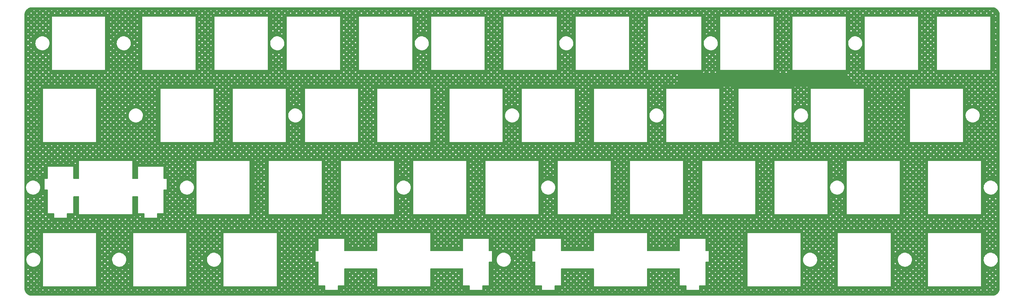
<source format=gbl>
G04 #@! TF.GenerationSoftware,KiCad,Pcbnew,7.0.7-7.0.7~ubuntu23.04.1*
G04 #@! TF.CreationDate,2023-08-23T01:39:21+00:00*
G04 #@! TF.ProjectId,plate,706c6174-652e-46b6-9963-61645f706362,rev?*
G04 #@! TF.SameCoordinates,Original*
G04 #@! TF.FileFunction,Copper,L2,Bot*
G04 #@! TF.FilePolarity,Positive*
%FSLAX46Y46*%
G04 Gerber Fmt 4.6, Leading zero omitted, Abs format (unit mm)*
G04 Created by KiCad (PCBNEW 7.0.7-7.0.7~ubuntu23.04.1) date 2023-08-23 01:39:21*
%MOMM*%
%LPD*%
G01*
G04 APERTURE LIST*
G04 APERTURE END LIST*
G04 #@! TA.AperFunction,NonConductor*
G36*
X274540773Y-53598133D02*
G01*
X274565546Y-53599755D01*
X274620055Y-53603326D01*
X274804572Y-53616552D01*
X274812232Y-53617583D01*
X274925462Y-53640104D01*
X275072856Y-53672165D01*
X275079547Y-53674022D01*
X275193581Y-53712728D01*
X275195729Y-53713458D01*
X275197463Y-53714075D01*
X275330958Y-53763863D01*
X275336703Y-53766344D01*
X275449523Y-53821978D01*
X275451758Y-53823139D01*
X275574149Y-53889966D01*
X275578868Y-53892823D01*
X275684663Y-53963511D01*
X275687351Y-53965413D01*
X275797895Y-54048164D01*
X275801620Y-54051184D01*
X275844573Y-54088851D01*
X275897739Y-54135475D01*
X275900652Y-54138202D01*
X275997469Y-54235018D01*
X275998040Y-54235589D01*
X276000814Y-54238551D01*
X276033334Y-54275632D01*
X276085094Y-54334651D01*
X276088105Y-54338366D01*
X276170842Y-54448888D01*
X276172760Y-54451598D01*
X276243445Y-54557382D01*
X276246312Y-54562117D01*
X276313123Y-54684471D01*
X276314313Y-54686762D01*
X276369935Y-54799551D01*
X276372421Y-54805310D01*
X276422204Y-54938778D01*
X276422823Y-54940515D01*
X276462253Y-55056671D01*
X276464128Y-55063427D01*
X276496190Y-55210812D01*
X276518702Y-55323988D01*
X276519737Y-55331668D01*
X276533363Y-55522196D01*
X276538116Y-55594712D01*
X276538249Y-55598768D01*
X276538250Y-127795476D01*
X276538117Y-127799533D01*
X276532613Y-127883499D01*
X276519836Y-128062566D01*
X276518801Y-128070257D01*
X276495055Y-128189631D01*
X276464363Y-128330723D01*
X276462488Y-128337479D01*
X276421707Y-128457613D01*
X276421088Y-128459350D01*
X276372810Y-128588788D01*
X276370323Y-128594547D01*
X276313206Y-128710367D01*
X276312016Y-128712658D01*
X276246886Y-128831933D01*
X276244019Y-128836667D01*
X276171698Y-128944904D01*
X276169779Y-128947614D01*
X276088915Y-129055634D01*
X276085894Y-129059361D01*
X275999770Y-129157562D01*
X275996996Y-129160524D01*
X275901784Y-129255733D01*
X275898822Y-129258508D01*
X275800624Y-129344621D01*
X275796899Y-129347642D01*
X275688873Y-129428508D01*
X275686163Y-129430426D01*
X275577924Y-129502746D01*
X275573189Y-129505612D01*
X275453912Y-129570739D01*
X275451621Y-129571929D01*
X275335803Y-129629041D01*
X275330044Y-129631527D01*
X275200598Y-129679807D01*
X275198859Y-129680426D01*
X275078732Y-129721200D01*
X275071977Y-129723075D01*
X274930907Y-129753760D01*
X274811466Y-129777516D01*
X274803786Y-129778550D01*
X274718173Y-129784671D01*
X274630816Y-129790917D01*
X274540007Y-129796867D01*
X274535952Y-129797000D01*
X21365773Y-129797000D01*
X21361723Y-129796867D01*
X21331104Y-129794860D01*
X21280162Y-129791521D01*
X21098310Y-129778515D01*
X21090630Y-129777480D01*
X20974306Y-129754341D01*
X20830109Y-129722973D01*
X20823354Y-129721098D01*
X20705202Y-129680992D01*
X20703463Y-129680373D01*
X20572010Y-129631343D01*
X20566252Y-129628856D01*
X20451942Y-129572485D01*
X20449650Y-129571295D01*
X20328837Y-129505326D01*
X20324112Y-129502465D01*
X20217105Y-129430966D01*
X20214398Y-129429050D01*
X20180815Y-129403911D01*
X20105099Y-129347230D01*
X20101400Y-129344231D01*
X20004242Y-129259026D01*
X20001288Y-129256259D01*
X19904988Y-129159957D01*
X19902214Y-129156996D01*
X19869187Y-129119336D01*
X19817018Y-129059848D01*
X19814021Y-129056152D01*
X19771238Y-128999000D01*
X21717862Y-128999000D01*
X22077482Y-128999000D01*
X23273497Y-128999000D01*
X23633117Y-128999000D01*
X24829132Y-128999000D01*
X25188752Y-128999000D01*
X26384767Y-128999000D01*
X26744387Y-128999000D01*
X27940402Y-128999000D01*
X28300022Y-128999000D01*
X29496037Y-128999000D01*
X29855656Y-128999000D01*
X31051672Y-128999000D01*
X31411291Y-128999000D01*
X32607307Y-128999000D01*
X32966926Y-128999000D01*
X34162942Y-128999000D01*
X34522561Y-128999000D01*
X35718577Y-128999000D01*
X36078196Y-128999000D01*
X37274212Y-128999000D01*
X37633831Y-128999000D01*
X38829847Y-128999000D01*
X39189466Y-128999000D01*
X40385482Y-128999000D01*
X40745101Y-128999000D01*
X41941116Y-128999000D01*
X42300736Y-128999000D01*
X43496751Y-128999000D01*
X43856371Y-128999000D01*
X45052386Y-128999000D01*
X45412006Y-128999000D01*
X46608021Y-128999000D01*
X46967641Y-128999000D01*
X48163656Y-128999000D01*
X48523276Y-128999000D01*
X49719291Y-128999000D01*
X50078910Y-128999000D01*
X51274926Y-128999000D01*
X51634545Y-128999000D01*
X52830561Y-128999000D01*
X53190180Y-128999000D01*
X54386196Y-128999000D01*
X54745815Y-128999000D01*
X55941831Y-128999000D01*
X56301450Y-128999000D01*
X57497466Y-128999000D01*
X57857085Y-128999000D01*
X59053101Y-128999000D01*
X59412720Y-128999000D01*
X60608735Y-128999000D01*
X60968355Y-128999000D01*
X62164370Y-128999000D01*
X62523990Y-128999000D01*
X63720005Y-128999000D01*
X64079625Y-128999000D01*
X65275640Y-128999000D01*
X65635260Y-128999000D01*
X66831275Y-128999000D01*
X67190895Y-128999000D01*
X68386910Y-128999000D01*
X68746529Y-128999000D01*
X69942545Y-128999000D01*
X70302164Y-128999000D01*
X71498180Y-128999000D01*
X71857799Y-128999000D01*
X73053815Y-128999000D01*
X73413434Y-128999000D01*
X74609450Y-128999000D01*
X74969069Y-128999000D01*
X76165085Y-128999000D01*
X76524704Y-128999000D01*
X77720720Y-128999000D01*
X78080339Y-128999000D01*
X79276354Y-128999000D01*
X79635974Y-128999000D01*
X80831989Y-128999000D01*
X81191609Y-128999000D01*
X82387624Y-128999000D01*
X82747244Y-128999000D01*
X83943259Y-128999000D01*
X84302879Y-128999000D01*
X85498894Y-128999000D01*
X85858514Y-128999000D01*
X87054529Y-128999000D01*
X87414148Y-128999000D01*
X88610164Y-128999000D01*
X88969783Y-128999000D01*
X90165799Y-128999000D01*
X90525418Y-128999000D01*
X91721434Y-128999000D01*
X92081053Y-128999000D01*
X93277069Y-128999000D01*
X93636688Y-128999000D01*
X94832704Y-128999000D01*
X95192323Y-128999000D01*
X96388339Y-128999000D01*
X96747958Y-128999000D01*
X97943973Y-128999000D01*
X98303592Y-128999000D01*
X102610878Y-128999000D01*
X102970498Y-128999000D01*
X104166513Y-128999000D01*
X104526133Y-128999000D01*
X105722148Y-128999000D01*
X106081768Y-128999000D01*
X107277783Y-128999000D01*
X107637402Y-128999000D01*
X108833418Y-128999000D01*
X109193037Y-128999000D01*
X110389053Y-128999000D01*
X110748672Y-128999000D01*
X111944688Y-128999000D01*
X112304307Y-128999000D01*
X113500323Y-128999000D01*
X113859942Y-128999000D01*
X115055958Y-128999000D01*
X115415577Y-128999000D01*
X116611593Y-128999000D01*
X116971212Y-128999000D01*
X118167227Y-128999000D01*
X118526847Y-128999000D01*
X119722862Y-128999000D01*
X120082482Y-128999000D01*
X121278497Y-128999000D01*
X121638117Y-128999000D01*
X122834132Y-128999000D01*
X123193752Y-128999000D01*
X124389767Y-128999000D01*
X124749387Y-128999000D01*
X125945402Y-128999000D01*
X126305021Y-128999000D01*
X127501037Y-128999000D01*
X127860656Y-128999000D01*
X129056672Y-128999000D01*
X129416291Y-128999000D01*
X130612307Y-128999000D01*
X130971926Y-128999000D01*
X132167942Y-128999000D01*
X132527561Y-128999000D01*
X133723577Y-128999000D01*
X134083196Y-128999000D01*
X135279212Y-128999000D01*
X135638831Y-128999000D01*
X141501751Y-128999000D01*
X141861371Y-128999000D01*
X143057386Y-128999000D01*
X143417006Y-128999000D01*
X144613021Y-128999000D01*
X144972640Y-128999000D01*
X146168656Y-128999000D01*
X146528275Y-128999000D01*
X147724291Y-128999000D01*
X148083910Y-128999000D01*
X149279926Y-128999000D01*
X149639545Y-128999000D01*
X150835561Y-128999000D01*
X151195180Y-128999000D01*
X152391196Y-128999000D01*
X152750815Y-128999000D01*
X153946831Y-128999000D01*
X154306450Y-128999000D01*
X155502465Y-128999000D01*
X155566165Y-128999000D01*
X160169370Y-128999000D01*
X160528990Y-128999000D01*
X161725005Y-128999000D01*
X162084625Y-128999000D01*
X163280640Y-128999000D01*
X163640259Y-128999000D01*
X164836275Y-128999000D01*
X165195894Y-128999000D01*
X166391910Y-128999000D01*
X166751529Y-128999000D01*
X167947545Y-128999000D01*
X168307164Y-128999000D01*
X169503180Y-128999000D01*
X169862799Y-128999000D01*
X171058815Y-128999000D01*
X171418434Y-128999000D01*
X172614450Y-128999000D01*
X172974069Y-128999000D01*
X174170085Y-128999000D01*
X174529704Y-128999000D01*
X175725719Y-128999000D01*
X176085339Y-128999000D01*
X177281354Y-128999000D01*
X177640974Y-128999000D01*
X178836989Y-128999000D01*
X179196609Y-128999000D01*
X180392624Y-128999000D01*
X180752244Y-128999000D01*
X181948259Y-128999000D01*
X182307879Y-128999000D01*
X183503894Y-128999000D01*
X183863513Y-128999000D01*
X185059529Y-128999000D01*
X185419148Y-128999000D01*
X186615164Y-128999000D01*
X186974783Y-128999000D01*
X188170799Y-128999000D01*
X188530418Y-128999000D01*
X189726434Y-128999000D01*
X190086053Y-128999000D01*
X191282069Y-128999000D01*
X191641688Y-128999000D01*
X192837704Y-128999000D01*
X193197323Y-128999000D01*
X197504608Y-128999000D01*
X197864228Y-128999000D01*
X199060243Y-128999000D01*
X199419863Y-128999000D01*
X200615878Y-128999000D01*
X200975498Y-128999000D01*
X202171513Y-128999000D01*
X202531132Y-128999000D01*
X203727148Y-128999000D01*
X204086767Y-128999000D01*
X205282783Y-128999000D01*
X205642402Y-128999000D01*
X206838418Y-128999000D01*
X207198037Y-128999000D01*
X208394053Y-128999000D01*
X208753672Y-128999000D01*
X209949688Y-128999000D01*
X210309307Y-128999000D01*
X211505323Y-128999000D01*
X211864942Y-128999000D01*
X213060957Y-128999000D01*
X213420577Y-128999000D01*
X214616592Y-128999000D01*
X214976212Y-128999000D01*
X216172227Y-128999000D01*
X216531847Y-128999000D01*
X217727862Y-128999000D01*
X218087482Y-128999000D01*
X219283497Y-128999000D01*
X219643117Y-128999000D01*
X220839132Y-128999000D01*
X221198751Y-128999000D01*
X222394767Y-128999000D01*
X222754386Y-128999000D01*
X223950402Y-128999000D01*
X224310021Y-128999000D01*
X225506037Y-128999000D01*
X225865656Y-128999000D01*
X227061672Y-128999000D01*
X227421291Y-128999000D01*
X228617307Y-128999000D01*
X228976926Y-128999000D01*
X230172942Y-128999000D01*
X230532561Y-128999000D01*
X231728576Y-128999000D01*
X232088196Y-128999000D01*
X233284211Y-128999000D01*
X233643831Y-128999000D01*
X234839846Y-128999000D01*
X235199466Y-128999000D01*
X236395481Y-128999000D01*
X236755101Y-128999000D01*
X237951116Y-128999000D01*
X238310736Y-128999000D01*
X239506751Y-128999000D01*
X239866371Y-128999000D01*
X241062386Y-128999000D01*
X241422005Y-128999000D01*
X242618021Y-128999000D01*
X242977640Y-128999000D01*
X244173656Y-128999000D01*
X244533275Y-128999000D01*
X245729291Y-128999000D01*
X246088910Y-128999000D01*
X247284926Y-128999000D01*
X247644545Y-128999000D01*
X248840561Y-128999000D01*
X249200180Y-128999000D01*
X250396196Y-128999000D01*
X250755815Y-128999000D01*
X251951830Y-128999000D01*
X252311450Y-128999000D01*
X253507465Y-128999000D01*
X253867085Y-128999000D01*
X255063100Y-128999000D01*
X255422720Y-128999000D01*
X256618735Y-128999000D01*
X256978355Y-128999000D01*
X258174370Y-128999000D01*
X258533990Y-128999000D01*
X259730005Y-128999000D01*
X260089624Y-128999000D01*
X261285640Y-128999000D01*
X261645259Y-128999000D01*
X262841275Y-128999000D01*
X263200894Y-128999000D01*
X264396910Y-128999000D01*
X264756529Y-128999000D01*
X265952545Y-128999000D01*
X266312164Y-128999000D01*
X267508180Y-128999000D01*
X267867799Y-128999000D01*
X269063815Y-128999000D01*
X269423434Y-128999000D01*
X270619449Y-128999000D01*
X270979069Y-128999000D01*
X272175084Y-128999000D01*
X272534704Y-128999000D01*
X273730719Y-128999000D01*
X274090339Y-128999000D01*
X273940458Y-128849119D01*
X273916126Y-128835072D01*
X273904932Y-128835072D01*
X273880599Y-128849119D01*
X273730719Y-128999000D01*
X272534704Y-128999000D01*
X272384823Y-128849119D01*
X272360491Y-128835072D01*
X272349297Y-128835072D01*
X272324964Y-128849119D01*
X272175084Y-128999000D01*
X270979069Y-128999000D01*
X270829188Y-128849119D01*
X270804856Y-128835072D01*
X270793662Y-128835072D01*
X270769329Y-128849119D01*
X270619449Y-128999000D01*
X269423434Y-128999000D01*
X269273553Y-128849119D01*
X269249221Y-128835072D01*
X269238027Y-128835072D01*
X269213695Y-128849119D01*
X269063815Y-128999000D01*
X267867799Y-128999000D01*
X267717918Y-128849119D01*
X267693586Y-128835072D01*
X267682392Y-128835072D01*
X267658060Y-128849119D01*
X267508180Y-128999000D01*
X266312164Y-128999000D01*
X266162283Y-128849119D01*
X266137951Y-128835072D01*
X266126757Y-128835072D01*
X266102425Y-128849119D01*
X265952545Y-128999000D01*
X264756529Y-128999000D01*
X264606649Y-128849120D01*
X264582317Y-128835072D01*
X264571122Y-128835072D01*
X264546789Y-128849120D01*
X264396910Y-128999000D01*
X263200894Y-128999000D01*
X263051013Y-128849119D01*
X263026682Y-128835072D01*
X263015488Y-128835072D01*
X262991155Y-128849119D01*
X262841275Y-128999000D01*
X261645259Y-128999000D01*
X261495378Y-128849119D01*
X261471047Y-128835072D01*
X261459853Y-128835072D01*
X261435520Y-128849119D01*
X261285640Y-128999000D01*
X260089624Y-128999000D01*
X259939743Y-128849119D01*
X259915412Y-128835072D01*
X259904218Y-128835072D01*
X259879885Y-128849119D01*
X259730005Y-128999000D01*
X258533990Y-128999000D01*
X258384109Y-128849119D01*
X258359777Y-128835072D01*
X258348583Y-128835072D01*
X258324250Y-128849119D01*
X258174370Y-128999000D01*
X256978355Y-128999000D01*
X256828474Y-128849119D01*
X256804142Y-128835072D01*
X256792948Y-128835072D01*
X256768615Y-128849119D01*
X256618735Y-128999000D01*
X255422720Y-128999000D01*
X255272839Y-128849119D01*
X255248507Y-128835072D01*
X255237313Y-128835072D01*
X255212980Y-128849119D01*
X255063100Y-128999000D01*
X253867085Y-128999000D01*
X253717204Y-128849119D01*
X253692872Y-128835072D01*
X253681678Y-128835072D01*
X253657345Y-128849119D01*
X253507465Y-128999000D01*
X252311450Y-128999000D01*
X252161569Y-128849119D01*
X252137237Y-128835072D01*
X252126043Y-128835072D01*
X252101710Y-128849119D01*
X251951830Y-128999000D01*
X250755815Y-128999000D01*
X250605934Y-128849119D01*
X250581602Y-128835072D01*
X250570408Y-128835072D01*
X250546076Y-128849119D01*
X250396196Y-128999000D01*
X249200180Y-128999000D01*
X249050299Y-128849119D01*
X249025967Y-128835072D01*
X249014773Y-128835072D01*
X248990441Y-128849119D01*
X248840561Y-128999000D01*
X247644545Y-128999000D01*
X247494664Y-128849119D01*
X247470332Y-128835072D01*
X247459138Y-128835072D01*
X247434806Y-128849119D01*
X247284926Y-128999000D01*
X246088910Y-128999000D01*
X245939029Y-128849119D01*
X245914697Y-128835072D01*
X245903503Y-128835072D01*
X245879171Y-128849119D01*
X245729291Y-128999000D01*
X244533275Y-128999000D01*
X244383394Y-128849119D01*
X244359063Y-128835072D01*
X244347869Y-128835072D01*
X244323536Y-128849119D01*
X244173656Y-128999000D01*
X242977640Y-128999000D01*
X242827759Y-128849119D01*
X242803428Y-128835072D01*
X242792234Y-128835072D01*
X242767901Y-128849119D01*
X242618021Y-128999000D01*
X241422005Y-128999000D01*
X241272124Y-128849119D01*
X241247793Y-128835072D01*
X241236599Y-128835072D01*
X241212266Y-128849119D01*
X241062386Y-128999000D01*
X239866371Y-128999000D01*
X239716490Y-128849119D01*
X239692158Y-128835072D01*
X239680964Y-128835072D01*
X239656631Y-128849119D01*
X239506751Y-128999000D01*
X238310736Y-128999000D01*
X238160855Y-128849119D01*
X238136523Y-128835072D01*
X238125329Y-128835072D01*
X238100996Y-128849119D01*
X237951116Y-128999000D01*
X236755101Y-128999000D01*
X236605220Y-128849119D01*
X236580888Y-128835072D01*
X236569694Y-128835072D01*
X236545361Y-128849119D01*
X236395481Y-128999000D01*
X235199466Y-128999000D01*
X235049585Y-128849119D01*
X235025253Y-128835072D01*
X235014059Y-128835072D01*
X234989726Y-128849119D01*
X234839846Y-128999000D01*
X233643831Y-128999000D01*
X233493950Y-128849119D01*
X233469618Y-128835072D01*
X233458424Y-128835072D01*
X233434091Y-128849119D01*
X233284211Y-128999000D01*
X232088196Y-128999000D01*
X231938315Y-128849119D01*
X231913983Y-128835072D01*
X231902789Y-128835072D01*
X231878456Y-128849119D01*
X231728576Y-128999000D01*
X230532561Y-128999000D01*
X230382680Y-128849119D01*
X230358348Y-128835072D01*
X230347154Y-128835072D01*
X230322822Y-128849119D01*
X230172942Y-128999000D01*
X228976926Y-128999000D01*
X228827045Y-128849119D01*
X228802713Y-128835072D01*
X228791519Y-128835072D01*
X228767187Y-128849119D01*
X228617307Y-128999000D01*
X227421291Y-128999000D01*
X227271410Y-128849119D01*
X227247078Y-128835072D01*
X227235884Y-128835072D01*
X227211552Y-128849119D01*
X227061672Y-128999000D01*
X225865656Y-128999000D01*
X225715775Y-128849119D01*
X225691444Y-128835072D01*
X225680250Y-128835072D01*
X225655917Y-128849119D01*
X225506037Y-128999000D01*
X224310021Y-128999000D01*
X224160140Y-128849119D01*
X224135809Y-128835072D01*
X224124615Y-128835072D01*
X224100282Y-128849119D01*
X223950402Y-128999000D01*
X222754386Y-128999000D01*
X222604505Y-128849119D01*
X222580174Y-128835072D01*
X222568980Y-128835072D01*
X222544647Y-128849119D01*
X222394767Y-128999000D01*
X221198751Y-128999000D01*
X221048870Y-128849119D01*
X221024539Y-128835072D01*
X221013345Y-128835072D01*
X220989012Y-128849119D01*
X220839132Y-128999000D01*
X219643117Y-128999000D01*
X219493236Y-128849119D01*
X219468904Y-128835072D01*
X219457710Y-128835072D01*
X219433377Y-128849119D01*
X219283497Y-128999000D01*
X218087482Y-128999000D01*
X217937601Y-128849119D01*
X217913269Y-128835072D01*
X217902075Y-128835072D01*
X217877742Y-128849119D01*
X217727862Y-128999000D01*
X216531847Y-128999000D01*
X216381966Y-128849119D01*
X216357634Y-128835072D01*
X216346440Y-128835072D01*
X216322107Y-128849119D01*
X216172227Y-128999000D01*
X214976212Y-128999000D01*
X214826331Y-128849119D01*
X214801999Y-128835072D01*
X214790805Y-128835072D01*
X214766472Y-128849119D01*
X214616592Y-128999000D01*
X213420577Y-128999000D01*
X213270696Y-128849119D01*
X213246364Y-128835072D01*
X213235170Y-128835072D01*
X213210837Y-128849119D01*
X213060957Y-128999000D01*
X211864942Y-128999000D01*
X211715061Y-128849119D01*
X211690729Y-128835072D01*
X211679535Y-128835072D01*
X211655203Y-128849119D01*
X211505323Y-128999000D01*
X210309307Y-128999000D01*
X210159426Y-128849119D01*
X210135094Y-128835072D01*
X210123900Y-128835072D01*
X210099568Y-128849119D01*
X209949688Y-128999000D01*
X208753672Y-128999000D01*
X208603791Y-128849119D01*
X208579459Y-128835072D01*
X208568265Y-128835072D01*
X208543933Y-128849119D01*
X208394053Y-128999000D01*
X207198037Y-128999000D01*
X207048157Y-128849120D01*
X207023825Y-128835072D01*
X207012630Y-128835072D01*
X206988297Y-128849120D01*
X206838418Y-128999000D01*
X205642402Y-128999000D01*
X205492521Y-128849119D01*
X205468190Y-128835072D01*
X205456996Y-128835072D01*
X205432663Y-128849119D01*
X205282783Y-128999000D01*
X204086767Y-128999000D01*
X203936886Y-128849119D01*
X203912555Y-128835072D01*
X203901361Y-128835072D01*
X203877028Y-128849119D01*
X203727148Y-128999000D01*
X202531132Y-128999000D01*
X202381251Y-128849119D01*
X202356920Y-128835072D01*
X202345726Y-128835072D01*
X202321393Y-128849119D01*
X202171513Y-128999000D01*
X200975498Y-128999000D01*
X200825617Y-128849119D01*
X200801285Y-128835072D01*
X200790091Y-128835072D01*
X200765758Y-128849119D01*
X200615878Y-128999000D01*
X199419863Y-128999000D01*
X199269982Y-128849119D01*
X199245650Y-128835072D01*
X199234456Y-128835072D01*
X199210123Y-128849119D01*
X199060243Y-128999000D01*
X197864228Y-128999000D01*
X197731220Y-128865992D01*
X197716034Y-128878452D01*
X197625529Y-128938847D01*
X197603988Y-128950332D01*
X197517664Y-128985942D01*
X197504608Y-128999000D01*
X193197323Y-128999000D01*
X193047442Y-128849119D01*
X193023110Y-128835072D01*
X193011916Y-128835072D01*
X192987584Y-128849119D01*
X192837704Y-128999000D01*
X191641688Y-128999000D01*
X191491807Y-128849119D01*
X191467475Y-128835072D01*
X191456281Y-128835072D01*
X191431949Y-128849119D01*
X191282069Y-128999000D01*
X190086053Y-128999000D01*
X189936172Y-128849119D01*
X189911840Y-128835072D01*
X189900646Y-128835072D01*
X189876314Y-128849119D01*
X189726434Y-128999000D01*
X188530418Y-128999000D01*
X188380538Y-128849120D01*
X188356206Y-128835072D01*
X188345011Y-128835072D01*
X188320679Y-128849119D01*
X188170799Y-128999000D01*
X186974783Y-128999000D01*
X186824902Y-128849119D01*
X186800571Y-128835072D01*
X186789377Y-128835072D01*
X186765044Y-128849119D01*
X186615164Y-128999000D01*
X185419148Y-128999000D01*
X185269267Y-128849119D01*
X185244936Y-128835072D01*
X185233742Y-128835072D01*
X185209409Y-128849119D01*
X185059529Y-128999000D01*
X183863513Y-128999000D01*
X183713632Y-128849119D01*
X183689301Y-128835072D01*
X183678107Y-128835072D01*
X183653774Y-128849119D01*
X183503894Y-128999000D01*
X182307879Y-128999000D01*
X182157998Y-128849119D01*
X182133666Y-128835072D01*
X182122472Y-128835072D01*
X182098139Y-128849119D01*
X181948259Y-128999000D01*
X180752244Y-128999000D01*
X180602363Y-128849119D01*
X180578031Y-128835072D01*
X180566837Y-128835072D01*
X180542504Y-128849119D01*
X180392624Y-128999000D01*
X179196609Y-128999000D01*
X179046728Y-128849119D01*
X179022396Y-128835072D01*
X179011202Y-128835072D01*
X178986869Y-128849119D01*
X178836989Y-128999000D01*
X177640974Y-128999000D01*
X177491093Y-128849119D01*
X177466761Y-128835072D01*
X177455567Y-128835072D01*
X177431234Y-128849119D01*
X177281354Y-128999000D01*
X176085339Y-128999000D01*
X175935458Y-128849119D01*
X175911126Y-128835072D01*
X175899932Y-128835072D01*
X175875599Y-128849119D01*
X175725719Y-128999000D01*
X174529704Y-128999000D01*
X174379823Y-128849119D01*
X174355491Y-128835072D01*
X174344297Y-128835072D01*
X174319965Y-128849119D01*
X174170085Y-128999000D01*
X172974069Y-128999000D01*
X172824188Y-128849119D01*
X172799856Y-128835072D01*
X172788662Y-128835072D01*
X172764330Y-128849119D01*
X172614450Y-128999000D01*
X171418434Y-128999000D01*
X171268553Y-128849119D01*
X171244221Y-128835072D01*
X171233027Y-128835072D01*
X171208695Y-128849119D01*
X171058815Y-128999000D01*
X169862799Y-128999000D01*
X169712918Y-128849119D01*
X169688586Y-128835072D01*
X169677392Y-128835072D01*
X169653060Y-128849119D01*
X169503180Y-128999000D01*
X168307164Y-128999000D01*
X168157283Y-128849119D01*
X168132952Y-128835072D01*
X168121758Y-128835072D01*
X168097425Y-128849119D01*
X167947545Y-128999000D01*
X166751529Y-128999000D01*
X166601648Y-128849119D01*
X166577317Y-128835072D01*
X166566123Y-128835072D01*
X166541790Y-128849119D01*
X166391910Y-128999000D01*
X165195894Y-128999000D01*
X165046013Y-128849119D01*
X165021682Y-128835072D01*
X165010488Y-128835072D01*
X164986155Y-128849119D01*
X164836275Y-128999000D01*
X163640259Y-128999000D01*
X163490378Y-128849119D01*
X163466047Y-128835072D01*
X163454853Y-128835072D01*
X163430520Y-128849119D01*
X163280640Y-128999000D01*
X162084625Y-128999000D01*
X161934744Y-128849119D01*
X161910412Y-128835072D01*
X161899218Y-128835072D01*
X161874885Y-128849119D01*
X161725005Y-128999000D01*
X160528990Y-128999000D01*
X160379109Y-128849119D01*
X160354777Y-128835072D01*
X160343583Y-128835072D01*
X160319250Y-128849119D01*
X160169370Y-128999000D01*
X155566165Y-128999000D01*
X155521068Y-128980396D01*
X155502465Y-128999000D01*
X154306450Y-128999000D01*
X154156569Y-128849119D01*
X154132237Y-128835072D01*
X154121043Y-128835072D01*
X154096711Y-128849119D01*
X153946831Y-128999000D01*
X152750815Y-128999000D01*
X152600934Y-128849119D01*
X152576602Y-128835072D01*
X152565408Y-128835072D01*
X152541076Y-128849119D01*
X152391196Y-128999000D01*
X151195180Y-128999000D01*
X151045299Y-128849119D01*
X151020967Y-128835072D01*
X151009773Y-128835072D01*
X150985441Y-128849119D01*
X150835561Y-128999000D01*
X149639545Y-128999000D01*
X149489664Y-128849119D01*
X149465333Y-128835072D01*
X149454139Y-128835072D01*
X149429806Y-128849119D01*
X149279926Y-128999000D01*
X148083910Y-128999000D01*
X147934029Y-128849119D01*
X147909698Y-128835072D01*
X147898504Y-128835072D01*
X147874171Y-128849119D01*
X147724291Y-128999000D01*
X146528275Y-128999000D01*
X146378394Y-128849119D01*
X146354063Y-128835072D01*
X146342869Y-128835072D01*
X146318536Y-128849119D01*
X146168656Y-128999000D01*
X144972640Y-128999000D01*
X144822759Y-128849119D01*
X144798428Y-128835072D01*
X144787234Y-128835072D01*
X144762901Y-128849119D01*
X144613021Y-128999000D01*
X143417006Y-128999000D01*
X143267125Y-128849119D01*
X143242793Y-128835072D01*
X143231599Y-128835072D01*
X143207266Y-128849119D01*
X143057386Y-128999000D01*
X141861371Y-128999000D01*
X141711490Y-128849119D01*
X141687158Y-128835072D01*
X141675964Y-128835072D01*
X141651631Y-128849119D01*
X141501751Y-128999000D01*
X135638831Y-128999000D01*
X135488950Y-128849119D01*
X135464618Y-128835072D01*
X135453424Y-128835072D01*
X135429092Y-128849119D01*
X135279212Y-128999000D01*
X134083196Y-128999000D01*
X133933315Y-128849119D01*
X133908983Y-128835072D01*
X133897789Y-128835072D01*
X133873457Y-128849119D01*
X133723577Y-128999000D01*
X132527561Y-128999000D01*
X132377680Y-128849119D01*
X132353348Y-128835072D01*
X132342154Y-128835072D01*
X132317822Y-128849119D01*
X132167942Y-128999000D01*
X130971926Y-128999000D01*
X130822046Y-128849120D01*
X130797714Y-128835072D01*
X130786519Y-128835072D01*
X130762186Y-128849120D01*
X130612307Y-128999000D01*
X129416291Y-128999000D01*
X129266410Y-128849119D01*
X129242079Y-128835072D01*
X129230885Y-128835072D01*
X129206552Y-128849119D01*
X129056672Y-128999000D01*
X127860656Y-128999000D01*
X127710775Y-128849119D01*
X127686444Y-128835072D01*
X127675250Y-128835072D01*
X127650917Y-128849119D01*
X127501037Y-128999000D01*
X126305021Y-128999000D01*
X126155140Y-128849119D01*
X126130809Y-128835072D01*
X126119615Y-128835072D01*
X126095282Y-128849119D01*
X125945402Y-128999000D01*
X124749387Y-128999000D01*
X124599506Y-128849119D01*
X124575174Y-128835072D01*
X124563980Y-128835072D01*
X124539647Y-128849119D01*
X124389767Y-128999000D01*
X123193752Y-128999000D01*
X123043871Y-128849119D01*
X123019539Y-128835072D01*
X123008345Y-128835072D01*
X122984012Y-128849119D01*
X122834132Y-128999000D01*
X121638117Y-128999000D01*
X121488236Y-128849119D01*
X121463904Y-128835072D01*
X121452710Y-128835072D01*
X121428377Y-128849119D01*
X121278497Y-128999000D01*
X120082482Y-128999000D01*
X119932601Y-128849119D01*
X119908269Y-128835072D01*
X119897075Y-128835072D01*
X119872742Y-128849119D01*
X119722862Y-128999000D01*
X118526847Y-128999000D01*
X118376966Y-128849119D01*
X118352634Y-128835072D01*
X118341440Y-128835072D01*
X118317107Y-128849119D01*
X118167227Y-128999000D01*
X116971212Y-128999000D01*
X116821331Y-128849119D01*
X116796999Y-128835072D01*
X116785805Y-128835072D01*
X116761473Y-128849119D01*
X116611593Y-128999000D01*
X115415577Y-128999000D01*
X115265696Y-128849119D01*
X115241364Y-128835072D01*
X115230170Y-128835072D01*
X115205838Y-128849119D01*
X115055958Y-128999000D01*
X113859942Y-128999000D01*
X113710061Y-128849119D01*
X113685729Y-128835072D01*
X113674535Y-128835072D01*
X113650203Y-128849119D01*
X113500323Y-128999000D01*
X112304307Y-128999000D01*
X112154426Y-128849119D01*
X112130094Y-128835072D01*
X112118900Y-128835072D01*
X112094568Y-128849119D01*
X111944688Y-128999000D01*
X110748672Y-128999000D01*
X110598791Y-128849119D01*
X110574460Y-128835072D01*
X110563266Y-128835072D01*
X110538933Y-128849119D01*
X110389053Y-128999000D01*
X109193037Y-128999000D01*
X109043156Y-128849119D01*
X109018825Y-128835072D01*
X109007631Y-128835072D01*
X108983298Y-128849119D01*
X108833418Y-128999000D01*
X107637402Y-128999000D01*
X107487521Y-128849119D01*
X107463190Y-128835072D01*
X107451996Y-128835072D01*
X107427663Y-128849119D01*
X107277783Y-128999000D01*
X106081768Y-128999000D01*
X105931887Y-128849119D01*
X105907555Y-128835072D01*
X105896361Y-128835072D01*
X105872028Y-128849119D01*
X105722148Y-128999000D01*
X104526133Y-128999000D01*
X104376252Y-128849119D01*
X104351920Y-128835072D01*
X104340726Y-128835072D01*
X104316393Y-128849119D01*
X104166513Y-128999000D01*
X102970498Y-128999000D01*
X102820617Y-128849119D01*
X102796285Y-128835072D01*
X102785091Y-128835072D01*
X102760758Y-128849119D01*
X102610878Y-128999000D01*
X98303592Y-128999000D01*
X98170233Y-128865642D01*
X98166972Y-128862967D01*
X98152339Y-128848327D01*
X98129381Y-128835072D01*
X98118186Y-128835072D01*
X98093853Y-128849119D01*
X97943973Y-128999000D01*
X96747958Y-128999000D01*
X96598077Y-128849119D01*
X96573745Y-128835072D01*
X96562551Y-128835072D01*
X96538219Y-128849119D01*
X96388339Y-128999000D01*
X95192323Y-128999000D01*
X95042442Y-128849119D01*
X95018110Y-128835072D01*
X95006916Y-128835072D01*
X94982584Y-128849119D01*
X94832704Y-128999000D01*
X93636688Y-128999000D01*
X93486807Y-128849119D01*
X93462475Y-128835072D01*
X93451281Y-128835072D01*
X93426949Y-128849119D01*
X93277069Y-128999000D01*
X92081053Y-128999000D01*
X91931172Y-128849119D01*
X91906841Y-128835072D01*
X91895647Y-128835072D01*
X91871314Y-128849119D01*
X91721434Y-128999000D01*
X90525418Y-128999000D01*
X90375537Y-128849119D01*
X90351206Y-128835072D01*
X90340012Y-128835072D01*
X90315679Y-128849119D01*
X90165799Y-128999000D01*
X88969783Y-128999000D01*
X88819902Y-128849119D01*
X88795571Y-128835072D01*
X88784377Y-128835072D01*
X88760044Y-128849119D01*
X88610164Y-128999000D01*
X87414148Y-128999000D01*
X87264267Y-128849119D01*
X87239936Y-128835072D01*
X87228742Y-128835072D01*
X87204409Y-128849119D01*
X87054529Y-128999000D01*
X85858514Y-128999000D01*
X85708633Y-128849119D01*
X85684301Y-128835072D01*
X85673107Y-128835072D01*
X85648774Y-128849119D01*
X85498894Y-128999000D01*
X84302879Y-128999000D01*
X84152998Y-128849119D01*
X84128666Y-128835072D01*
X84117472Y-128835072D01*
X84093139Y-128849119D01*
X83943259Y-128999000D01*
X82747244Y-128999000D01*
X82597363Y-128849119D01*
X82573031Y-128835072D01*
X82561837Y-128835072D01*
X82537504Y-128849119D01*
X82387624Y-128999000D01*
X81191609Y-128999000D01*
X81041728Y-128849119D01*
X81017396Y-128835072D01*
X81006202Y-128835072D01*
X80981869Y-128849119D01*
X80831989Y-128999000D01*
X79635974Y-128999000D01*
X79486093Y-128849119D01*
X79461761Y-128835072D01*
X79450567Y-128835072D01*
X79426234Y-128849119D01*
X79276354Y-128999000D01*
X78080339Y-128999000D01*
X77930458Y-128849119D01*
X77906126Y-128835072D01*
X77894932Y-128835072D01*
X77870600Y-128849119D01*
X77720720Y-128999000D01*
X76524704Y-128999000D01*
X76374823Y-128849119D01*
X76350491Y-128835072D01*
X76339297Y-128835072D01*
X76314965Y-128849119D01*
X76165085Y-128999000D01*
X74969069Y-128999000D01*
X74819188Y-128849119D01*
X74794856Y-128835072D01*
X74783662Y-128835072D01*
X74759330Y-128849119D01*
X74609450Y-128999000D01*
X73413434Y-128999000D01*
X73263554Y-128849120D01*
X73239222Y-128835072D01*
X73228027Y-128835072D01*
X73203694Y-128849120D01*
X73053815Y-128999000D01*
X71857799Y-128999000D01*
X71707918Y-128849119D01*
X71683587Y-128835072D01*
X71672393Y-128835072D01*
X71648060Y-128849119D01*
X71498180Y-128999000D01*
X70302164Y-128999000D01*
X70152283Y-128849119D01*
X70127952Y-128835072D01*
X70116758Y-128835072D01*
X70092425Y-128849119D01*
X69942545Y-128999000D01*
X68746529Y-128999000D01*
X68596648Y-128849119D01*
X68572317Y-128835072D01*
X68561123Y-128835072D01*
X68536790Y-128849119D01*
X68386910Y-128999000D01*
X67190895Y-128999000D01*
X67041014Y-128849119D01*
X67016682Y-128835072D01*
X67005488Y-128835072D01*
X66981155Y-128849119D01*
X66831275Y-128999000D01*
X65635260Y-128999000D01*
X65485379Y-128849119D01*
X65461047Y-128835072D01*
X65449853Y-128835072D01*
X65425520Y-128849119D01*
X65275640Y-128999000D01*
X64079625Y-128999000D01*
X63929744Y-128849119D01*
X63905412Y-128835072D01*
X63894218Y-128835072D01*
X63869885Y-128849119D01*
X63720005Y-128999000D01*
X62523990Y-128999000D01*
X62374109Y-128849119D01*
X62349777Y-128835072D01*
X62338583Y-128835072D01*
X62314250Y-128849119D01*
X62164370Y-128999000D01*
X60968355Y-128999000D01*
X60818474Y-128849119D01*
X60794142Y-128835072D01*
X60782948Y-128835072D01*
X60758615Y-128849119D01*
X60608735Y-128999000D01*
X59412720Y-128999000D01*
X59262839Y-128849119D01*
X59238507Y-128835072D01*
X59227313Y-128835072D01*
X59202981Y-128849119D01*
X59053101Y-128999000D01*
X57857085Y-128999000D01*
X57707204Y-128849119D01*
X57682872Y-128835072D01*
X57671678Y-128835072D01*
X57647346Y-128849119D01*
X57497466Y-128999000D01*
X56301450Y-128999000D01*
X56151569Y-128849119D01*
X56127237Y-128835072D01*
X56116043Y-128835072D01*
X56091711Y-128849119D01*
X55941831Y-128999000D01*
X54745815Y-128999000D01*
X54595935Y-128849120D01*
X54571603Y-128835072D01*
X54560408Y-128835072D01*
X54536076Y-128849119D01*
X54386196Y-128999000D01*
X53190180Y-128999000D01*
X53040299Y-128849119D01*
X53015968Y-128835072D01*
X53004774Y-128835072D01*
X52980441Y-128849119D01*
X52830561Y-128999000D01*
X51634545Y-128999000D01*
X51484664Y-128849119D01*
X51460333Y-128835072D01*
X51449139Y-128835072D01*
X51424806Y-128849119D01*
X51274926Y-128999000D01*
X50078910Y-128999000D01*
X49929029Y-128849119D01*
X49904698Y-128835072D01*
X49893504Y-128835072D01*
X49869171Y-128849119D01*
X49719291Y-128999000D01*
X48523276Y-128999000D01*
X48373395Y-128849119D01*
X48349063Y-128835072D01*
X48337869Y-128835072D01*
X48313536Y-128849119D01*
X48163656Y-128999000D01*
X46967641Y-128999000D01*
X46817760Y-128849119D01*
X46793428Y-128835072D01*
X46782234Y-128835072D01*
X46757901Y-128849119D01*
X46608021Y-128999000D01*
X45412006Y-128999000D01*
X45262125Y-128849119D01*
X45237793Y-128835072D01*
X45226599Y-128835072D01*
X45202266Y-128849119D01*
X45052386Y-128999000D01*
X43856371Y-128999000D01*
X43706490Y-128849119D01*
X43682158Y-128835072D01*
X43670964Y-128835072D01*
X43646631Y-128849119D01*
X43496751Y-128999000D01*
X42300736Y-128999000D01*
X42150855Y-128849119D01*
X42126523Y-128835072D01*
X42115329Y-128835072D01*
X42090996Y-128849119D01*
X41941116Y-128999000D01*
X40745101Y-128999000D01*
X40595220Y-128849119D01*
X40570888Y-128835072D01*
X40559694Y-128835072D01*
X40535362Y-128849119D01*
X40385482Y-128999000D01*
X39189466Y-128999000D01*
X39039585Y-128849119D01*
X39015253Y-128835072D01*
X39004059Y-128835072D01*
X38979727Y-128849119D01*
X38829847Y-128999000D01*
X37633831Y-128999000D01*
X37483950Y-128849119D01*
X37459618Y-128835072D01*
X37448424Y-128835072D01*
X37424092Y-128849119D01*
X37274212Y-128999000D01*
X36078196Y-128999000D01*
X35928315Y-128849119D01*
X35903983Y-128835072D01*
X35892789Y-128835072D01*
X35868457Y-128849119D01*
X35718577Y-128999000D01*
X34522561Y-128999000D01*
X34372680Y-128849119D01*
X34348349Y-128835072D01*
X34337155Y-128835072D01*
X34312822Y-128849119D01*
X34162942Y-128999000D01*
X32966926Y-128999000D01*
X32817045Y-128849119D01*
X32792714Y-128835072D01*
X32781520Y-128835072D01*
X32757187Y-128849119D01*
X32607307Y-128999000D01*
X31411291Y-128999000D01*
X31261410Y-128849119D01*
X31237079Y-128835072D01*
X31225885Y-128835072D01*
X31201552Y-128849119D01*
X31051672Y-128999000D01*
X29855656Y-128999000D01*
X29705775Y-128849119D01*
X29681444Y-128835072D01*
X29670250Y-128835072D01*
X29645917Y-128849119D01*
X29496037Y-128999000D01*
X28300022Y-128999000D01*
X28150141Y-128849119D01*
X28125809Y-128835072D01*
X28114615Y-128835072D01*
X28090282Y-128849119D01*
X27940402Y-128999000D01*
X26744387Y-128999000D01*
X26594506Y-128849119D01*
X26570174Y-128835072D01*
X26558980Y-128835072D01*
X26534647Y-128849119D01*
X26384767Y-128999000D01*
X25188752Y-128999000D01*
X25038871Y-128849119D01*
X25014539Y-128835072D01*
X25003345Y-128835072D01*
X24979012Y-128849119D01*
X24829132Y-128999000D01*
X23633117Y-128999000D01*
X23483236Y-128849119D01*
X23458904Y-128835072D01*
X23447710Y-128835072D01*
X23423377Y-128849119D01*
X23273497Y-128999000D01*
X22077482Y-128999000D01*
X21927601Y-128849119D01*
X21903269Y-128835072D01*
X21892075Y-128835072D01*
X21867742Y-128849119D01*
X21717862Y-128999000D01*
X19771238Y-128999000D01*
X19732187Y-128946834D01*
X19730297Y-128944163D01*
X19658777Y-128837127D01*
X19655932Y-128832427D01*
X19589930Y-128711555D01*
X19588768Y-128709317D01*
X19532379Y-128594970D01*
X19529909Y-128589250D01*
X19480877Y-128457787D01*
X19480258Y-128456050D01*
X19479082Y-128452585D01*
X19440145Y-128337882D01*
X19438280Y-128331162D01*
X19422912Y-128260517D01*
X20922189Y-128260517D01*
X20936236Y-128284848D01*
X21089925Y-128438537D01*
X21114258Y-128452585D01*
X21125452Y-128452585D01*
X21149783Y-128438537D01*
X21303472Y-128284848D01*
X21317520Y-128260517D01*
X22477824Y-128260517D01*
X22491871Y-128284848D01*
X22645560Y-128438537D01*
X22669893Y-128452585D01*
X22681087Y-128452585D01*
X22705418Y-128438537D01*
X22859107Y-128284848D01*
X22873155Y-128260517D01*
X24033458Y-128260517D01*
X24047506Y-128284848D01*
X24201195Y-128438537D01*
X24225528Y-128452585D01*
X24236722Y-128452585D01*
X24261053Y-128438537D01*
X24414742Y-128284848D01*
X24428790Y-128260517D01*
X25589094Y-128260517D01*
X25603141Y-128284848D01*
X25756830Y-128438537D01*
X25781162Y-128452585D01*
X25792357Y-128452585D01*
X25816689Y-128438536D01*
X25970377Y-128284848D01*
X25984425Y-128260517D01*
X27144729Y-128260517D01*
X27158776Y-128284848D01*
X27312465Y-128438537D01*
X27336797Y-128452585D01*
X27347991Y-128452585D01*
X27372323Y-128438537D01*
X27526012Y-128284848D01*
X27540060Y-128260517D01*
X28700364Y-128260517D01*
X28714411Y-128284848D01*
X28868100Y-128438537D01*
X28892432Y-128452585D01*
X28903626Y-128452585D01*
X28927958Y-128438537D01*
X29081647Y-128284848D01*
X29095695Y-128260517D01*
X30255999Y-128260517D01*
X30270046Y-128284848D01*
X30423735Y-128438537D01*
X30448067Y-128452585D01*
X30459261Y-128452585D01*
X30483593Y-128438537D01*
X30637282Y-128284848D01*
X30651330Y-128260517D01*
X31811633Y-128260517D01*
X31825680Y-128284848D01*
X31979369Y-128438537D01*
X32003702Y-128452585D01*
X32014896Y-128452585D01*
X32039228Y-128438537D01*
X32192917Y-128284848D01*
X32206965Y-128260517D01*
X33367267Y-128260517D01*
X33381315Y-128284848D01*
X33535004Y-128438537D01*
X33559337Y-128452585D01*
X33570531Y-128452585D01*
X33594863Y-128438537D01*
X33748552Y-128284848D01*
X33762600Y-128260517D01*
X34922903Y-128260517D01*
X34936950Y-128284848D01*
X35090639Y-128438537D01*
X35114972Y-128452585D01*
X35126166Y-128452585D01*
X35150498Y-128438537D01*
X35304187Y-128284848D01*
X35318235Y-128260517D01*
X36478538Y-128260517D01*
X36492585Y-128284848D01*
X36646274Y-128438537D01*
X36670607Y-128452585D01*
X36681801Y-128452585D01*
X36706133Y-128438537D01*
X36859822Y-128284848D01*
X36873870Y-128260517D01*
X38034173Y-128260517D01*
X38048220Y-128284848D01*
X38201909Y-128438537D01*
X38226242Y-128452585D01*
X38237436Y-128452585D01*
X38261768Y-128438537D01*
X38415457Y-128284848D01*
X38429505Y-128260517D01*
X39589808Y-128260517D01*
X39603855Y-128284848D01*
X39757544Y-128438537D01*
X39781877Y-128452585D01*
X39793071Y-128452585D01*
X39817402Y-128438537D01*
X39971091Y-128284848D01*
X39985139Y-128260517D01*
X41145443Y-128260517D01*
X41159490Y-128284848D01*
X41313179Y-128438537D01*
X41337512Y-128452585D01*
X41348706Y-128452585D01*
X41373037Y-128438537D01*
X41526726Y-128284848D01*
X41540774Y-128260517D01*
X42701078Y-128260517D01*
X42715125Y-128284848D01*
X42868814Y-128438537D01*
X42893147Y-128452585D01*
X42904341Y-128452585D01*
X42928672Y-128438537D01*
X43082361Y-128284848D01*
X43096409Y-128260517D01*
X44256713Y-128260517D01*
X44270760Y-128284848D01*
X44424448Y-128438536D01*
X44448781Y-128452585D01*
X44459976Y-128452585D01*
X44484307Y-128438537D01*
X44637996Y-128284848D01*
X44652044Y-128260517D01*
X45812348Y-128260517D01*
X45826395Y-128284848D01*
X45980084Y-128438537D01*
X46004416Y-128452585D01*
X46015610Y-128452585D01*
X46039942Y-128438537D01*
X46193631Y-128284848D01*
X46207679Y-128260517D01*
X47367983Y-128260517D01*
X47382030Y-128284848D01*
X47535719Y-128438537D01*
X47560051Y-128452585D01*
X47571245Y-128452585D01*
X47595577Y-128438537D01*
X47749266Y-128284848D01*
X47763314Y-128260517D01*
X48923618Y-128260517D01*
X48937665Y-128284848D01*
X49091354Y-128438537D01*
X49115686Y-128452585D01*
X49126880Y-128452585D01*
X49151212Y-128438537D01*
X49304901Y-128284848D01*
X49318949Y-128260517D01*
X50479252Y-128260517D01*
X50493299Y-128284848D01*
X50646988Y-128438537D01*
X50671321Y-128452585D01*
X50682515Y-128452585D01*
X50706847Y-128438537D01*
X50860536Y-128284848D01*
X50874584Y-128260517D01*
X52034886Y-128260517D01*
X52048934Y-128284848D01*
X52202623Y-128438537D01*
X52226956Y-128452585D01*
X52238150Y-128452585D01*
X52262482Y-128438537D01*
X52416171Y-128284848D01*
X52430219Y-128260517D01*
X53590522Y-128260517D01*
X53604569Y-128284848D01*
X53758258Y-128438537D01*
X53782591Y-128452585D01*
X53793785Y-128452585D01*
X53818117Y-128438537D01*
X53971806Y-128284848D01*
X53985854Y-128260517D01*
X55146157Y-128260517D01*
X55160204Y-128284848D01*
X55313893Y-128438537D01*
X55338226Y-128452585D01*
X55349420Y-128452585D01*
X55373752Y-128438537D01*
X55527441Y-128284848D01*
X55541489Y-128260517D01*
X56701792Y-128260517D01*
X56715839Y-128284848D01*
X56869528Y-128438537D01*
X56893861Y-128452585D01*
X56905055Y-128452585D01*
X56929387Y-128438537D01*
X57083076Y-128284848D01*
X57097124Y-128260517D01*
X58257427Y-128260517D01*
X58271474Y-128284848D01*
X58425163Y-128438537D01*
X58449496Y-128452585D01*
X58460690Y-128452585D01*
X58485021Y-128438537D01*
X58638710Y-128284848D01*
X58652757Y-128260517D01*
X59813061Y-128260517D01*
X59827109Y-128284848D01*
X59980798Y-128438537D01*
X60005131Y-128452585D01*
X60016325Y-128452585D01*
X60040656Y-128438537D01*
X60194345Y-128284848D01*
X60208393Y-128260517D01*
X61368697Y-128260517D01*
X61382744Y-128284848D01*
X61536433Y-128438537D01*
X61560766Y-128452585D01*
X61571960Y-128452585D01*
X61596291Y-128438537D01*
X61749980Y-128284848D01*
X61764028Y-128260517D01*
X62924332Y-128260517D01*
X62938379Y-128284848D01*
X63092068Y-128438537D01*
X63116401Y-128452585D01*
X63127595Y-128452585D01*
X63151926Y-128438537D01*
X63305615Y-128284848D01*
X63319663Y-128260517D01*
X64479967Y-128260517D01*
X64494014Y-128284848D01*
X64647703Y-128438537D01*
X64672035Y-128452585D01*
X64683229Y-128452585D01*
X64707561Y-128438537D01*
X64861250Y-128284848D01*
X64875298Y-128260517D01*
X66035602Y-128260517D01*
X66049649Y-128284848D01*
X66203338Y-128438537D01*
X66227670Y-128452585D01*
X66238864Y-128452585D01*
X66263196Y-128438537D01*
X66416885Y-128284848D01*
X66430933Y-128260517D01*
X67591237Y-128260517D01*
X67605284Y-128284848D01*
X67758973Y-128438537D01*
X67783305Y-128452585D01*
X67794499Y-128452585D01*
X67818831Y-128438537D01*
X67972520Y-128284848D01*
X67986568Y-128260517D01*
X69146872Y-128260517D01*
X69160920Y-128284850D01*
X69314607Y-128438537D01*
X69338940Y-128452585D01*
X69350134Y-128452585D01*
X69374466Y-128438537D01*
X69528155Y-128284848D01*
X69542203Y-128260517D01*
X70702506Y-128260517D01*
X70716553Y-128284848D01*
X70870242Y-128438537D01*
X70894575Y-128452585D01*
X70905769Y-128452585D01*
X70930101Y-128438537D01*
X71083790Y-128284848D01*
X71097838Y-128260517D01*
X72258141Y-128260517D01*
X72272188Y-128284848D01*
X72425877Y-128438537D01*
X72450210Y-128452585D01*
X72461404Y-128452585D01*
X72485736Y-128438537D01*
X72639425Y-128284848D01*
X72653473Y-128260517D01*
X73813776Y-128260517D01*
X73827823Y-128284848D01*
X73981512Y-128438537D01*
X74005845Y-128452585D01*
X74017039Y-128452585D01*
X74041371Y-128438537D01*
X74195060Y-128284848D01*
X74209108Y-128260517D01*
X75369411Y-128260517D01*
X75383458Y-128284848D01*
X75537147Y-128438537D01*
X75561480Y-128452585D01*
X75572674Y-128452585D01*
X75597006Y-128438537D01*
X75750695Y-128284848D01*
X75764743Y-128260517D01*
X76925046Y-128260517D01*
X76939093Y-128284848D01*
X77092782Y-128438537D01*
X77117115Y-128452585D01*
X77128309Y-128452585D01*
X77152641Y-128438537D01*
X77306330Y-128284848D01*
X77320378Y-128260517D01*
X78480681Y-128260517D01*
X78494728Y-128284848D01*
X78648417Y-128438537D01*
X78672750Y-128452585D01*
X78683944Y-128452585D01*
X78708275Y-128438537D01*
X78861964Y-128284848D01*
X78876012Y-128260517D01*
X80036316Y-128260517D01*
X80050363Y-128284848D01*
X80204052Y-128438537D01*
X80228385Y-128452585D01*
X80239579Y-128452585D01*
X80263910Y-128438537D01*
X80417599Y-128284848D01*
X80431647Y-128260517D01*
X81591951Y-128260517D01*
X81605998Y-128284848D01*
X81759687Y-128438537D01*
X81784020Y-128452585D01*
X81795214Y-128452585D01*
X81819545Y-128438537D01*
X81973234Y-128284848D01*
X81987282Y-128260517D01*
X83147586Y-128260517D01*
X83161633Y-128284848D01*
X83315322Y-128438537D01*
X83339654Y-128452585D01*
X83350848Y-128452585D01*
X83375180Y-128438537D01*
X83528869Y-128284848D01*
X83542917Y-128260517D01*
X84703221Y-128260517D01*
X84717268Y-128284848D01*
X84870957Y-128438537D01*
X84895289Y-128452585D01*
X84906483Y-128452585D01*
X84930815Y-128438537D01*
X85084504Y-128284848D01*
X85098552Y-128260517D01*
X86258856Y-128260517D01*
X86272903Y-128284848D01*
X86426592Y-128438537D01*
X86450924Y-128452585D01*
X86462118Y-128452585D01*
X86486450Y-128438537D01*
X86640139Y-128284848D01*
X86654187Y-128260517D01*
X87814491Y-128260517D01*
X87828538Y-128284848D01*
X87982227Y-128438537D01*
X88006559Y-128452585D01*
X88017753Y-128452585D01*
X88042085Y-128438537D01*
X88195774Y-128284848D01*
X88209822Y-128260517D01*
X89370125Y-128260517D01*
X89384172Y-128284848D01*
X89537861Y-128438537D01*
X89562194Y-128452585D01*
X89573388Y-128452585D01*
X89597720Y-128438537D01*
X89751409Y-128284848D01*
X89765457Y-128260517D01*
X90925760Y-128260517D01*
X90939807Y-128284848D01*
X91093496Y-128438537D01*
X91117829Y-128452585D01*
X91129023Y-128452585D01*
X91153355Y-128438537D01*
X91307044Y-128284848D01*
X91321092Y-128260517D01*
X92481395Y-128260517D01*
X92495442Y-128284848D01*
X92649131Y-128438537D01*
X92673464Y-128452585D01*
X92684658Y-128452585D01*
X92708990Y-128438537D01*
X92862679Y-128284848D01*
X92876727Y-128260517D01*
X94037030Y-128260517D01*
X94051077Y-128284848D01*
X94204766Y-128438537D01*
X94229099Y-128452585D01*
X94240293Y-128452585D01*
X94264625Y-128438537D01*
X94418314Y-128284848D01*
X94432362Y-128260517D01*
X95592665Y-128260517D01*
X95606712Y-128284848D01*
X95760401Y-128438537D01*
X95784734Y-128452585D01*
X95795928Y-128452585D01*
X95820260Y-128438537D01*
X95973949Y-128284848D01*
X95987996Y-128260517D01*
X97148299Y-128260517D01*
X97162347Y-128284848D01*
X97316036Y-128438537D01*
X97340369Y-128452585D01*
X97351563Y-128452585D01*
X97375894Y-128438537D01*
X97529583Y-128284848D01*
X97543631Y-128260517D01*
X103370840Y-128260517D01*
X103384887Y-128284848D01*
X103538576Y-128438537D01*
X103562908Y-128452585D01*
X103574102Y-128452585D01*
X103598434Y-128438537D01*
X103752123Y-128284848D01*
X103766171Y-128260517D01*
X104926475Y-128260517D01*
X104940522Y-128284848D01*
X105094211Y-128438537D01*
X105118543Y-128452585D01*
X105129737Y-128452585D01*
X105154069Y-128438537D01*
X105307758Y-128284848D01*
X105321805Y-128260517D01*
X106482110Y-128260517D01*
X106496157Y-128284848D01*
X106649846Y-128438537D01*
X106674178Y-128452585D01*
X106685372Y-128452585D01*
X106709704Y-128438537D01*
X106863393Y-128284848D01*
X106877441Y-128260517D01*
X108037744Y-128260517D01*
X108051791Y-128284848D01*
X108205480Y-128438537D01*
X108229813Y-128452585D01*
X108241007Y-128452585D01*
X108265339Y-128438537D01*
X108419028Y-128284848D01*
X108433076Y-128260517D01*
X109593379Y-128260517D01*
X109607426Y-128284848D01*
X109761115Y-128438537D01*
X109785448Y-128452585D01*
X109796642Y-128452585D01*
X109820974Y-128438537D01*
X109974663Y-128284848D01*
X109988711Y-128260517D01*
X111149014Y-128260517D01*
X111163061Y-128284848D01*
X111316750Y-128438537D01*
X111341083Y-128452585D01*
X111352277Y-128452585D01*
X111376609Y-128438537D01*
X111530298Y-128284848D01*
X111544346Y-128260517D01*
X112704649Y-128260517D01*
X112718696Y-128284848D01*
X112872385Y-128438537D01*
X112896718Y-128452585D01*
X112907912Y-128452585D01*
X112932244Y-128438537D01*
X113085933Y-128284848D01*
X113099981Y-128260517D01*
X114260284Y-128260517D01*
X114274331Y-128284848D01*
X114428020Y-128438537D01*
X114452353Y-128452585D01*
X114463547Y-128452585D01*
X114487879Y-128438537D01*
X114641568Y-128284848D01*
X114655616Y-128260517D01*
X115815919Y-128260517D01*
X115829966Y-128284848D01*
X115983655Y-128438537D01*
X116007988Y-128452585D01*
X116019182Y-128452585D01*
X116043513Y-128438537D01*
X116197202Y-128284848D01*
X116211250Y-128260517D01*
X117371554Y-128260517D01*
X117385601Y-128284848D01*
X117539290Y-128438537D01*
X117563623Y-128452585D01*
X117574817Y-128452585D01*
X117599148Y-128438537D01*
X117752837Y-128284848D01*
X117766885Y-128260517D01*
X118927189Y-128260517D01*
X118941236Y-128284848D01*
X119094925Y-128438537D01*
X119119258Y-128452585D01*
X119130452Y-128452585D01*
X119154783Y-128438537D01*
X119308472Y-128284848D01*
X119322520Y-128260517D01*
X120482824Y-128260517D01*
X120496871Y-128284848D01*
X120650560Y-128438537D01*
X120674893Y-128452585D01*
X120686087Y-128452585D01*
X120710418Y-128438537D01*
X120864107Y-128284848D01*
X120878155Y-128260517D01*
X122038459Y-128260517D01*
X122052506Y-128284848D01*
X122206195Y-128438537D01*
X122230527Y-128452585D01*
X122241721Y-128452585D01*
X122266053Y-128438537D01*
X122419742Y-128284848D01*
X122433790Y-128260517D01*
X123594093Y-128260517D01*
X123608141Y-128284848D01*
X123761830Y-128438537D01*
X123786162Y-128452585D01*
X123797356Y-128452585D01*
X123821688Y-128438537D01*
X123975377Y-128284848D01*
X123989425Y-128260517D01*
X125149729Y-128260517D01*
X125163776Y-128284848D01*
X125317465Y-128438537D01*
X125341797Y-128452585D01*
X125352991Y-128452585D01*
X125377323Y-128438537D01*
X125531012Y-128284848D01*
X125545060Y-128260517D01*
X126705363Y-128260517D01*
X126719410Y-128284848D01*
X126873099Y-128438537D01*
X126897432Y-128452585D01*
X126908626Y-128452585D01*
X126932958Y-128438537D01*
X127086647Y-128284848D01*
X127100695Y-128260517D01*
X128260998Y-128260517D01*
X128275045Y-128284848D01*
X128428734Y-128438537D01*
X128453067Y-128452585D01*
X128464261Y-128452585D01*
X128488593Y-128438537D01*
X128642282Y-128284848D01*
X128656330Y-128260517D01*
X129816633Y-128260517D01*
X129830680Y-128284848D01*
X129984369Y-128438537D01*
X130008702Y-128452585D01*
X130019896Y-128452585D01*
X130044228Y-128438537D01*
X130197917Y-128284848D01*
X130211964Y-128260517D01*
X131372267Y-128260517D01*
X131386315Y-128284848D01*
X131540004Y-128438537D01*
X131564337Y-128452585D01*
X131575531Y-128452585D01*
X131599863Y-128438537D01*
X131753552Y-128284848D01*
X131767600Y-128260517D01*
X132927902Y-128260517D01*
X132941950Y-128284848D01*
X133095639Y-128438537D01*
X133119972Y-128452585D01*
X133131166Y-128452585D01*
X133155498Y-128438537D01*
X133309187Y-128284848D01*
X133323235Y-128260517D01*
X134483538Y-128260517D01*
X134497585Y-128284848D01*
X134651274Y-128438537D01*
X134675607Y-128452585D01*
X134686801Y-128452585D01*
X134711133Y-128438537D01*
X134727915Y-128421755D01*
X140857032Y-128421755D01*
X140873814Y-128438537D01*
X140898146Y-128452585D01*
X140909340Y-128452585D01*
X140933672Y-128438537D01*
X141087361Y-128284848D01*
X141101409Y-128260517D01*
X142261713Y-128260517D01*
X142275760Y-128284848D01*
X142429449Y-128438537D01*
X142453781Y-128452585D01*
X142464975Y-128452585D01*
X142489307Y-128438537D01*
X142642996Y-128284848D01*
X142657044Y-128260517D01*
X143817348Y-128260517D01*
X143831395Y-128284848D01*
X143985084Y-128438537D01*
X144009416Y-128452585D01*
X144020610Y-128452585D01*
X144044942Y-128438537D01*
X144198631Y-128284848D01*
X144212679Y-128260517D01*
X145372983Y-128260517D01*
X145387030Y-128284848D01*
X145540719Y-128438537D01*
X145565051Y-128452585D01*
X145576245Y-128452585D01*
X145600577Y-128438537D01*
X145754266Y-128284848D01*
X145768314Y-128260517D01*
X146928617Y-128260517D01*
X146942664Y-128284848D01*
X147096353Y-128438537D01*
X147120686Y-128452585D01*
X147131880Y-128452585D01*
X147156212Y-128438537D01*
X147309901Y-128284848D01*
X147323949Y-128260517D01*
X148484252Y-128260517D01*
X148498299Y-128284848D01*
X148651988Y-128438537D01*
X148676321Y-128452585D01*
X148687515Y-128452585D01*
X148711847Y-128438537D01*
X148865536Y-128284848D01*
X148879584Y-128260517D01*
X150039887Y-128260517D01*
X150053934Y-128284848D01*
X150207623Y-128438537D01*
X150231956Y-128452585D01*
X150243150Y-128452585D01*
X150267482Y-128438537D01*
X150421171Y-128284848D01*
X150435219Y-128260517D01*
X151595522Y-128260517D01*
X151609569Y-128284848D01*
X151763258Y-128438537D01*
X151787591Y-128452585D01*
X151798785Y-128452585D01*
X151823117Y-128438537D01*
X151976806Y-128284848D01*
X151990854Y-128260517D01*
X153151157Y-128260517D01*
X153165204Y-128284848D01*
X153318893Y-128438537D01*
X153343226Y-128452585D01*
X153354420Y-128452585D01*
X153378752Y-128438537D01*
X153532441Y-128284848D01*
X153546489Y-128260517D01*
X154706792Y-128260517D01*
X154720839Y-128284848D01*
X154874528Y-128438537D01*
X154898861Y-128452585D01*
X154910055Y-128452585D01*
X154934384Y-128438538D01*
X155029768Y-128343154D01*
X155027689Y-128322326D01*
X155027579Y-128260517D01*
X160929332Y-128260517D01*
X160943379Y-128284848D01*
X161097068Y-128438537D01*
X161121400Y-128452585D01*
X161132594Y-128452585D01*
X161156926Y-128438537D01*
X161310615Y-128284848D01*
X161324663Y-128260517D01*
X162484967Y-128260517D01*
X162499014Y-128284848D01*
X162652703Y-128438537D01*
X162677035Y-128452585D01*
X162688229Y-128452585D01*
X162712561Y-128438537D01*
X162866250Y-128284848D01*
X162880298Y-128260517D01*
X164040602Y-128260517D01*
X164054649Y-128284848D01*
X164208338Y-128438537D01*
X164232670Y-128452585D01*
X164243864Y-128452585D01*
X164268196Y-128438537D01*
X164421885Y-128284848D01*
X164435933Y-128260517D01*
X165596236Y-128260517D01*
X165610283Y-128284848D01*
X165763972Y-128438537D01*
X165788305Y-128452585D01*
X165799499Y-128452585D01*
X165823831Y-128438537D01*
X165977520Y-128284848D01*
X165991568Y-128260517D01*
X167151871Y-128260517D01*
X167165918Y-128284848D01*
X167319607Y-128438537D01*
X167343940Y-128452585D01*
X167355134Y-128452585D01*
X167379466Y-128438537D01*
X167533155Y-128284848D01*
X167547203Y-128260517D01*
X168707506Y-128260517D01*
X168721553Y-128284848D01*
X168875242Y-128438537D01*
X168899575Y-128452585D01*
X168910769Y-128452585D01*
X168935101Y-128438537D01*
X169088790Y-128284848D01*
X169102838Y-128260517D01*
X170263141Y-128260517D01*
X170277188Y-128284848D01*
X170430877Y-128438537D01*
X170455210Y-128452585D01*
X170466404Y-128452585D01*
X170490736Y-128438537D01*
X170644425Y-128284848D01*
X170658473Y-128260517D01*
X171818776Y-128260517D01*
X171832823Y-128284848D01*
X171986512Y-128438537D01*
X172010845Y-128452585D01*
X172022039Y-128452585D01*
X172046371Y-128438537D01*
X172200060Y-128284848D01*
X172214108Y-128260517D01*
X173374411Y-128260517D01*
X173388458Y-128284848D01*
X173542147Y-128438537D01*
X173566480Y-128452585D01*
X173577674Y-128452585D01*
X173602005Y-128438537D01*
X173755694Y-128284848D01*
X173769742Y-128260517D01*
X174930046Y-128260517D01*
X174944093Y-128284848D01*
X175097782Y-128438537D01*
X175122115Y-128452585D01*
X175133309Y-128452585D01*
X175157640Y-128438537D01*
X175311329Y-128284848D01*
X175325377Y-128260517D01*
X176485681Y-128260517D01*
X176499728Y-128284848D01*
X176653417Y-128438537D01*
X176677750Y-128452585D01*
X176688944Y-128452585D01*
X176713275Y-128438537D01*
X176866964Y-128284848D01*
X176881012Y-128260517D01*
X178041316Y-128260517D01*
X178055363Y-128284848D01*
X178209051Y-128438536D01*
X178233384Y-128452585D01*
X178244579Y-128452585D01*
X178268910Y-128438537D01*
X178422599Y-128284848D01*
X178436647Y-128260517D01*
X179596951Y-128260517D01*
X179610998Y-128284848D01*
X179764687Y-128438537D01*
X179789019Y-128452585D01*
X179800213Y-128452585D01*
X179824545Y-128438537D01*
X179978234Y-128284848D01*
X179992282Y-128260517D01*
X181152586Y-128260517D01*
X181166633Y-128284848D01*
X181320322Y-128438537D01*
X181344654Y-128452585D01*
X181355848Y-128452585D01*
X181380180Y-128438537D01*
X181533869Y-128284848D01*
X181547917Y-128260517D01*
X182708221Y-128260517D01*
X182722268Y-128284848D01*
X182875957Y-128438537D01*
X182900289Y-128452585D01*
X182911483Y-128452585D01*
X182935815Y-128438537D01*
X183089504Y-128284848D01*
X183103552Y-128260517D01*
X184263855Y-128260517D01*
X184277902Y-128284848D01*
X184431591Y-128438537D01*
X184455924Y-128452585D01*
X184467118Y-128452585D01*
X184491450Y-128438537D01*
X184645139Y-128284848D01*
X184659187Y-128260517D01*
X185819490Y-128260517D01*
X185833537Y-128284848D01*
X185987226Y-128438537D01*
X186011559Y-128452585D01*
X186022753Y-128452585D01*
X186047085Y-128438537D01*
X186200774Y-128284848D01*
X186214822Y-128260517D01*
X187375125Y-128260517D01*
X187389172Y-128284848D01*
X187542861Y-128438537D01*
X187567194Y-128452585D01*
X187578388Y-128452585D01*
X187602720Y-128438537D01*
X187756409Y-128284848D01*
X187770457Y-128260517D01*
X188930760Y-128260517D01*
X188944807Y-128284848D01*
X189098496Y-128438537D01*
X189122829Y-128452585D01*
X189134023Y-128452585D01*
X189158355Y-128438537D01*
X189312044Y-128284848D01*
X189326092Y-128260517D01*
X190486395Y-128260517D01*
X190500442Y-128284848D01*
X190654131Y-128438537D01*
X190678464Y-128452585D01*
X190689658Y-128452585D01*
X190713990Y-128438537D01*
X190867679Y-128284848D01*
X190881727Y-128260517D01*
X192042030Y-128260517D01*
X192056077Y-128284848D01*
X192209766Y-128438537D01*
X192234099Y-128452585D01*
X192245293Y-128452585D01*
X192269624Y-128438537D01*
X192423313Y-128284848D01*
X192437361Y-128260517D01*
X198264569Y-128260517D01*
X198278617Y-128284848D01*
X198432306Y-128438537D01*
X198456638Y-128452585D01*
X198467832Y-128452585D01*
X198492164Y-128438537D01*
X198645853Y-128284848D01*
X198659901Y-128260517D01*
X199820204Y-128260517D01*
X199834252Y-128284848D01*
X199987941Y-128438537D01*
X200012273Y-128452585D01*
X200023467Y-128452585D01*
X200047799Y-128438537D01*
X200201488Y-128284848D01*
X200215536Y-128260517D01*
X201375840Y-128260517D01*
X201389887Y-128284848D01*
X201543576Y-128438537D01*
X201567908Y-128452585D01*
X201579102Y-128452585D01*
X201603434Y-128438537D01*
X201757123Y-128284848D01*
X201771171Y-128260517D01*
X202931475Y-128260517D01*
X202945523Y-128284850D01*
X203099210Y-128438537D01*
X203123543Y-128452585D01*
X203134737Y-128452585D01*
X203159069Y-128438537D01*
X203312758Y-128284848D01*
X203326806Y-128260517D01*
X204487109Y-128260517D01*
X204501156Y-128284848D01*
X204654845Y-128438537D01*
X204679178Y-128452585D01*
X204690372Y-128452585D01*
X204714704Y-128438537D01*
X204868393Y-128284848D01*
X204882441Y-128260517D01*
X206042744Y-128260517D01*
X206056791Y-128284848D01*
X206210480Y-128438537D01*
X206234813Y-128452585D01*
X206246007Y-128452585D01*
X206270339Y-128438537D01*
X206424028Y-128284848D01*
X206438076Y-128260517D01*
X207598379Y-128260517D01*
X207612426Y-128284848D01*
X207766115Y-128438537D01*
X207790448Y-128452585D01*
X207801642Y-128452585D01*
X207825974Y-128438537D01*
X207979663Y-128284848D01*
X207993711Y-128260517D01*
X209154014Y-128260517D01*
X209168061Y-128284848D01*
X209321750Y-128438537D01*
X209346083Y-128452585D01*
X209357277Y-128452585D01*
X209381609Y-128438537D01*
X209535298Y-128284848D01*
X209549346Y-128260517D01*
X210709649Y-128260517D01*
X210723696Y-128284848D01*
X210877385Y-128438537D01*
X210901718Y-128452585D01*
X210912912Y-128452585D01*
X210937244Y-128438537D01*
X211090933Y-128284848D01*
X211104981Y-128260517D01*
X212265284Y-128260517D01*
X212279331Y-128284848D01*
X212433020Y-128438537D01*
X212457353Y-128452585D01*
X212468547Y-128452585D01*
X212492878Y-128438537D01*
X212646567Y-128284848D01*
X212660614Y-128260517D01*
X213820919Y-128260517D01*
X213834966Y-128284848D01*
X213988655Y-128438537D01*
X214012988Y-128452585D01*
X214024182Y-128452585D01*
X214048513Y-128438537D01*
X214202202Y-128284848D01*
X214216249Y-128260517D01*
X215376554Y-128260517D01*
X215390601Y-128284848D01*
X215544290Y-128438537D01*
X215568623Y-128452585D01*
X215579817Y-128452585D01*
X215604148Y-128438537D01*
X215757837Y-128284848D01*
X215771884Y-128260517D01*
X216932189Y-128260517D01*
X216946236Y-128284848D01*
X217099925Y-128438537D01*
X217124257Y-128452585D01*
X217135451Y-128452585D01*
X217159783Y-128438537D01*
X217313472Y-128284848D01*
X217327519Y-128260517D01*
X218487824Y-128260517D01*
X218501871Y-128284848D01*
X218655560Y-128438537D01*
X218679892Y-128452585D01*
X218691086Y-128452585D01*
X218715418Y-128438537D01*
X218869107Y-128284848D01*
X218883155Y-128260517D01*
X220043459Y-128260517D01*
X220057506Y-128284848D01*
X220211195Y-128438537D01*
X220235527Y-128452585D01*
X220246721Y-128452585D01*
X220271053Y-128438537D01*
X220424742Y-128284848D01*
X220438790Y-128260517D01*
X221599094Y-128260517D01*
X221613141Y-128284848D01*
X221766830Y-128438537D01*
X221791162Y-128452585D01*
X221802356Y-128452585D01*
X221826688Y-128438537D01*
X221980377Y-128284848D01*
X221994425Y-128260517D01*
X223154728Y-128260517D01*
X223168775Y-128284848D01*
X223322464Y-128438537D01*
X223346797Y-128452585D01*
X223357991Y-128452585D01*
X223382323Y-128438537D01*
X223536012Y-128284848D01*
X223550060Y-128260517D01*
X224710363Y-128260517D01*
X224724410Y-128284848D01*
X224878099Y-128438537D01*
X224902432Y-128452585D01*
X224913626Y-128452585D01*
X224937958Y-128438537D01*
X225091647Y-128284848D01*
X225105695Y-128260517D01*
X226265998Y-128260517D01*
X226280045Y-128284848D01*
X226433734Y-128438537D01*
X226458067Y-128452585D01*
X226469261Y-128452585D01*
X226493593Y-128438537D01*
X226647282Y-128284848D01*
X226661330Y-128260517D01*
X227821633Y-128260517D01*
X227835680Y-128284848D01*
X227989369Y-128438537D01*
X228013702Y-128452585D01*
X228024896Y-128452585D01*
X228049228Y-128438537D01*
X228202917Y-128284848D01*
X228216965Y-128260517D01*
X229377268Y-128260517D01*
X229391315Y-128284848D01*
X229545004Y-128438537D01*
X229569337Y-128452585D01*
X229580531Y-128452585D01*
X229604863Y-128438537D01*
X229758552Y-128284848D01*
X229772600Y-128260517D01*
X230932903Y-128260517D01*
X230946950Y-128284848D01*
X231100639Y-128438537D01*
X231124972Y-128452585D01*
X231136166Y-128452585D01*
X231160497Y-128438537D01*
X231314186Y-128284848D01*
X231328234Y-128260517D01*
X232488538Y-128260517D01*
X232502585Y-128284848D01*
X232656274Y-128438537D01*
X232680607Y-128452585D01*
X232691801Y-128452585D01*
X232716132Y-128438537D01*
X232869821Y-128284848D01*
X232883869Y-128260517D01*
X234044173Y-128260517D01*
X234058220Y-128284848D01*
X234211909Y-128438537D01*
X234236242Y-128452585D01*
X234247436Y-128452585D01*
X234271767Y-128438537D01*
X234425456Y-128284848D01*
X234439504Y-128260517D01*
X235599808Y-128260517D01*
X235613855Y-128284848D01*
X235767543Y-128438536D01*
X235791876Y-128452585D01*
X235803071Y-128452585D01*
X235827403Y-128438536D01*
X235981091Y-128284848D01*
X235995139Y-128260517D01*
X237155443Y-128260517D01*
X237169490Y-128284848D01*
X237323179Y-128438537D01*
X237347511Y-128452585D01*
X237358705Y-128452585D01*
X237383037Y-128438537D01*
X237536726Y-128284848D01*
X237550774Y-128260517D01*
X238711078Y-128260517D01*
X238725125Y-128284848D01*
X238878814Y-128438537D01*
X238903146Y-128452585D01*
X238914340Y-128452585D01*
X238938672Y-128438537D01*
X239092361Y-128284848D01*
X239106408Y-128260517D01*
X240266713Y-128260517D01*
X240280760Y-128284848D01*
X240434449Y-128438537D01*
X240458781Y-128452585D01*
X240469975Y-128452585D01*
X240494307Y-128438537D01*
X240647996Y-128284848D01*
X240662043Y-128260517D01*
X241822346Y-128260517D01*
X241836394Y-128284848D01*
X241990083Y-128438537D01*
X242014416Y-128452585D01*
X242025610Y-128452585D01*
X242049942Y-128438537D01*
X242203631Y-128284848D01*
X242217678Y-128260517D01*
X243377981Y-128260517D01*
X243392029Y-128284848D01*
X243545718Y-128438537D01*
X243570051Y-128452585D01*
X243581245Y-128452585D01*
X243605577Y-128438537D01*
X243759266Y-128284848D01*
X243773314Y-128260517D01*
X244933617Y-128260517D01*
X244947664Y-128284848D01*
X245101353Y-128438537D01*
X245125686Y-128452585D01*
X245136880Y-128452585D01*
X245161212Y-128438537D01*
X245314901Y-128284848D01*
X245328949Y-128260517D01*
X246489252Y-128260517D01*
X246503299Y-128284848D01*
X246656988Y-128438537D01*
X246681321Y-128452585D01*
X246692515Y-128452585D01*
X246716847Y-128438537D01*
X246870536Y-128284848D01*
X246884584Y-128260517D01*
X248044887Y-128260517D01*
X248058934Y-128284848D01*
X248212623Y-128438537D01*
X248236956Y-128452585D01*
X248248150Y-128452585D01*
X248272482Y-128438537D01*
X248426171Y-128284848D01*
X248440219Y-128260517D01*
X249600522Y-128260517D01*
X249614569Y-128284848D01*
X249768258Y-128438537D01*
X249792591Y-128452585D01*
X249803785Y-128452585D01*
X249828116Y-128438537D01*
X249981805Y-128284848D01*
X249995853Y-128260517D01*
X251156157Y-128260517D01*
X251170204Y-128284848D01*
X251323893Y-128438537D01*
X251348226Y-128452585D01*
X251359420Y-128452585D01*
X251383751Y-128438537D01*
X251537440Y-128284848D01*
X251551488Y-128260517D01*
X252711792Y-128260517D01*
X252725839Y-128284848D01*
X252879528Y-128438537D01*
X252903861Y-128452585D01*
X252915055Y-128452585D01*
X252939386Y-128438537D01*
X253093075Y-128284848D01*
X253107123Y-128260517D01*
X254267427Y-128260517D01*
X254281474Y-128284848D01*
X254435163Y-128438537D01*
X254459496Y-128452585D01*
X254470690Y-128452585D01*
X254495021Y-128438537D01*
X254648710Y-128284848D01*
X254662758Y-128260517D01*
X255823062Y-128260517D01*
X255837109Y-128284848D01*
X255990798Y-128438537D01*
X256015130Y-128452585D01*
X256026324Y-128452585D01*
X256050656Y-128438537D01*
X256204345Y-128284848D01*
X256218393Y-128260517D01*
X257378697Y-128260517D01*
X257392744Y-128284848D01*
X257546433Y-128438537D01*
X257570765Y-128452585D01*
X257581959Y-128452585D01*
X257606291Y-128438537D01*
X257759980Y-128284848D01*
X257774028Y-128260517D01*
X258934332Y-128260517D01*
X258948379Y-128284848D01*
X259102068Y-128438537D01*
X259126400Y-128452585D01*
X259137594Y-128452585D01*
X259161926Y-128438537D01*
X259315615Y-128284848D01*
X259329663Y-128260517D01*
X260489966Y-128260517D01*
X260504013Y-128284848D01*
X260657702Y-128438537D01*
X260682035Y-128452585D01*
X260693229Y-128452585D01*
X260717561Y-128438537D01*
X260871250Y-128284848D01*
X260885298Y-128260517D01*
X262045601Y-128260517D01*
X262059648Y-128284848D01*
X262213337Y-128438537D01*
X262237670Y-128452585D01*
X262248864Y-128452585D01*
X262273196Y-128438537D01*
X262426885Y-128284848D01*
X262440933Y-128260517D01*
X263601236Y-128260517D01*
X263615283Y-128284848D01*
X263768972Y-128438537D01*
X263793305Y-128452585D01*
X263804499Y-128452585D01*
X263828831Y-128438537D01*
X263982520Y-128284848D01*
X263996567Y-128260517D01*
X265156870Y-128260517D01*
X265170918Y-128284848D01*
X265324607Y-128438537D01*
X265348940Y-128452585D01*
X265360134Y-128452585D01*
X265384466Y-128438537D01*
X265538155Y-128284848D01*
X265552202Y-128260517D01*
X266712505Y-128260517D01*
X266726553Y-128284848D01*
X266880242Y-128438537D01*
X266904575Y-128452585D01*
X266915769Y-128452585D01*
X266940101Y-128438537D01*
X267093790Y-128284848D01*
X267107837Y-128260517D01*
X268268140Y-128260517D01*
X268282188Y-128284848D01*
X268435877Y-128438537D01*
X268460210Y-128452585D01*
X268471404Y-128452585D01*
X268495736Y-128438537D01*
X268649423Y-128284850D01*
X268663472Y-128260517D01*
X269823776Y-128260517D01*
X269837823Y-128284848D01*
X269991512Y-128438537D01*
X270015845Y-128452585D01*
X270027039Y-128452585D01*
X270051370Y-128438537D01*
X270205059Y-128284848D01*
X270219107Y-128260517D01*
X271379411Y-128260517D01*
X271393458Y-128284848D01*
X271547147Y-128438537D01*
X271571480Y-128452585D01*
X271582674Y-128452585D01*
X271607005Y-128438537D01*
X271760694Y-128284848D01*
X271774742Y-128260517D01*
X272935046Y-128260517D01*
X272949093Y-128284848D01*
X273102782Y-128438537D01*
X273127115Y-128452585D01*
X273138309Y-128452585D01*
X273162640Y-128438537D01*
X273316329Y-128284848D01*
X273330377Y-128260517D01*
X274490681Y-128260517D01*
X274504728Y-128284848D01*
X274658417Y-128438537D01*
X274682749Y-128452585D01*
X274693943Y-128452585D01*
X274718275Y-128438537D01*
X274871964Y-128284848D01*
X274886012Y-128260517D01*
X274886012Y-128249322D01*
X274871964Y-128224991D01*
X274718274Y-128071301D01*
X274693943Y-128057254D01*
X274682749Y-128057254D01*
X274658417Y-128071301D01*
X274504728Y-128224990D01*
X274490681Y-128249322D01*
X274490681Y-128260517D01*
X273330377Y-128260517D01*
X273330377Y-128249322D01*
X273316329Y-128224990D01*
X273162640Y-128071301D01*
X273138309Y-128057254D01*
X273127115Y-128057254D01*
X273102783Y-128071301D01*
X272949093Y-128224991D01*
X272935046Y-128249322D01*
X272935046Y-128260517D01*
X271774742Y-128260517D01*
X271774742Y-128249322D01*
X271760694Y-128224990D01*
X271607004Y-128071300D01*
X271606197Y-128070834D01*
X271569837Y-128070810D01*
X271548001Y-128070810D01*
X271547146Y-128071303D01*
X271393458Y-128224991D01*
X271379411Y-128249322D01*
X271379411Y-128260517D01*
X270219107Y-128260517D01*
X270219107Y-128249322D01*
X270205059Y-128224990D01*
X270051371Y-128071302D01*
X270050518Y-128070810D01*
X269992366Y-128070810D01*
X269991511Y-128071303D01*
X269837823Y-128224991D01*
X269823776Y-128249322D01*
X269823776Y-128260517D01*
X268663472Y-128260517D01*
X268663472Y-128249322D01*
X268649423Y-128224989D01*
X268495737Y-128071303D01*
X268494883Y-128070810D01*
X268436731Y-128070810D01*
X268435876Y-128071303D01*
X268282188Y-128224991D01*
X268268140Y-128249322D01*
X268268140Y-128260517D01*
X267107837Y-128260517D01*
X267107837Y-128249322D01*
X267093790Y-128224991D01*
X266940102Y-128071303D01*
X266939248Y-128070810D01*
X266881096Y-128070810D01*
X266880241Y-128071303D01*
X266726553Y-128224991D01*
X266712505Y-128249322D01*
X266712505Y-128260517D01*
X265552202Y-128260517D01*
X265552202Y-128249322D01*
X265538155Y-128224991D01*
X265384467Y-128071303D01*
X265383613Y-128070810D01*
X265325461Y-128070810D01*
X265324606Y-128071303D01*
X265170918Y-128224991D01*
X265156870Y-128249322D01*
X265156870Y-128260517D01*
X263996567Y-128260517D01*
X263996567Y-128249322D01*
X263982520Y-128224991D01*
X263828832Y-128071303D01*
X263827978Y-128070810D01*
X263769826Y-128070810D01*
X263768971Y-128071303D01*
X263615283Y-128224991D01*
X263601236Y-128249322D01*
X263601236Y-128260517D01*
X262440933Y-128260517D01*
X262440933Y-128249322D01*
X262426885Y-128224991D01*
X262273197Y-128071303D01*
X262272343Y-128070810D01*
X262214191Y-128070810D01*
X262213336Y-128071303D01*
X262059648Y-128224991D01*
X262045601Y-128249322D01*
X262045601Y-128260517D01*
X260885298Y-128260517D01*
X260885298Y-128249322D01*
X260871250Y-128224991D01*
X260717562Y-128071303D01*
X260716708Y-128070810D01*
X260658556Y-128070810D01*
X260657701Y-128071303D01*
X260504013Y-128224991D01*
X260489966Y-128249322D01*
X260489966Y-128260517D01*
X259329663Y-128260517D01*
X259329663Y-128249322D01*
X259315615Y-128224991D01*
X259161927Y-128071303D01*
X259161073Y-128070810D01*
X259102921Y-128070810D01*
X259102067Y-128071302D01*
X258948379Y-128224990D01*
X258934332Y-128249322D01*
X258934332Y-128260517D01*
X257774028Y-128260517D01*
X257774028Y-128249322D01*
X257759980Y-128224991D01*
X257606292Y-128071303D01*
X257605539Y-128070868D01*
X257552956Y-128070905D01*
X257547964Y-128070417D01*
X257546433Y-128071301D01*
X257392744Y-128224990D01*
X257378697Y-128249322D01*
X257378697Y-128260517D01*
X256218393Y-128260517D01*
X256218393Y-128249322D01*
X256204345Y-128224991D01*
X256050655Y-128071301D01*
X256026324Y-128057254D01*
X256015130Y-128057254D01*
X255990798Y-128071301D01*
X255837109Y-128224990D01*
X255823062Y-128249322D01*
X255823062Y-128260517D01*
X254662758Y-128260517D01*
X254662758Y-128249322D01*
X254648710Y-128224990D01*
X254495021Y-128071301D01*
X254470690Y-128057254D01*
X254459496Y-128057254D01*
X254435164Y-128071301D01*
X254281474Y-128224991D01*
X254267427Y-128249322D01*
X254267427Y-128260517D01*
X253107123Y-128260517D01*
X253107123Y-128249322D01*
X253093075Y-128224990D01*
X252939386Y-128071301D01*
X252915055Y-128057254D01*
X252903861Y-128057254D01*
X252879529Y-128071301D01*
X252725839Y-128224991D01*
X252711792Y-128249322D01*
X252711792Y-128260517D01*
X251551488Y-128260517D01*
X251551488Y-128249322D01*
X251537440Y-128224990D01*
X251383751Y-128071301D01*
X251359420Y-128057254D01*
X251348226Y-128057254D01*
X251323894Y-128071301D01*
X251170204Y-128224991D01*
X251156157Y-128249322D01*
X251156157Y-128260517D01*
X249995853Y-128260517D01*
X249995853Y-128249322D01*
X249981805Y-128224990D01*
X249828116Y-128071301D01*
X249803785Y-128057254D01*
X249792591Y-128057254D01*
X249768259Y-128071301D01*
X249614569Y-128224991D01*
X249600522Y-128249322D01*
X249600522Y-128260517D01*
X248440219Y-128260517D01*
X248440219Y-128249322D01*
X248426171Y-128224991D01*
X248272481Y-128071301D01*
X248248150Y-128057254D01*
X248236956Y-128057254D01*
X248212624Y-128071301D01*
X248058934Y-128224991D01*
X248044887Y-128249322D01*
X248044887Y-128260517D01*
X246884584Y-128260517D01*
X246884584Y-128249322D01*
X246870536Y-128224991D01*
X246716848Y-128071303D01*
X246715994Y-128070810D01*
X246657842Y-128070810D01*
X246656987Y-128071303D01*
X246503299Y-128224991D01*
X246489252Y-128249322D01*
X246489252Y-128260517D01*
X245328949Y-128260517D01*
X245328949Y-128249322D01*
X245314901Y-128224991D01*
X245161213Y-128071303D01*
X245160359Y-128070810D01*
X245102207Y-128070810D01*
X245101352Y-128071303D01*
X244947664Y-128224991D01*
X244933617Y-128249322D01*
X244933617Y-128260517D01*
X243773314Y-128260517D01*
X243773314Y-128249322D01*
X243759266Y-128224991D01*
X243605578Y-128071303D01*
X243604724Y-128070810D01*
X243546572Y-128070810D01*
X243545717Y-128071303D01*
X243392029Y-128224991D01*
X243377981Y-128249322D01*
X243377981Y-128260517D01*
X242217678Y-128260517D01*
X242217678Y-128249322D01*
X242203631Y-128224991D01*
X242049943Y-128071303D01*
X242049089Y-128070810D01*
X241990937Y-128070810D01*
X241990082Y-128071303D01*
X241836394Y-128224991D01*
X241822346Y-128249322D01*
X241822346Y-128260517D01*
X240662043Y-128260517D01*
X240662043Y-128249322D01*
X240647996Y-128224991D01*
X240494308Y-128071303D01*
X240493454Y-128070810D01*
X240435302Y-128070810D01*
X240434448Y-128071302D01*
X240280760Y-128224990D01*
X240266713Y-128249322D01*
X240266713Y-128260517D01*
X239106408Y-128260517D01*
X239106408Y-128249322D01*
X239092361Y-128224991D01*
X238938673Y-128071303D01*
X238937819Y-128070810D01*
X238879667Y-128070810D01*
X238878813Y-128071302D01*
X238725125Y-128224990D01*
X238711078Y-128249322D01*
X238711078Y-128260517D01*
X237550774Y-128260517D01*
X237550774Y-128249322D01*
X237536726Y-128224991D01*
X237383038Y-128071303D01*
X237382184Y-128070810D01*
X237324032Y-128070810D01*
X237323178Y-128071302D01*
X237169490Y-128224990D01*
X237155443Y-128249322D01*
X237155443Y-128260517D01*
X235995139Y-128260517D01*
X235995139Y-128249322D01*
X235981091Y-128224990D01*
X235827402Y-128071302D01*
X235826551Y-128070810D01*
X235768396Y-128070810D01*
X235767544Y-128071302D01*
X235613855Y-128224990D01*
X235599808Y-128249322D01*
X235599808Y-128260517D01*
X234439504Y-128260517D01*
X234439504Y-128249322D01*
X234425456Y-128224990D01*
X234271768Y-128071302D01*
X234270915Y-128070810D01*
X234212763Y-128070810D01*
X234211908Y-128071303D01*
X234058220Y-128224991D01*
X234044173Y-128249322D01*
X234044173Y-128260517D01*
X232883869Y-128260517D01*
X232883869Y-128249322D01*
X232869821Y-128224990D01*
X232716132Y-128071301D01*
X232691801Y-128057254D01*
X232680607Y-128057254D01*
X232656275Y-128071301D01*
X232502585Y-128224991D01*
X232488538Y-128249322D01*
X232488538Y-128260517D01*
X231328234Y-128260517D01*
X231328234Y-128249322D01*
X231314186Y-128224990D01*
X231160497Y-128071301D01*
X231136166Y-128057254D01*
X231124972Y-128057254D01*
X231100640Y-128071301D01*
X230946950Y-128224991D01*
X230932903Y-128249322D01*
X230932903Y-128260517D01*
X229772600Y-128260517D01*
X229772600Y-128249322D01*
X229758552Y-128224991D01*
X229604862Y-128071301D01*
X229580531Y-128057254D01*
X229569337Y-128057254D01*
X229545005Y-128071301D01*
X229391315Y-128224991D01*
X229377268Y-128249322D01*
X229377268Y-128260517D01*
X228216965Y-128260517D01*
X228216965Y-128249322D01*
X228202917Y-128224991D01*
X228049227Y-128071301D01*
X228024896Y-128057254D01*
X228013702Y-128057254D01*
X227989370Y-128071301D01*
X227835680Y-128224991D01*
X227821633Y-128249322D01*
X227821633Y-128260517D01*
X226661330Y-128260517D01*
X226661330Y-128249322D01*
X226647282Y-128224991D01*
X226493592Y-128071301D01*
X226469261Y-128057254D01*
X226458067Y-128057254D01*
X226433735Y-128071301D01*
X226280045Y-128224991D01*
X226265998Y-128249322D01*
X226265998Y-128260517D01*
X225105695Y-128260517D01*
X225105695Y-128249322D01*
X225091647Y-128224991D01*
X224937957Y-128071301D01*
X224913626Y-128057254D01*
X224902432Y-128057254D01*
X224878100Y-128071301D01*
X224724410Y-128224991D01*
X224710363Y-128249322D01*
X224710363Y-128260517D01*
X223550060Y-128260517D01*
X223550060Y-128249322D01*
X223536012Y-128224991D01*
X223382324Y-128071303D01*
X223381470Y-128070810D01*
X223323318Y-128070810D01*
X223322463Y-128071303D01*
X223168775Y-128224991D01*
X223154728Y-128249322D01*
X223154728Y-128260517D01*
X221994425Y-128260517D01*
X221994425Y-128249322D01*
X221980377Y-128224991D01*
X221826689Y-128071303D01*
X221825835Y-128070810D01*
X221767683Y-128070810D01*
X221766829Y-128071302D01*
X221613141Y-128224990D01*
X221599094Y-128249322D01*
X221599094Y-128260517D01*
X220438790Y-128260517D01*
X220438790Y-128249322D01*
X220424742Y-128224991D01*
X220271054Y-128071303D01*
X220270200Y-128070810D01*
X220212048Y-128070810D01*
X220211194Y-128071302D01*
X220057506Y-128224990D01*
X220043459Y-128249322D01*
X220043459Y-128260517D01*
X218883155Y-128260517D01*
X218883155Y-128249322D01*
X218869107Y-128224991D01*
X218715419Y-128071303D01*
X218714565Y-128070810D01*
X218656413Y-128070810D01*
X218655559Y-128071302D01*
X218501871Y-128224990D01*
X218487824Y-128249322D01*
X218487824Y-128260517D01*
X217327519Y-128260517D01*
X217327519Y-128249322D01*
X217313472Y-128224991D01*
X217159784Y-128071303D01*
X217158930Y-128070810D01*
X217100778Y-128070810D01*
X217099924Y-128071302D01*
X216946236Y-128224990D01*
X216932189Y-128249322D01*
X216932189Y-128260517D01*
X215771884Y-128260517D01*
X215771884Y-128249322D01*
X215757837Y-128224990D01*
X215604149Y-128071302D01*
X215603296Y-128070810D01*
X215545144Y-128070810D01*
X215544289Y-128071303D01*
X215390601Y-128224991D01*
X215376554Y-128249322D01*
X215376554Y-128260517D01*
X214216249Y-128260517D01*
X214216249Y-128249322D01*
X214202202Y-128224990D01*
X214048514Y-128071302D01*
X214047661Y-128070810D01*
X213989509Y-128070810D01*
X213988654Y-128071303D01*
X213834966Y-128224991D01*
X213820919Y-128249322D01*
X213820919Y-128260517D01*
X212660614Y-128260517D01*
X212660614Y-128249322D01*
X212646567Y-128224990D01*
X212492879Y-128071302D01*
X212492026Y-128070810D01*
X212433874Y-128070810D01*
X212433019Y-128071303D01*
X212279331Y-128224991D01*
X212265284Y-128249322D01*
X212265284Y-128260517D01*
X211104981Y-128260517D01*
X211104981Y-128249322D01*
X211090933Y-128224991D01*
X210937245Y-128071303D01*
X210936391Y-128070810D01*
X210878239Y-128070810D01*
X210877384Y-128071303D01*
X210723696Y-128224991D01*
X210709649Y-128249322D01*
X210709649Y-128260517D01*
X209549346Y-128260517D01*
X209549346Y-128249322D01*
X209535298Y-128224991D01*
X209381608Y-128071301D01*
X209357277Y-128057254D01*
X209346083Y-128057254D01*
X209321751Y-128071301D01*
X209168061Y-128224991D01*
X209154014Y-128249322D01*
X209154014Y-128260517D01*
X207993711Y-128260517D01*
X207993711Y-128249322D01*
X207979663Y-128224991D01*
X207825973Y-128071301D01*
X207801642Y-128057254D01*
X207790448Y-128057254D01*
X207766116Y-128071301D01*
X207612426Y-128224991D01*
X207598379Y-128249322D01*
X207598379Y-128260517D01*
X206438076Y-128260517D01*
X206438076Y-128249322D01*
X206424028Y-128224991D01*
X206270338Y-128071301D01*
X206246007Y-128057254D01*
X206234813Y-128057254D01*
X206210481Y-128071301D01*
X206056791Y-128224991D01*
X206042744Y-128249322D01*
X206042744Y-128260517D01*
X204882441Y-128260517D01*
X204882441Y-128249322D01*
X204868393Y-128224991D01*
X204714703Y-128071301D01*
X204690372Y-128057254D01*
X204679178Y-128057254D01*
X204654846Y-128071301D01*
X204501156Y-128224991D01*
X204487109Y-128249322D01*
X204487109Y-128260517D01*
X203326806Y-128260517D01*
X203326806Y-128249322D01*
X203312758Y-128224991D01*
X203159068Y-128071301D01*
X203134737Y-128057254D01*
X203123543Y-128057254D01*
X203099211Y-128071301D01*
X202945523Y-128224989D01*
X202931475Y-128249322D01*
X202931475Y-128260517D01*
X201771171Y-128260517D01*
X201771171Y-128249322D01*
X201757123Y-128224991D01*
X201603433Y-128071301D01*
X201579102Y-128057254D01*
X201567908Y-128057254D01*
X201543576Y-128071301D01*
X201389887Y-128224990D01*
X201375840Y-128249322D01*
X201375840Y-128260517D01*
X200215536Y-128260517D01*
X200215536Y-128249322D01*
X200201488Y-128224991D01*
X200047798Y-128071301D01*
X200023467Y-128057254D01*
X200012273Y-128057254D01*
X199987941Y-128071301D01*
X199834252Y-128224990D01*
X199820204Y-128249322D01*
X199820204Y-128260517D01*
X198659901Y-128260517D01*
X198659901Y-128249322D01*
X198645853Y-128224991D01*
X198492163Y-128071301D01*
X198467832Y-128057254D01*
X198456638Y-128057254D01*
X198432306Y-128071301D01*
X198278617Y-128224990D01*
X198264569Y-128249322D01*
X198264569Y-128260517D01*
X192437361Y-128260517D01*
X192437361Y-128249322D01*
X192423313Y-128224990D01*
X192269624Y-128071301D01*
X192245293Y-128057254D01*
X192234099Y-128057254D01*
X192209767Y-128071301D01*
X192056077Y-128224991D01*
X192042030Y-128249322D01*
X192042030Y-128260517D01*
X190881727Y-128260517D01*
X190881727Y-128249322D01*
X190867679Y-128224991D01*
X190713989Y-128071301D01*
X190689658Y-128057254D01*
X190678464Y-128057254D01*
X190654132Y-128071301D01*
X190500442Y-128224991D01*
X190486395Y-128249322D01*
X190486395Y-128260517D01*
X189326092Y-128260517D01*
X189326092Y-128249322D01*
X189312044Y-128224991D01*
X189158354Y-128071301D01*
X189134023Y-128057254D01*
X189122829Y-128057254D01*
X189098497Y-128071301D01*
X188944807Y-128224991D01*
X188930760Y-128249322D01*
X188930760Y-128260517D01*
X187770457Y-128260517D01*
X187770457Y-128249322D01*
X187756409Y-128224991D01*
X187602719Y-128071301D01*
X187578388Y-128057254D01*
X187567194Y-128057254D01*
X187542862Y-128071301D01*
X187389172Y-128224991D01*
X187375125Y-128249322D01*
X187375125Y-128260517D01*
X186214822Y-128260517D01*
X186214822Y-128249322D01*
X186200774Y-128224991D01*
X186047084Y-128071301D01*
X186022753Y-128057254D01*
X186011559Y-128057254D01*
X185987227Y-128071301D01*
X185833537Y-128224991D01*
X185819490Y-128249322D01*
X185819490Y-128260517D01*
X184659187Y-128260517D01*
X184659187Y-128249322D01*
X184645139Y-128224991D01*
X184491449Y-128071301D01*
X184467118Y-128057254D01*
X184455924Y-128057254D01*
X184431592Y-128071301D01*
X184277902Y-128224991D01*
X184263855Y-128249322D01*
X184263855Y-128260517D01*
X183103552Y-128260517D01*
X183103552Y-128249322D01*
X183089504Y-128224991D01*
X182935816Y-128071303D01*
X182934962Y-128070810D01*
X182876810Y-128070810D01*
X182875956Y-128071302D01*
X182722268Y-128224990D01*
X182708221Y-128249322D01*
X182708221Y-128260517D01*
X181547917Y-128260517D01*
X181547917Y-128249322D01*
X181533869Y-128224991D01*
X181380181Y-128071303D01*
X181379327Y-128070810D01*
X181321175Y-128070810D01*
X181320321Y-128071302D01*
X181166633Y-128224990D01*
X181152586Y-128249322D01*
X181152586Y-128260517D01*
X179992282Y-128260517D01*
X179992282Y-128249322D01*
X179978234Y-128224991D01*
X179824546Y-128071303D01*
X179823692Y-128070810D01*
X179765540Y-128070810D01*
X179764686Y-128071302D01*
X179610998Y-128224990D01*
X179596951Y-128249322D01*
X179596951Y-128260517D01*
X178436647Y-128260517D01*
X178436647Y-128249322D01*
X178422599Y-128224990D01*
X178268911Y-128071302D01*
X178268058Y-128070810D01*
X178209904Y-128070810D01*
X178209052Y-128071302D01*
X178055363Y-128224990D01*
X178041316Y-128249322D01*
X178041316Y-128260517D01*
X176881012Y-128260517D01*
X176881012Y-128249322D01*
X176866964Y-128224990D01*
X176713276Y-128071302D01*
X176712423Y-128070810D01*
X176654271Y-128070810D01*
X176653416Y-128071303D01*
X176499728Y-128224991D01*
X176485681Y-128249322D01*
X176485681Y-128260517D01*
X175325377Y-128260517D01*
X175325377Y-128249322D01*
X175311329Y-128224990D01*
X175157641Y-128071302D01*
X175156788Y-128070810D01*
X175098636Y-128070810D01*
X175097781Y-128071303D01*
X174944093Y-128224991D01*
X174930046Y-128249322D01*
X174930046Y-128260517D01*
X173769742Y-128260517D01*
X173769742Y-128249322D01*
X173755694Y-128224990D01*
X173602006Y-128071302D01*
X173601153Y-128070810D01*
X173543001Y-128070810D01*
X173542146Y-128071303D01*
X173388458Y-128224991D01*
X173374411Y-128249322D01*
X173374411Y-128260517D01*
X172214108Y-128260517D01*
X172214108Y-128249322D01*
X172200060Y-128224991D01*
X172046372Y-128071303D01*
X172045518Y-128070810D01*
X171987366Y-128070810D01*
X171986511Y-128071303D01*
X171832823Y-128224991D01*
X171818776Y-128249322D01*
X171818776Y-128260517D01*
X170658473Y-128260517D01*
X170658473Y-128249322D01*
X170644425Y-128224991D01*
X170490737Y-128071303D01*
X170489883Y-128070810D01*
X170431731Y-128070810D01*
X170430876Y-128071303D01*
X170277188Y-128224991D01*
X170263141Y-128249322D01*
X170263141Y-128260517D01*
X169102838Y-128260517D01*
X169102838Y-128249322D01*
X169088790Y-128224991D01*
X168935100Y-128071301D01*
X168910769Y-128057254D01*
X168899575Y-128057254D01*
X168875243Y-128071301D01*
X168721553Y-128224991D01*
X168707506Y-128249322D01*
X168707506Y-128260517D01*
X167547203Y-128260517D01*
X167547203Y-128249322D01*
X167533155Y-128224991D01*
X167379465Y-128071301D01*
X167355134Y-128057254D01*
X167343940Y-128057254D01*
X167319608Y-128071301D01*
X167165918Y-128224991D01*
X167151871Y-128249322D01*
X167151871Y-128260517D01*
X165991568Y-128260517D01*
X165991568Y-128249322D01*
X165977520Y-128224991D01*
X165823830Y-128071301D01*
X165799499Y-128057254D01*
X165788305Y-128057254D01*
X165763973Y-128071301D01*
X165610283Y-128224991D01*
X165596236Y-128249322D01*
X165596236Y-128260517D01*
X164435933Y-128260517D01*
X164435933Y-128249322D01*
X164421885Y-128224991D01*
X164268195Y-128071301D01*
X164243864Y-128057254D01*
X164232670Y-128057254D01*
X164208338Y-128071301D01*
X164054649Y-128224990D01*
X164040602Y-128249322D01*
X164040602Y-128260517D01*
X162880298Y-128260517D01*
X162880298Y-128249322D01*
X162866250Y-128224991D01*
X162712560Y-128071301D01*
X162688229Y-128057254D01*
X162677035Y-128057254D01*
X162652703Y-128071301D01*
X162499014Y-128224990D01*
X162484967Y-128249322D01*
X162484967Y-128260517D01*
X161324663Y-128260517D01*
X161324663Y-128249322D01*
X161310615Y-128224991D01*
X161156925Y-128071301D01*
X161132594Y-128057254D01*
X161121400Y-128057254D01*
X161097068Y-128071301D01*
X160943379Y-128224990D01*
X160929332Y-128249322D01*
X160929332Y-128260517D01*
X155027579Y-128260517D01*
X155027411Y-128165429D01*
X155027507Y-128164422D01*
X154934386Y-128071301D01*
X154910055Y-128057254D01*
X154898861Y-128057254D01*
X154874529Y-128071301D01*
X154720839Y-128224991D01*
X154706792Y-128249322D01*
X154706792Y-128260517D01*
X153546489Y-128260517D01*
X153546489Y-128249322D01*
X153532441Y-128224991D01*
X153378751Y-128071301D01*
X153354420Y-128057254D01*
X153343226Y-128057254D01*
X153318894Y-128071301D01*
X153165204Y-128224991D01*
X153151157Y-128249322D01*
X153151157Y-128260517D01*
X151990854Y-128260517D01*
X151990854Y-128249322D01*
X151976806Y-128224991D01*
X151823116Y-128071301D01*
X151798785Y-128057254D01*
X151787591Y-128057254D01*
X151763259Y-128071301D01*
X151609569Y-128224991D01*
X151595522Y-128249322D01*
X151595522Y-128260517D01*
X150435219Y-128260517D01*
X150435219Y-128249322D01*
X150421171Y-128224991D01*
X150267481Y-128071301D01*
X150243150Y-128057254D01*
X150231956Y-128057254D01*
X150207624Y-128071301D01*
X150053934Y-128224991D01*
X150039887Y-128249322D01*
X150039887Y-128260517D01*
X148879584Y-128260517D01*
X148879584Y-128249322D01*
X148865536Y-128224991D01*
X148711846Y-128071301D01*
X148687515Y-128057254D01*
X148676321Y-128057254D01*
X148651989Y-128071301D01*
X148498299Y-128224991D01*
X148484252Y-128249322D01*
X148484252Y-128260517D01*
X147323949Y-128260517D01*
X147323949Y-128249322D01*
X147309901Y-128224991D01*
X147156211Y-128071301D01*
X147131880Y-128057254D01*
X147120686Y-128057254D01*
X147096354Y-128071301D01*
X146942664Y-128224991D01*
X146928617Y-128249322D01*
X146928617Y-128260517D01*
X145768314Y-128260517D01*
X145768314Y-128249322D01*
X145754266Y-128224991D01*
X145600576Y-128071301D01*
X145576245Y-128057254D01*
X145565051Y-128057254D01*
X145540719Y-128071301D01*
X145387030Y-128224990D01*
X145372983Y-128249322D01*
X145372983Y-128260517D01*
X144212679Y-128260517D01*
X144212679Y-128249322D01*
X144198631Y-128224991D01*
X144044941Y-128071301D01*
X144020610Y-128057254D01*
X144009416Y-128057254D01*
X143985084Y-128071301D01*
X143831395Y-128224990D01*
X143817348Y-128249322D01*
X143817348Y-128260517D01*
X142657044Y-128260517D01*
X142657044Y-128249322D01*
X142642996Y-128224991D01*
X142489306Y-128071301D01*
X142464975Y-128057254D01*
X142453781Y-128057254D01*
X142429449Y-128071301D01*
X142275760Y-128224990D01*
X142261713Y-128249322D01*
X142261713Y-128260517D01*
X141101409Y-128260517D01*
X141101409Y-128249322D01*
X141087361Y-128224991D01*
X140933671Y-128071301D01*
X140909340Y-128057254D01*
X140898146Y-128057254D01*
X140874590Y-128070853D01*
X140874590Y-128163566D01*
X140874769Y-128165429D01*
X140874491Y-128322326D01*
X140872088Y-128346401D01*
X140857032Y-128421755D01*
X134727915Y-128421755D01*
X134864820Y-128284850D01*
X134878869Y-128260517D01*
X134878869Y-128249322D01*
X134864820Y-128224989D01*
X134711132Y-128071301D01*
X134686801Y-128057254D01*
X134675607Y-128057254D01*
X134651275Y-128071301D01*
X134497585Y-128224991D01*
X134483538Y-128249322D01*
X134483538Y-128260517D01*
X133323235Y-128260517D01*
X133323235Y-128249322D01*
X133309187Y-128224991D01*
X133155497Y-128071301D01*
X133131166Y-128057254D01*
X133119972Y-128057254D01*
X133095640Y-128071301D01*
X132941950Y-128224991D01*
X132927902Y-128249322D01*
X132927902Y-128260517D01*
X131767600Y-128260517D01*
X131767600Y-128249322D01*
X131753552Y-128224991D01*
X131599862Y-128071301D01*
X131575531Y-128057254D01*
X131564337Y-128057254D01*
X131540005Y-128071301D01*
X131386315Y-128224991D01*
X131372267Y-128249322D01*
X131372267Y-128260517D01*
X130211964Y-128260517D01*
X130211964Y-128249322D01*
X130197917Y-128224991D01*
X130044227Y-128071301D01*
X130019896Y-128057254D01*
X130008702Y-128057254D01*
X129984370Y-128071301D01*
X129830680Y-128224991D01*
X129816633Y-128249322D01*
X129816633Y-128260517D01*
X128656330Y-128260517D01*
X128656330Y-128249322D01*
X128642282Y-128224991D01*
X128488592Y-128071301D01*
X128464261Y-128057254D01*
X128453067Y-128057254D01*
X128428735Y-128071301D01*
X128275045Y-128224991D01*
X128260998Y-128249322D01*
X128260998Y-128260517D01*
X127100695Y-128260517D01*
X127100695Y-128249322D01*
X127086647Y-128224991D01*
X126932957Y-128071301D01*
X126908626Y-128057254D01*
X126897432Y-128057254D01*
X126873100Y-128071301D01*
X126719410Y-128224991D01*
X126705363Y-128249322D01*
X126705363Y-128260517D01*
X125545060Y-128260517D01*
X125545060Y-128249322D01*
X125531012Y-128224991D01*
X125377324Y-128071303D01*
X125376470Y-128070810D01*
X125318318Y-128070810D01*
X125317464Y-128071302D01*
X125163776Y-128224990D01*
X125149729Y-128249322D01*
X125149729Y-128260517D01*
X123989425Y-128260517D01*
X123989425Y-128249322D01*
X123975377Y-128224991D01*
X123821689Y-128071303D01*
X123820835Y-128070810D01*
X123762683Y-128070810D01*
X123761829Y-128071302D01*
X123608141Y-128224990D01*
X123594093Y-128249322D01*
X123594093Y-128260517D01*
X122433790Y-128260517D01*
X122433790Y-128249322D01*
X122419742Y-128224991D01*
X122266054Y-128071303D01*
X122265200Y-128070810D01*
X122207048Y-128070810D01*
X122206194Y-128071302D01*
X122052506Y-128224990D01*
X122038459Y-128249322D01*
X122038459Y-128260517D01*
X120878155Y-128260517D01*
X120878155Y-128249322D01*
X120864107Y-128224990D01*
X120710419Y-128071302D01*
X120709566Y-128070810D01*
X120651414Y-128070810D01*
X120650559Y-128071303D01*
X120496871Y-128224991D01*
X120482824Y-128249322D01*
X120482824Y-128260517D01*
X119322520Y-128260517D01*
X119322520Y-128249322D01*
X119308472Y-128224990D01*
X119154784Y-128071302D01*
X119153931Y-128070810D01*
X119095779Y-128070810D01*
X119094924Y-128071303D01*
X118941236Y-128224991D01*
X118927189Y-128249322D01*
X118927189Y-128260517D01*
X117766885Y-128260517D01*
X117766885Y-128249322D01*
X117752837Y-128224990D01*
X117599149Y-128071302D01*
X117598296Y-128070810D01*
X117540144Y-128070810D01*
X117539289Y-128071303D01*
X117385601Y-128224991D01*
X117371554Y-128249322D01*
X117371554Y-128260517D01*
X116211250Y-128260517D01*
X116211250Y-128249322D01*
X116197202Y-128224990D01*
X116043514Y-128071302D01*
X116042661Y-128070810D01*
X115984509Y-128070810D01*
X115983654Y-128071303D01*
X115829966Y-128224991D01*
X115815919Y-128249322D01*
X115815919Y-128260517D01*
X114655616Y-128260517D01*
X114655616Y-128249322D01*
X114641568Y-128224991D01*
X114487880Y-128071303D01*
X114487026Y-128070810D01*
X114428874Y-128070810D01*
X114428019Y-128071303D01*
X114274331Y-128224991D01*
X114260284Y-128249322D01*
X114260284Y-128260517D01*
X113099981Y-128260517D01*
X113099981Y-128249322D01*
X113085933Y-128224991D01*
X112932245Y-128071303D01*
X112931391Y-128070810D01*
X112873239Y-128070810D01*
X112872384Y-128071303D01*
X112718696Y-128224991D01*
X112704649Y-128249322D01*
X112704649Y-128260517D01*
X111544346Y-128260517D01*
X111544346Y-128249322D01*
X111530298Y-128224991D01*
X111376608Y-128071301D01*
X111352277Y-128057254D01*
X111341083Y-128057254D01*
X111316751Y-128071301D01*
X111163061Y-128224991D01*
X111149014Y-128249322D01*
X111149014Y-128260517D01*
X109988711Y-128260517D01*
X109988711Y-128249322D01*
X109974663Y-128224991D01*
X109820973Y-128071301D01*
X109796642Y-128057254D01*
X109785448Y-128057254D01*
X109761116Y-128071301D01*
X109607426Y-128224991D01*
X109593379Y-128249322D01*
X109593379Y-128260517D01*
X108433076Y-128260517D01*
X108433076Y-128249322D01*
X108419028Y-128224991D01*
X108265338Y-128071301D01*
X108241007Y-128057254D01*
X108229813Y-128057254D01*
X108205481Y-128071301D01*
X108051791Y-128224991D01*
X108037744Y-128249322D01*
X108037744Y-128260517D01*
X106877441Y-128260517D01*
X106877441Y-128249322D01*
X106863393Y-128224991D01*
X106709703Y-128071301D01*
X106685372Y-128057254D01*
X106674178Y-128057254D01*
X106649846Y-128071301D01*
X106496157Y-128224990D01*
X106482110Y-128249322D01*
X106482110Y-128260517D01*
X105321805Y-128260517D01*
X105321805Y-128249322D01*
X105307758Y-128224991D01*
X105154068Y-128071301D01*
X105129737Y-128057254D01*
X105118543Y-128057254D01*
X105094211Y-128071301D01*
X104940522Y-128224990D01*
X104926475Y-128249322D01*
X104926475Y-128260517D01*
X103766171Y-128260517D01*
X103766171Y-128249322D01*
X103752123Y-128224991D01*
X103598433Y-128071301D01*
X103574102Y-128057254D01*
X103562908Y-128057254D01*
X103538576Y-128071301D01*
X103384887Y-128224990D01*
X103370840Y-128249322D01*
X103370840Y-128260517D01*
X97543631Y-128260517D01*
X97543631Y-128249322D01*
X97529583Y-128224990D01*
X97375894Y-128071301D01*
X97351563Y-128057254D01*
X97340369Y-128057254D01*
X97316037Y-128071301D01*
X97162347Y-128224991D01*
X97148299Y-128249322D01*
X97148299Y-128260517D01*
X95987996Y-128260517D01*
X95987996Y-128249322D01*
X95973949Y-128224991D01*
X95820259Y-128071301D01*
X95795928Y-128057254D01*
X95784734Y-128057254D01*
X95760402Y-128071301D01*
X95606712Y-128224991D01*
X95592665Y-128249322D01*
X95592665Y-128260517D01*
X94432362Y-128260517D01*
X94432362Y-128249322D01*
X94418314Y-128224991D01*
X94264624Y-128071301D01*
X94240293Y-128057254D01*
X94229099Y-128057254D01*
X94204767Y-128071301D01*
X94051077Y-128224991D01*
X94037030Y-128249322D01*
X94037030Y-128260517D01*
X92876727Y-128260517D01*
X92876727Y-128249322D01*
X92862679Y-128224991D01*
X92708989Y-128071301D01*
X92684658Y-128057254D01*
X92673464Y-128057254D01*
X92649132Y-128071301D01*
X92495442Y-128224991D01*
X92481395Y-128249322D01*
X92481395Y-128260517D01*
X91321092Y-128260517D01*
X91321092Y-128249322D01*
X91307044Y-128224991D01*
X91153354Y-128071301D01*
X91129023Y-128057254D01*
X91117829Y-128057254D01*
X91093497Y-128071301D01*
X90939807Y-128224991D01*
X90925760Y-128249322D01*
X90925760Y-128260517D01*
X89765457Y-128260517D01*
X89765457Y-128249322D01*
X89751409Y-128224991D01*
X89597719Y-128071301D01*
X89573388Y-128057254D01*
X89562194Y-128057254D01*
X89537862Y-128071301D01*
X89384172Y-128224991D01*
X89370125Y-128249322D01*
X89370125Y-128260517D01*
X88209822Y-128260517D01*
X88209822Y-128249322D01*
X88195774Y-128224991D01*
X88042084Y-128071301D01*
X88017753Y-128057254D01*
X88006559Y-128057254D01*
X87982227Y-128071301D01*
X87828538Y-128224990D01*
X87814491Y-128249322D01*
X87814491Y-128260517D01*
X86654187Y-128260517D01*
X86654187Y-128249322D01*
X86640139Y-128224991D01*
X86486449Y-128071301D01*
X86462118Y-128057254D01*
X86450924Y-128057254D01*
X86426592Y-128071301D01*
X86272903Y-128224990D01*
X86258856Y-128249322D01*
X86258856Y-128260517D01*
X85098552Y-128260517D01*
X85098552Y-128249322D01*
X85084504Y-128224991D01*
X84930816Y-128071303D01*
X84929962Y-128070810D01*
X84871810Y-128070810D01*
X84870956Y-128071302D01*
X84717268Y-128224990D01*
X84703221Y-128249322D01*
X84703221Y-128260517D01*
X83542917Y-128260517D01*
X83542917Y-128249322D01*
X83528869Y-128224991D01*
X83375181Y-128071303D01*
X83374327Y-128070810D01*
X83316175Y-128070810D01*
X83315321Y-128071302D01*
X83161633Y-128224990D01*
X83147586Y-128249322D01*
X83147586Y-128260517D01*
X81987282Y-128260517D01*
X81987282Y-128249322D01*
X81973234Y-128224990D01*
X81819546Y-128071302D01*
X81818693Y-128070810D01*
X81760541Y-128070810D01*
X81759686Y-128071303D01*
X81605998Y-128224991D01*
X81591951Y-128249322D01*
X81591951Y-128260517D01*
X80431647Y-128260517D01*
X80431647Y-128249322D01*
X80417599Y-128224990D01*
X80263911Y-128071302D01*
X80263058Y-128070810D01*
X80204906Y-128070810D01*
X80204051Y-128071303D01*
X80050363Y-128224991D01*
X80036316Y-128249322D01*
X80036316Y-128260517D01*
X78876012Y-128260517D01*
X78876012Y-128249322D01*
X78861964Y-128224990D01*
X78708276Y-128071302D01*
X78707423Y-128070810D01*
X78649271Y-128070810D01*
X78648416Y-128071303D01*
X78494728Y-128224991D01*
X78480681Y-128249322D01*
X78480681Y-128260517D01*
X77320378Y-128260517D01*
X77320378Y-128249322D01*
X77306330Y-128224991D01*
X77152642Y-128071303D01*
X77151788Y-128070810D01*
X77093636Y-128070810D01*
X77092781Y-128071303D01*
X76939093Y-128224991D01*
X76925046Y-128249322D01*
X76925046Y-128260517D01*
X75764743Y-128260517D01*
X75764743Y-128249322D01*
X75750695Y-128224991D01*
X75597007Y-128071303D01*
X75596153Y-128070810D01*
X75538001Y-128070810D01*
X75537146Y-128071303D01*
X75383458Y-128224991D01*
X75369411Y-128249322D01*
X75369411Y-128260517D01*
X74209108Y-128260517D01*
X74209108Y-128249322D01*
X74195060Y-128224991D01*
X74041372Y-128071303D01*
X74040518Y-128070810D01*
X73982366Y-128070810D01*
X73981511Y-128071303D01*
X73827823Y-128224991D01*
X73813776Y-128249322D01*
X73813776Y-128260517D01*
X72653473Y-128260517D01*
X72653473Y-128249322D01*
X72639425Y-128224991D01*
X72485737Y-128071303D01*
X72484883Y-128070810D01*
X72426731Y-128070810D01*
X72425876Y-128071303D01*
X72272188Y-128224991D01*
X72258141Y-128249322D01*
X72258141Y-128260517D01*
X71097838Y-128260517D01*
X71097838Y-128249322D01*
X71083790Y-128224991D01*
X70930100Y-128071301D01*
X70905769Y-128057254D01*
X70894575Y-128057254D01*
X70870243Y-128071301D01*
X70716553Y-128224991D01*
X70702506Y-128249322D01*
X70702506Y-128260517D01*
X69542203Y-128260517D01*
X69542203Y-128249322D01*
X69528155Y-128224991D01*
X69374465Y-128071301D01*
X69350134Y-128057254D01*
X69338940Y-128057254D01*
X69314608Y-128071301D01*
X69160920Y-128224989D01*
X69146872Y-128249322D01*
X69146872Y-128260517D01*
X67986568Y-128260517D01*
X67986568Y-128249322D01*
X67972520Y-128224991D01*
X67818830Y-128071301D01*
X67794499Y-128057254D01*
X67783305Y-128057254D01*
X67758973Y-128071301D01*
X67605284Y-128224990D01*
X67591237Y-128249322D01*
X67591237Y-128260517D01*
X66430933Y-128260517D01*
X66430933Y-128249322D01*
X66416885Y-128224991D01*
X66263195Y-128071301D01*
X66238864Y-128057254D01*
X66227670Y-128057254D01*
X66203338Y-128071301D01*
X66049649Y-128224990D01*
X66035602Y-128249322D01*
X66035602Y-128260517D01*
X64875298Y-128260517D01*
X64875298Y-128249322D01*
X64861250Y-128224991D01*
X64707560Y-128071301D01*
X64683229Y-128057254D01*
X64672035Y-128057254D01*
X64647703Y-128071301D01*
X64494014Y-128224990D01*
X64479967Y-128249322D01*
X64479967Y-128260517D01*
X63319663Y-128260517D01*
X63319663Y-128249322D01*
X63305615Y-128224990D01*
X63151926Y-128071301D01*
X63127595Y-128057254D01*
X63116401Y-128057254D01*
X63092069Y-128071301D01*
X62938379Y-128224991D01*
X62924332Y-128249322D01*
X62924332Y-128260517D01*
X61764028Y-128260517D01*
X61764028Y-128249322D01*
X61749980Y-128224990D01*
X61596292Y-128071302D01*
X61595439Y-128070810D01*
X61537287Y-128070810D01*
X61536432Y-128071303D01*
X61382744Y-128224991D01*
X61368697Y-128249322D01*
X61368697Y-128260517D01*
X60208393Y-128260517D01*
X60208393Y-128249322D01*
X60194345Y-128224990D01*
X60040657Y-128071302D01*
X60039804Y-128070810D01*
X59981652Y-128070810D01*
X59980797Y-128071303D01*
X59827109Y-128224991D01*
X59813061Y-128249322D01*
X59813061Y-128260517D01*
X58652757Y-128260517D01*
X58652757Y-128249322D01*
X58638710Y-128224990D01*
X58485022Y-128071302D01*
X58484169Y-128070810D01*
X58426017Y-128070810D01*
X58425162Y-128071303D01*
X58271474Y-128224991D01*
X58257427Y-128249322D01*
X58257427Y-128260517D01*
X57097124Y-128260517D01*
X57097124Y-128249322D01*
X57083076Y-128224991D01*
X56929388Y-128071303D01*
X56928534Y-128070810D01*
X56870382Y-128070810D01*
X56869527Y-128071303D01*
X56715839Y-128224991D01*
X56701792Y-128249322D01*
X56701792Y-128260517D01*
X55541489Y-128260517D01*
X55541489Y-128249322D01*
X55527441Y-128224991D01*
X55373753Y-128071303D01*
X55372899Y-128070810D01*
X55314747Y-128070810D01*
X55313892Y-128071303D01*
X55160204Y-128224991D01*
X55146157Y-128249322D01*
X55146157Y-128260517D01*
X53985854Y-128260517D01*
X53985854Y-128249322D01*
X53971806Y-128224991D01*
X53818118Y-128071303D01*
X53817264Y-128070810D01*
X53759112Y-128070810D01*
X53758257Y-128071303D01*
X53604569Y-128224991D01*
X53590522Y-128249322D01*
X53590522Y-128260517D01*
X52430219Y-128260517D01*
X52430219Y-128249322D01*
X52416171Y-128224991D01*
X52262483Y-128071303D01*
X52261629Y-128070810D01*
X52203477Y-128070810D01*
X52202622Y-128071303D01*
X52048934Y-128224991D01*
X52034886Y-128249322D01*
X52034886Y-128260517D01*
X50874584Y-128260517D01*
X50874584Y-128249322D01*
X50860536Y-128224991D01*
X50706848Y-128071303D01*
X50705994Y-128070810D01*
X50647842Y-128070810D01*
X50646987Y-128071303D01*
X50493299Y-128224991D01*
X50479252Y-128249322D01*
X50479252Y-128260517D01*
X49318949Y-128260517D01*
X49318949Y-128249322D01*
X49304901Y-128224991D01*
X49151213Y-128071303D01*
X49150359Y-128070810D01*
X49092207Y-128070810D01*
X49091353Y-128071302D01*
X48937665Y-128224990D01*
X48923618Y-128249322D01*
X48923618Y-128260517D01*
X47763314Y-128260517D01*
X47763314Y-128249322D01*
X47749266Y-128224991D01*
X47595576Y-128071301D01*
X47571245Y-128057254D01*
X47560051Y-128057254D01*
X47535719Y-128071301D01*
X47382030Y-128224990D01*
X47367983Y-128249322D01*
X47367983Y-128260517D01*
X46207679Y-128260517D01*
X46207679Y-128249322D01*
X46193631Y-128224991D01*
X46039941Y-128071301D01*
X46015610Y-128057254D01*
X46004416Y-128057254D01*
X45980084Y-128071301D01*
X45826395Y-128224990D01*
X45812348Y-128249322D01*
X45812348Y-128260517D01*
X44652044Y-128260517D01*
X44652044Y-128249322D01*
X44637996Y-128224990D01*
X44484307Y-128071301D01*
X44459976Y-128057254D01*
X44448781Y-128057254D01*
X44424448Y-128071302D01*
X44270760Y-128224990D01*
X44256713Y-128249322D01*
X44256713Y-128260517D01*
X43096409Y-128260517D01*
X43096409Y-128249322D01*
X43082361Y-128224990D01*
X42928672Y-128071301D01*
X42904341Y-128057254D01*
X42893147Y-128057254D01*
X42868815Y-128071301D01*
X42715125Y-128224991D01*
X42701078Y-128249322D01*
X42701078Y-128260517D01*
X41540774Y-128260517D01*
X41540774Y-128249322D01*
X41526726Y-128224990D01*
X41373037Y-128071301D01*
X41348706Y-128057254D01*
X41337512Y-128057254D01*
X41313180Y-128071301D01*
X41159490Y-128224991D01*
X41145443Y-128249322D01*
X41145443Y-128260517D01*
X39985139Y-128260517D01*
X39985139Y-128249322D01*
X39971091Y-128224990D01*
X39817402Y-128071301D01*
X39793071Y-128057254D01*
X39781877Y-128057254D01*
X39757545Y-128071301D01*
X39603855Y-128224991D01*
X39589808Y-128249322D01*
X39589808Y-128260517D01*
X38429505Y-128260517D01*
X38429505Y-128249322D01*
X38415457Y-128224991D01*
X38261767Y-128071301D01*
X38260977Y-128070845D01*
X38209236Y-128070810D01*
X38202763Y-128070810D01*
X38201908Y-128071303D01*
X38048220Y-128224991D01*
X38034173Y-128249322D01*
X38034173Y-128260517D01*
X36873870Y-128260517D01*
X36873870Y-128249322D01*
X36859822Y-128224991D01*
X36706134Y-128071303D01*
X36705280Y-128070810D01*
X36647128Y-128070810D01*
X36646273Y-128071303D01*
X36492585Y-128224991D01*
X36478538Y-128249322D01*
X36478538Y-128260517D01*
X35318235Y-128260517D01*
X35318235Y-128249322D01*
X35304187Y-128224991D01*
X35150499Y-128071303D01*
X35149645Y-128070810D01*
X35091493Y-128070810D01*
X35090638Y-128071303D01*
X34936950Y-128224991D01*
X34922903Y-128249322D01*
X34922903Y-128260517D01*
X33762600Y-128260517D01*
X33762600Y-128249322D01*
X33748552Y-128224991D01*
X33594864Y-128071303D01*
X33594010Y-128070810D01*
X33535858Y-128070810D01*
X33535003Y-128071303D01*
X33381315Y-128224991D01*
X33367267Y-128249322D01*
X33367267Y-128260517D01*
X32206965Y-128260517D01*
X32206965Y-128249322D01*
X32192917Y-128224991D01*
X32039229Y-128071303D01*
X32038375Y-128070810D01*
X31980223Y-128070810D01*
X31979368Y-128071303D01*
X31825680Y-128224991D01*
X31811633Y-128249322D01*
X31811633Y-128260517D01*
X30651330Y-128260517D01*
X30651330Y-128249322D01*
X30637282Y-128224991D01*
X30483594Y-128071303D01*
X30482740Y-128070810D01*
X30424588Y-128070810D01*
X30423734Y-128071302D01*
X30270046Y-128224990D01*
X30255999Y-128249322D01*
X30255999Y-128260517D01*
X29095695Y-128260517D01*
X29095695Y-128249322D01*
X29081647Y-128224991D01*
X28927959Y-128071303D01*
X28927105Y-128070810D01*
X28868953Y-128070810D01*
X28868099Y-128071302D01*
X28714411Y-128224990D01*
X28700364Y-128249322D01*
X28700364Y-128260517D01*
X27540060Y-128260517D01*
X27540060Y-128249322D01*
X27526012Y-128224991D01*
X27372324Y-128071303D01*
X27371470Y-128070810D01*
X27313318Y-128070810D01*
X27312464Y-128071302D01*
X27158776Y-128224990D01*
X27144729Y-128249322D01*
X27144729Y-128260517D01*
X25984425Y-128260517D01*
X25984425Y-128249322D01*
X25970377Y-128224990D01*
X25816688Y-128071302D01*
X25815837Y-128070810D01*
X25757683Y-128070810D01*
X25756829Y-128071302D01*
X25603141Y-128224990D01*
X25589094Y-128249322D01*
X25589094Y-128260517D01*
X24428790Y-128260517D01*
X24428790Y-128249322D01*
X24414742Y-128224990D01*
X24261053Y-128071301D01*
X24260284Y-128070857D01*
X24201894Y-128070898D01*
X24201197Y-128071300D01*
X24047506Y-128224991D01*
X24033458Y-128249322D01*
X24033458Y-128260517D01*
X22873155Y-128260517D01*
X22873155Y-128249322D01*
X22859107Y-128224990D01*
X22705418Y-128071301D01*
X22681087Y-128057254D01*
X22669893Y-128057254D01*
X22645561Y-128071301D01*
X22491871Y-128224991D01*
X22477824Y-128249322D01*
X22477824Y-128260517D01*
X21317520Y-128260517D01*
X21317520Y-128249322D01*
X21303472Y-128224990D01*
X21149783Y-128071301D01*
X21125452Y-128057254D01*
X21114258Y-128057254D01*
X21089926Y-128071301D01*
X20936236Y-128224991D01*
X20922189Y-128249322D01*
X20922189Y-128260517D01*
X19422912Y-128260517D01*
X19406904Y-128186930D01*
X19383765Y-128070602D01*
X19382735Y-128062959D01*
X19369742Y-127881293D01*
X19367006Y-127839556D01*
X19364383Y-127799518D01*
X19364250Y-127795463D01*
X19364250Y-127510861D01*
X20162250Y-127510861D01*
X20312108Y-127660720D01*
X20336440Y-127674768D01*
X20347634Y-127674768D01*
X20371965Y-127660720D01*
X20525655Y-127507030D01*
X20539703Y-127482699D01*
X21700006Y-127482699D01*
X21714053Y-127507030D01*
X21867743Y-127660720D01*
X21892075Y-127674768D01*
X21903269Y-127674768D01*
X21927600Y-127660720D01*
X22081290Y-127507030D01*
X22095338Y-127482699D01*
X23255641Y-127482699D01*
X23269688Y-127507030D01*
X23423378Y-127660720D01*
X23447710Y-127674768D01*
X23458904Y-127674768D01*
X23483233Y-127660721D01*
X23488425Y-127655529D01*
X38974537Y-127655529D01*
X38979729Y-127660721D01*
X39004059Y-127674768D01*
X39015253Y-127674768D01*
X39039584Y-127660720D01*
X39193274Y-127507030D01*
X39207322Y-127482699D01*
X40367626Y-127482699D01*
X40381673Y-127507031D01*
X40535362Y-127660720D01*
X40559694Y-127674768D01*
X40570888Y-127674768D01*
X40595219Y-127660720D01*
X40748909Y-127507030D01*
X40762957Y-127482699D01*
X41923260Y-127482699D01*
X41937307Y-127507030D01*
X42090997Y-127660720D01*
X42115329Y-127674768D01*
X42126523Y-127674768D01*
X42150854Y-127660720D01*
X42304544Y-127507030D01*
X42318592Y-127482699D01*
X43478895Y-127482699D01*
X43492942Y-127507030D01*
X43646632Y-127660720D01*
X43670964Y-127674768D01*
X43682158Y-127674768D01*
X43706489Y-127660720D01*
X43860179Y-127507030D01*
X43874227Y-127482699D01*
X45034530Y-127482699D01*
X45048577Y-127507030D01*
X45202267Y-127660720D01*
X45226599Y-127674768D01*
X45237793Y-127674768D01*
X45262124Y-127660720D01*
X45415814Y-127507030D01*
X45429862Y-127482699D01*
X46590165Y-127482699D01*
X46604212Y-127507030D01*
X46757902Y-127660720D01*
X46782234Y-127674768D01*
X46793428Y-127674768D01*
X46817759Y-127660720D01*
X46971449Y-127507030D01*
X46985497Y-127482699D01*
X63702149Y-127482699D01*
X63716196Y-127507030D01*
X63869886Y-127660720D01*
X63894218Y-127674768D01*
X63905412Y-127674768D01*
X63929743Y-127660720D01*
X64083433Y-127507030D01*
X64097481Y-127482699D01*
X65257784Y-127482699D01*
X65271831Y-127507030D01*
X65425521Y-127660720D01*
X65449853Y-127674768D01*
X65461047Y-127674768D01*
X65485378Y-127660720D01*
X65639068Y-127507030D01*
X65653116Y-127482699D01*
X66813419Y-127482699D01*
X66827466Y-127507030D01*
X66981156Y-127660720D01*
X67005488Y-127674768D01*
X67016682Y-127674768D01*
X67041013Y-127660720D01*
X67194703Y-127507030D01*
X67208751Y-127482699D01*
X68369054Y-127482699D01*
X68383101Y-127507030D01*
X68536791Y-127660720D01*
X68561123Y-127674768D01*
X68572317Y-127674768D01*
X68596648Y-127660720D01*
X68750337Y-127507031D01*
X68764385Y-127482699D01*
X69924689Y-127482699D01*
X69938736Y-127507030D01*
X70092426Y-127660720D01*
X70116758Y-127674768D01*
X70127952Y-127674768D01*
X70152283Y-127660720D01*
X70305972Y-127507031D01*
X70320020Y-127482699D01*
X87036673Y-127482699D01*
X87050720Y-127507030D01*
X87204410Y-127660720D01*
X87228742Y-127674768D01*
X87239936Y-127674768D01*
X87264267Y-127660720D01*
X87417956Y-127507031D01*
X87432004Y-127482699D01*
X88592308Y-127482699D01*
X88606355Y-127507030D01*
X88760045Y-127660720D01*
X88784377Y-127674768D01*
X88795571Y-127674768D01*
X88819902Y-127660720D01*
X88973591Y-127507031D01*
X88987639Y-127482699D01*
X90147943Y-127482699D01*
X90161990Y-127507030D01*
X90315680Y-127660720D01*
X90340012Y-127674768D01*
X90351206Y-127674768D01*
X90375537Y-127660720D01*
X90529226Y-127507031D01*
X90543274Y-127482699D01*
X91703578Y-127482699D01*
X91717625Y-127507030D01*
X91871315Y-127660720D01*
X91895647Y-127674768D01*
X91906841Y-127674768D01*
X91931172Y-127660720D01*
X92084861Y-127507031D01*
X92098909Y-127482699D01*
X93259213Y-127482699D01*
X93273260Y-127507031D01*
X93426949Y-127660720D01*
X93451281Y-127674768D01*
X93462475Y-127674768D01*
X93486806Y-127660720D01*
X93640496Y-127507030D01*
X93654544Y-127482699D01*
X94814848Y-127482699D01*
X94828895Y-127507031D01*
X94982584Y-127660720D01*
X95006916Y-127674768D01*
X95018110Y-127674768D01*
X95042441Y-127660720D01*
X95196131Y-127507030D01*
X95210179Y-127482699D01*
X95210179Y-127471504D01*
X95196131Y-127447173D01*
X95042442Y-127293484D01*
X95018110Y-127279437D01*
X95006916Y-127279437D01*
X94982584Y-127293484D01*
X94828895Y-127447173D01*
X94814848Y-127471504D01*
X94814848Y-127482699D01*
X93654544Y-127482699D01*
X93654544Y-127471504D01*
X93640496Y-127447173D01*
X93486807Y-127293484D01*
X93462475Y-127279437D01*
X93451281Y-127279437D01*
X93426949Y-127293484D01*
X93273260Y-127447173D01*
X93259213Y-127471504D01*
X93259213Y-127482699D01*
X92098909Y-127482699D01*
X92098909Y-127471504D01*
X92084861Y-127447173D01*
X91931172Y-127293484D01*
X91906841Y-127279437D01*
X91895647Y-127279437D01*
X91871314Y-127293484D01*
X91717625Y-127447173D01*
X91703578Y-127471504D01*
X91703578Y-127482699D01*
X90543274Y-127482699D01*
X90543274Y-127471504D01*
X90529226Y-127447173D01*
X90375537Y-127293484D01*
X90351206Y-127279437D01*
X90340012Y-127279437D01*
X90315679Y-127293484D01*
X90161990Y-127447173D01*
X90147943Y-127471504D01*
X90147943Y-127482699D01*
X88987639Y-127482699D01*
X88987639Y-127471504D01*
X88973591Y-127447173D01*
X88819902Y-127293484D01*
X88795571Y-127279437D01*
X88784377Y-127279437D01*
X88760044Y-127293484D01*
X88606355Y-127447173D01*
X88592308Y-127471504D01*
X88592308Y-127482699D01*
X87432004Y-127482699D01*
X87432004Y-127471504D01*
X87417956Y-127447173D01*
X87264267Y-127293484D01*
X87239936Y-127279437D01*
X87228742Y-127279437D01*
X87204409Y-127293484D01*
X87050720Y-127447173D01*
X87036673Y-127471504D01*
X87036673Y-127482699D01*
X70320020Y-127482699D01*
X70320020Y-127471504D01*
X70305972Y-127447173D01*
X70152283Y-127293484D01*
X70127952Y-127279437D01*
X70116758Y-127279437D01*
X70092425Y-127293484D01*
X69938736Y-127447173D01*
X69924689Y-127471504D01*
X69924689Y-127482699D01*
X68764385Y-127482699D01*
X68764385Y-127471504D01*
X68750337Y-127447173D01*
X68596648Y-127293484D01*
X68572317Y-127279437D01*
X68561123Y-127279437D01*
X68536790Y-127293484D01*
X68383101Y-127447173D01*
X68369054Y-127471504D01*
X68369054Y-127482699D01*
X67208751Y-127482699D01*
X67208751Y-127471504D01*
X67194703Y-127447173D01*
X67041014Y-127293484D01*
X67016682Y-127279437D01*
X67005488Y-127279437D01*
X66981155Y-127293484D01*
X66827466Y-127447173D01*
X66813419Y-127471504D01*
X66813419Y-127482699D01*
X65653116Y-127482699D01*
X65653116Y-127471504D01*
X65639068Y-127447173D01*
X65485379Y-127293484D01*
X65461047Y-127279437D01*
X65449853Y-127279437D01*
X65425520Y-127293484D01*
X65271831Y-127447173D01*
X65257784Y-127471504D01*
X65257784Y-127482699D01*
X64097481Y-127482699D01*
X64097481Y-127471504D01*
X64083433Y-127447173D01*
X63929744Y-127293484D01*
X63905412Y-127279437D01*
X63894218Y-127279437D01*
X63869885Y-127293484D01*
X63716196Y-127447173D01*
X63702149Y-127471504D01*
X63702149Y-127482699D01*
X46985497Y-127482699D01*
X46985497Y-127471504D01*
X46971449Y-127447173D01*
X46817760Y-127293484D01*
X46793428Y-127279437D01*
X46782234Y-127279437D01*
X46757901Y-127293484D01*
X46604212Y-127447173D01*
X46590165Y-127471504D01*
X46590165Y-127482699D01*
X45429862Y-127482699D01*
X45429862Y-127471504D01*
X45415814Y-127447173D01*
X45262125Y-127293484D01*
X45237793Y-127279437D01*
X45226599Y-127279437D01*
X45202266Y-127293484D01*
X45048577Y-127447173D01*
X45034530Y-127471504D01*
X45034530Y-127482699D01*
X43874227Y-127482699D01*
X43874227Y-127471504D01*
X43860179Y-127447173D01*
X43706490Y-127293484D01*
X43682158Y-127279437D01*
X43670964Y-127279437D01*
X43646631Y-127293484D01*
X43492942Y-127447173D01*
X43478895Y-127471504D01*
X43478895Y-127482699D01*
X42318592Y-127482699D01*
X42318592Y-127471504D01*
X42304544Y-127447173D01*
X42150855Y-127293484D01*
X42126523Y-127279437D01*
X42115329Y-127279437D01*
X42090996Y-127293484D01*
X41937307Y-127447173D01*
X41923260Y-127471504D01*
X41923260Y-127482699D01*
X40762957Y-127482699D01*
X40762957Y-127471504D01*
X40748909Y-127447173D01*
X40595220Y-127293484D01*
X40570888Y-127279437D01*
X40559694Y-127279437D01*
X40535362Y-127293484D01*
X40381673Y-127447173D01*
X40367626Y-127471504D01*
X40367626Y-127482699D01*
X39207322Y-127482699D01*
X39207322Y-127471504D01*
X39193274Y-127447173D01*
X39067944Y-127321844D01*
X39067891Y-127352186D01*
X39065488Y-127376261D01*
X39044362Y-127481999D01*
X39037329Y-127505150D01*
X39007586Y-127576965D01*
X39007587Y-127576966D01*
X38977552Y-127649871D01*
X38974537Y-127655529D01*
X23488425Y-127655529D01*
X23542139Y-127601814D01*
X23531903Y-127576967D01*
X23531903Y-127576966D01*
X23502161Y-127505149D01*
X23495128Y-127481999D01*
X23474002Y-127376261D01*
X23471599Y-127352186D01*
X23471482Y-127286699D01*
X23458904Y-127279437D01*
X23447710Y-127279437D01*
X23423377Y-127293484D01*
X23269688Y-127447173D01*
X23255641Y-127471504D01*
X23255641Y-127482699D01*
X22095338Y-127482699D01*
X22095338Y-127471504D01*
X22081290Y-127447173D01*
X21927601Y-127293484D01*
X21903269Y-127279437D01*
X21892075Y-127279437D01*
X21867742Y-127293484D01*
X21714053Y-127447173D01*
X21700006Y-127471504D01*
X21700006Y-127482699D01*
X20539703Y-127482699D01*
X20539703Y-127471504D01*
X20525655Y-127447173D01*
X20371966Y-127293484D01*
X20347634Y-127279437D01*
X20336440Y-127279437D01*
X20312108Y-127293484D01*
X20162250Y-127443343D01*
X20162250Y-127510861D01*
X19364250Y-127510861D01*
X19364250Y-127248199D01*
X24269416Y-127248199D01*
X24269459Y-127272311D01*
X24269544Y-127272516D01*
X24269616Y-127272692D01*
X24269618Y-127272694D01*
X24269808Y-127272772D01*
X24270000Y-127272851D01*
X24270002Y-127272849D01*
X24294616Y-127272834D01*
X24294616Y-127272838D01*
X24294760Y-127272810D01*
X38244730Y-127272810D01*
X38244873Y-127272838D01*
X38244874Y-127272834D01*
X38269487Y-127272849D01*
X38269490Y-127272851D01*
X38269873Y-127272693D01*
X38269990Y-127272409D01*
X38270031Y-127272310D01*
X38270030Y-127272307D01*
X38270073Y-127248199D01*
X48080506Y-127248199D01*
X48080549Y-127272311D01*
X48080634Y-127272516D01*
X48080706Y-127272692D01*
X48080708Y-127272694D01*
X48080898Y-127272772D01*
X48081090Y-127272851D01*
X48081092Y-127272849D01*
X48105706Y-127272834D01*
X48105706Y-127272838D01*
X48105850Y-127272810D01*
X62057130Y-127272810D01*
X62057273Y-127272838D01*
X62057274Y-127272834D01*
X62081887Y-127272849D01*
X62081890Y-127272851D01*
X62082273Y-127272693D01*
X62082390Y-127272409D01*
X62082431Y-127272310D01*
X62082430Y-127272307D01*
X62082473Y-127248199D01*
X71894506Y-127248199D01*
X71894549Y-127272311D01*
X71894634Y-127272516D01*
X71894706Y-127272692D01*
X71894708Y-127272694D01*
X71894898Y-127272772D01*
X71895090Y-127272851D01*
X71895092Y-127272849D01*
X71919706Y-127272834D01*
X71919706Y-127272838D01*
X71919850Y-127272810D01*
X85869630Y-127272810D01*
X85869773Y-127272838D01*
X85869774Y-127272834D01*
X85894387Y-127272849D01*
X85894390Y-127272851D01*
X85894773Y-127272693D01*
X85894890Y-127272409D01*
X85894931Y-127272310D01*
X85894930Y-127272307D01*
X85894973Y-127248199D01*
X85894890Y-127247777D01*
X85894890Y-126704882D01*
X87814491Y-126704882D01*
X87828538Y-126729214D01*
X87982227Y-126882903D01*
X88006559Y-126896951D01*
X88017753Y-126896951D01*
X88042084Y-126882903D01*
X88195774Y-126729213D01*
X88209822Y-126704882D01*
X89370125Y-126704882D01*
X89384172Y-126729213D01*
X89537862Y-126882903D01*
X89562194Y-126896951D01*
X89573388Y-126896951D01*
X89597719Y-126882903D01*
X89751409Y-126729213D01*
X89765457Y-126704882D01*
X90925760Y-126704882D01*
X90939807Y-126729213D01*
X91093497Y-126882903D01*
X91117829Y-126896951D01*
X91129023Y-126896951D01*
X91153354Y-126882903D01*
X91307044Y-126729213D01*
X91321092Y-126704882D01*
X92481395Y-126704882D01*
X92495442Y-126729213D01*
X92649132Y-126882903D01*
X92673464Y-126896951D01*
X92684658Y-126896951D01*
X92708989Y-126882903D01*
X92862679Y-126729213D01*
X92876727Y-126704882D01*
X94037030Y-126704882D01*
X94051077Y-126729213D01*
X94204767Y-126882903D01*
X94229099Y-126896951D01*
X94240293Y-126896951D01*
X94264624Y-126882903D01*
X94418314Y-126729213D01*
X94432362Y-126704882D01*
X95592665Y-126704882D01*
X95606712Y-126729213D01*
X95760402Y-126882903D01*
X95784734Y-126896951D01*
X95795928Y-126896951D01*
X95820259Y-126882903D01*
X95973949Y-126729213D01*
X95987996Y-126704882D01*
X95987996Y-126693687D01*
X95973949Y-126669356D01*
X95820259Y-126515666D01*
X95795928Y-126501619D01*
X95784734Y-126501619D01*
X95760402Y-126515666D01*
X95606712Y-126669356D01*
X95592665Y-126693687D01*
X95592665Y-126704882D01*
X94432362Y-126704882D01*
X94432362Y-126693687D01*
X94418314Y-126669356D01*
X94264624Y-126515666D01*
X94240293Y-126501619D01*
X94229099Y-126501619D01*
X94204767Y-126515666D01*
X94051077Y-126669356D01*
X94037030Y-126693687D01*
X94037030Y-126704882D01*
X92876727Y-126704882D01*
X92876727Y-126693687D01*
X92862679Y-126669356D01*
X92708989Y-126515666D01*
X92684658Y-126501619D01*
X92673464Y-126501619D01*
X92649132Y-126515666D01*
X92495442Y-126669356D01*
X92481395Y-126693687D01*
X92481395Y-126704882D01*
X91321092Y-126704882D01*
X91321092Y-126693687D01*
X91307044Y-126669356D01*
X91153354Y-126515666D01*
X91129023Y-126501619D01*
X91117829Y-126501619D01*
X91093497Y-126515666D01*
X90939807Y-126669356D01*
X90925760Y-126693687D01*
X90925760Y-126704882D01*
X89765457Y-126704882D01*
X89765457Y-126693687D01*
X89751409Y-126669356D01*
X89597719Y-126515666D01*
X89573388Y-126501619D01*
X89562194Y-126501619D01*
X89537862Y-126515666D01*
X89384172Y-126669356D01*
X89370125Y-126693687D01*
X89370125Y-126704882D01*
X88209822Y-126704882D01*
X88209822Y-126693687D01*
X88195774Y-126669356D01*
X88042084Y-126515666D01*
X88017753Y-126501619D01*
X88006559Y-126501619D01*
X87982227Y-126515666D01*
X87828538Y-126669355D01*
X87814491Y-126693687D01*
X87814491Y-126704882D01*
X85894890Y-126704882D01*
X85894890Y-125927064D01*
X87036673Y-125927064D01*
X87050720Y-125951395D01*
X87204410Y-126105085D01*
X87228742Y-126119133D01*
X87239936Y-126119133D01*
X87264267Y-126105085D01*
X87417956Y-125951396D01*
X87432004Y-125927064D01*
X88592308Y-125927064D01*
X88606355Y-125951395D01*
X88760045Y-126105085D01*
X88784377Y-126119133D01*
X88795571Y-126119133D01*
X88819902Y-126105085D01*
X88973591Y-125951396D01*
X88987639Y-125927064D01*
X90147943Y-125927064D01*
X90161990Y-125951395D01*
X90315680Y-126105085D01*
X90340012Y-126119133D01*
X90351206Y-126119133D01*
X90375537Y-126105085D01*
X90529226Y-125951396D01*
X90543274Y-125927064D01*
X91703578Y-125927064D01*
X91717625Y-125951395D01*
X91871315Y-126105085D01*
X91895647Y-126119133D01*
X91906841Y-126119133D01*
X91931172Y-126105085D01*
X92084861Y-125951396D01*
X92098909Y-125927064D01*
X93259213Y-125927064D01*
X93273260Y-125951396D01*
X93426949Y-126105085D01*
X93451281Y-126119133D01*
X93462475Y-126119133D01*
X93486806Y-126105085D01*
X93640496Y-125951395D01*
X93654544Y-125927064D01*
X94814848Y-125927064D01*
X94828895Y-125951396D01*
X94982584Y-126105085D01*
X95006916Y-126119133D01*
X95018110Y-126119133D01*
X95042441Y-126105085D01*
X95196131Y-125951395D01*
X95210179Y-125927064D01*
X95210179Y-125915869D01*
X95196131Y-125891538D01*
X95042442Y-125737849D01*
X95018110Y-125723802D01*
X95006916Y-125723802D01*
X94982584Y-125737849D01*
X94828895Y-125891538D01*
X94814848Y-125915869D01*
X94814848Y-125927064D01*
X93654544Y-125927064D01*
X93654544Y-125915869D01*
X93640496Y-125891538D01*
X93486807Y-125737849D01*
X93462475Y-125723802D01*
X93451281Y-125723802D01*
X93426949Y-125737849D01*
X93273260Y-125891538D01*
X93259213Y-125915869D01*
X93259213Y-125927064D01*
X92098909Y-125927064D01*
X92098909Y-125915869D01*
X92084861Y-125891538D01*
X91931172Y-125737849D01*
X91906841Y-125723802D01*
X91895647Y-125723802D01*
X91871314Y-125737849D01*
X91717625Y-125891538D01*
X91703578Y-125915869D01*
X91703578Y-125927064D01*
X90543274Y-125927064D01*
X90543274Y-125915869D01*
X90529226Y-125891538D01*
X90375537Y-125737849D01*
X90351206Y-125723802D01*
X90340012Y-125723802D01*
X90315679Y-125737849D01*
X90161990Y-125891538D01*
X90147943Y-125915869D01*
X90147943Y-125927064D01*
X88987639Y-125927064D01*
X88987639Y-125915869D01*
X88973591Y-125891538D01*
X88819902Y-125737849D01*
X88795571Y-125723802D01*
X88784377Y-125723802D01*
X88760044Y-125737849D01*
X88606355Y-125891538D01*
X88592308Y-125915869D01*
X88592308Y-125927064D01*
X87432004Y-125927064D01*
X87432004Y-125915869D01*
X87417956Y-125891538D01*
X87264267Y-125737849D01*
X87239936Y-125723802D01*
X87228742Y-125723802D01*
X87204409Y-125737849D01*
X87050720Y-125891538D01*
X87036673Y-125915869D01*
X87036673Y-125927064D01*
X85894890Y-125927064D01*
X85894890Y-125149247D01*
X87814491Y-125149247D01*
X87828538Y-125173579D01*
X87982227Y-125327268D01*
X88006559Y-125341316D01*
X88017753Y-125341316D01*
X88042084Y-125327268D01*
X88195774Y-125173578D01*
X88209822Y-125149247D01*
X89370125Y-125149247D01*
X89384172Y-125173578D01*
X89537862Y-125327268D01*
X89562194Y-125341316D01*
X89573388Y-125341316D01*
X89597719Y-125327268D01*
X89751409Y-125173578D01*
X89765457Y-125149247D01*
X90925760Y-125149247D01*
X90939807Y-125173578D01*
X91093497Y-125327268D01*
X91117829Y-125341316D01*
X91129023Y-125341316D01*
X91153354Y-125327268D01*
X91307044Y-125173578D01*
X91321092Y-125149247D01*
X92481395Y-125149247D01*
X92495442Y-125173578D01*
X92649132Y-125327268D01*
X92673464Y-125341316D01*
X92684658Y-125341316D01*
X92708989Y-125327268D01*
X92862679Y-125173578D01*
X92876727Y-125149247D01*
X94037030Y-125149247D01*
X94051077Y-125173578D01*
X94204767Y-125327268D01*
X94229099Y-125341316D01*
X94240293Y-125341316D01*
X94264624Y-125327268D01*
X94418314Y-125173578D01*
X94432362Y-125149247D01*
X95592665Y-125149247D01*
X95606712Y-125173578D01*
X95760402Y-125327268D01*
X95784734Y-125341316D01*
X95795928Y-125341316D01*
X95820259Y-125327268D01*
X95973949Y-125173578D01*
X95987996Y-125149247D01*
X95987996Y-125138052D01*
X95973949Y-125113721D01*
X95820259Y-124960031D01*
X95795928Y-124945984D01*
X95784734Y-124945984D01*
X95760402Y-124960031D01*
X95606712Y-125113721D01*
X95592665Y-125138052D01*
X95592665Y-125149247D01*
X94432362Y-125149247D01*
X94432362Y-125138052D01*
X94418314Y-125113721D01*
X94264624Y-124960031D01*
X94240293Y-124945984D01*
X94229099Y-124945984D01*
X94204767Y-124960031D01*
X94051077Y-125113721D01*
X94037030Y-125138052D01*
X94037030Y-125149247D01*
X92876727Y-125149247D01*
X92876727Y-125138052D01*
X92862679Y-125113721D01*
X92708989Y-124960031D01*
X92684658Y-124945984D01*
X92673464Y-124945984D01*
X92649132Y-124960031D01*
X92495442Y-125113721D01*
X92481395Y-125138052D01*
X92481395Y-125149247D01*
X91321092Y-125149247D01*
X91321092Y-125138052D01*
X91307044Y-125113721D01*
X91153354Y-124960031D01*
X91129023Y-124945984D01*
X91117829Y-124945984D01*
X91093497Y-124960031D01*
X90939807Y-125113721D01*
X90925760Y-125138052D01*
X90925760Y-125149247D01*
X89765457Y-125149247D01*
X89765457Y-125138052D01*
X89751409Y-125113721D01*
X89597719Y-124960031D01*
X89573388Y-124945984D01*
X89562194Y-124945984D01*
X89537862Y-124960031D01*
X89384172Y-125113721D01*
X89370125Y-125138052D01*
X89370125Y-125149247D01*
X88209822Y-125149247D01*
X88209822Y-125138052D01*
X88195774Y-125113721D01*
X88042084Y-124960031D01*
X88017753Y-124945984D01*
X88006559Y-124945984D01*
X87982227Y-124960031D01*
X87828538Y-125113720D01*
X87814491Y-125138052D01*
X87814491Y-125149247D01*
X85894890Y-125149247D01*
X85894890Y-124371429D01*
X87036673Y-124371429D01*
X87050721Y-124395762D01*
X87204409Y-124549450D01*
X87228742Y-124563498D01*
X87239936Y-124563498D01*
X87264267Y-124549450D01*
X87417955Y-124395762D01*
X87432004Y-124371429D01*
X88592308Y-124371429D01*
X88606356Y-124395762D01*
X88760044Y-124549450D01*
X88784377Y-124563498D01*
X88795571Y-124563498D01*
X88819902Y-124549450D01*
X88973590Y-124395762D01*
X88987639Y-124371429D01*
X90147943Y-124371429D01*
X90161991Y-124395762D01*
X90315679Y-124549450D01*
X90340012Y-124563498D01*
X90351206Y-124563498D01*
X90375537Y-124549450D01*
X90529225Y-124395762D01*
X90543274Y-124371429D01*
X91703578Y-124371429D01*
X91717626Y-124395762D01*
X91871314Y-124549450D01*
X91895647Y-124563498D01*
X91906841Y-124563498D01*
X91931172Y-124549450D01*
X92084860Y-124395762D01*
X92098909Y-124371429D01*
X93259213Y-124371429D01*
X93273261Y-124395762D01*
X93426949Y-124549450D01*
X93451281Y-124563498D01*
X93462475Y-124563498D01*
X93486807Y-124549450D01*
X93640495Y-124395762D01*
X93654544Y-124371429D01*
X94814848Y-124371429D01*
X94828896Y-124395762D01*
X94982584Y-124549450D01*
X95006916Y-124563498D01*
X95018110Y-124563498D01*
X95042442Y-124549450D01*
X95196130Y-124395762D01*
X95210179Y-124371429D01*
X95210179Y-124360234D01*
X95196131Y-124335903D01*
X95042442Y-124182214D01*
X95018110Y-124168167D01*
X95006916Y-124168167D01*
X94982584Y-124182214D01*
X94828895Y-124335903D01*
X94814848Y-124360234D01*
X94814848Y-124371429D01*
X93654544Y-124371429D01*
X93654544Y-124360234D01*
X93640496Y-124335903D01*
X93486807Y-124182214D01*
X93462475Y-124168167D01*
X93451281Y-124168167D01*
X93426949Y-124182214D01*
X93273260Y-124335903D01*
X93259213Y-124360234D01*
X93259213Y-124371429D01*
X92098909Y-124371429D01*
X92098909Y-124360234D01*
X92084861Y-124335903D01*
X91931172Y-124182214D01*
X91906841Y-124168167D01*
X91895647Y-124168167D01*
X91871314Y-124182214D01*
X91717625Y-124335903D01*
X91703578Y-124360234D01*
X91703578Y-124371429D01*
X90543274Y-124371429D01*
X90543274Y-124360234D01*
X90529226Y-124335903D01*
X90375537Y-124182214D01*
X90351206Y-124168167D01*
X90340012Y-124168167D01*
X90315679Y-124182214D01*
X90161990Y-124335903D01*
X90147943Y-124360234D01*
X90147943Y-124371429D01*
X88987639Y-124371429D01*
X88987639Y-124360234D01*
X88973591Y-124335903D01*
X88819902Y-124182214D01*
X88795571Y-124168167D01*
X88784377Y-124168167D01*
X88760044Y-124182214D01*
X88606355Y-124335903D01*
X88592308Y-124360234D01*
X88592308Y-124371429D01*
X87432004Y-124371429D01*
X87432004Y-124360234D01*
X87417956Y-124335903D01*
X87264267Y-124182214D01*
X87239936Y-124168167D01*
X87228742Y-124168167D01*
X87204409Y-124182214D01*
X87050720Y-124335903D01*
X87036673Y-124360234D01*
X87036673Y-124371429D01*
X85894890Y-124371429D01*
X85894890Y-123593612D01*
X87814491Y-123593612D01*
X87828538Y-123617944D01*
X87982227Y-123771633D01*
X88006559Y-123785681D01*
X88017753Y-123785681D01*
X88042084Y-123771633D01*
X88195774Y-123617943D01*
X88209822Y-123593612D01*
X89370125Y-123593612D01*
X89384172Y-123617943D01*
X89537862Y-123771633D01*
X89562194Y-123785681D01*
X89573388Y-123785681D01*
X89597719Y-123771633D01*
X89751409Y-123617943D01*
X89765457Y-123593612D01*
X90925760Y-123593612D01*
X90939807Y-123617943D01*
X91093497Y-123771633D01*
X91117829Y-123785681D01*
X91129023Y-123785681D01*
X91153354Y-123771633D01*
X91307044Y-123617943D01*
X91321092Y-123593612D01*
X92481395Y-123593612D01*
X92495442Y-123617943D01*
X92649132Y-123771633D01*
X92673464Y-123785681D01*
X92684658Y-123785681D01*
X92708989Y-123771633D01*
X92862679Y-123617943D01*
X92876727Y-123593612D01*
X94037030Y-123593612D01*
X94051077Y-123617943D01*
X94204767Y-123771633D01*
X94229099Y-123785681D01*
X94240293Y-123785681D01*
X94264624Y-123771633D01*
X94418314Y-123617943D01*
X94432362Y-123593612D01*
X95592665Y-123593612D01*
X95606712Y-123617943D01*
X95760402Y-123771633D01*
X95784734Y-123785681D01*
X95795928Y-123785681D01*
X95820259Y-123771633D01*
X95973949Y-123617943D01*
X95987996Y-123593612D01*
X95987996Y-123582417D01*
X95973949Y-123558086D01*
X95820259Y-123404396D01*
X95795928Y-123390349D01*
X95784734Y-123390349D01*
X95760402Y-123404396D01*
X95606712Y-123558086D01*
X95592665Y-123582417D01*
X95592665Y-123593612D01*
X94432362Y-123593612D01*
X94432362Y-123582417D01*
X94418314Y-123558086D01*
X94264624Y-123404396D01*
X94240293Y-123390349D01*
X94229099Y-123390349D01*
X94204767Y-123404396D01*
X94051077Y-123558086D01*
X94037030Y-123582417D01*
X94037030Y-123593612D01*
X92876727Y-123593612D01*
X92876727Y-123582417D01*
X92862679Y-123558086D01*
X92708989Y-123404396D01*
X92684658Y-123390349D01*
X92673464Y-123390349D01*
X92649132Y-123404396D01*
X92495442Y-123558086D01*
X92481395Y-123582417D01*
X92481395Y-123593612D01*
X91321092Y-123593612D01*
X91321092Y-123582417D01*
X91307044Y-123558086D01*
X91153354Y-123404396D01*
X91129023Y-123390349D01*
X91117829Y-123390349D01*
X91093497Y-123404396D01*
X90939807Y-123558086D01*
X90925760Y-123582417D01*
X90925760Y-123593612D01*
X89765457Y-123593612D01*
X89765457Y-123582417D01*
X89751409Y-123558086D01*
X89597719Y-123404396D01*
X89573388Y-123390349D01*
X89562194Y-123390349D01*
X89537862Y-123404396D01*
X89384172Y-123558086D01*
X89370125Y-123582417D01*
X89370125Y-123593612D01*
X88209822Y-123593612D01*
X88209822Y-123582417D01*
X88195774Y-123558086D01*
X88042084Y-123404396D01*
X88017753Y-123390349D01*
X88006559Y-123390349D01*
X87982227Y-123404396D01*
X87828538Y-123558085D01*
X87814491Y-123582417D01*
X87814491Y-123593612D01*
X85894890Y-123593612D01*
X85894890Y-122815795D01*
X87036673Y-122815795D01*
X87050720Y-122840126D01*
X87204409Y-122993815D01*
X87228742Y-123007863D01*
X87239936Y-123007863D01*
X87264267Y-122993815D01*
X87417956Y-122840126D01*
X87432004Y-122815795D01*
X88592308Y-122815795D01*
X88606355Y-122840126D01*
X88760044Y-122993815D01*
X88784377Y-123007863D01*
X88795571Y-123007863D01*
X88819902Y-122993815D01*
X88973591Y-122840126D01*
X88987639Y-122815795D01*
X90147943Y-122815795D01*
X90161990Y-122840126D01*
X90315679Y-122993815D01*
X90340012Y-123007863D01*
X90351206Y-123007863D01*
X90375537Y-122993815D01*
X90529226Y-122840126D01*
X90543274Y-122815795D01*
X91703578Y-122815795D01*
X91717625Y-122840126D01*
X91871314Y-122993815D01*
X91895647Y-123007863D01*
X91906841Y-123007863D01*
X91931172Y-122993815D01*
X92084861Y-122840126D01*
X92098909Y-122815795D01*
X93259213Y-122815795D01*
X93273260Y-122840126D01*
X93426949Y-122993815D01*
X93451281Y-123007863D01*
X93462475Y-123007863D01*
X93486807Y-122993815D01*
X93640496Y-122840126D01*
X93654544Y-122815795D01*
X94814848Y-122815795D01*
X94828895Y-122840126D01*
X94982584Y-122993815D01*
X95006916Y-123007863D01*
X95018110Y-123007863D01*
X95042442Y-122993815D01*
X95196131Y-122840126D01*
X95210179Y-122815795D01*
X95210179Y-122804600D01*
X95196131Y-122780269D01*
X95042441Y-122626579D01*
X95018110Y-122612532D01*
X95006916Y-122612532D01*
X94982584Y-122626579D01*
X94828895Y-122780268D01*
X94814848Y-122804600D01*
X94814848Y-122815795D01*
X93654544Y-122815795D01*
X93654544Y-122804600D01*
X93640496Y-122780269D01*
X93486806Y-122626579D01*
X93462475Y-122612532D01*
X93451281Y-122612532D01*
X93426949Y-122626579D01*
X93273260Y-122780268D01*
X93259213Y-122804600D01*
X93259213Y-122815795D01*
X92098909Y-122815795D01*
X92098909Y-122804600D01*
X92084861Y-122780268D01*
X91931172Y-122626579D01*
X91906841Y-122612532D01*
X91895647Y-122612532D01*
X91871315Y-122626579D01*
X91717625Y-122780269D01*
X91703578Y-122804600D01*
X91703578Y-122815795D01*
X90543274Y-122815795D01*
X90543274Y-122804600D01*
X90529226Y-122780268D01*
X90375537Y-122626579D01*
X90351206Y-122612532D01*
X90340012Y-122612532D01*
X90315680Y-122626579D01*
X90161990Y-122780269D01*
X90147943Y-122804600D01*
X90147943Y-122815795D01*
X88987639Y-122815795D01*
X88987639Y-122804600D01*
X88973591Y-122780268D01*
X88819902Y-122626579D01*
X88795571Y-122612532D01*
X88784377Y-122612532D01*
X88760045Y-122626579D01*
X88606355Y-122780269D01*
X88592308Y-122804600D01*
X88592308Y-122815795D01*
X87432004Y-122815795D01*
X87432004Y-122804600D01*
X87417956Y-122780268D01*
X87264267Y-122626579D01*
X87239936Y-122612532D01*
X87228742Y-122612532D01*
X87204410Y-122626579D01*
X87050720Y-122780269D01*
X87036673Y-122804600D01*
X87036673Y-122815795D01*
X85894890Y-122815795D01*
X85894890Y-122037977D01*
X87814491Y-122037977D01*
X87828538Y-122062309D01*
X87982227Y-122215998D01*
X88006559Y-122230046D01*
X88017753Y-122230046D01*
X88042084Y-122215998D01*
X88195774Y-122062308D01*
X88209822Y-122037977D01*
X89370125Y-122037977D01*
X89384172Y-122062308D01*
X89537862Y-122215998D01*
X89562194Y-122230046D01*
X89573388Y-122230046D01*
X89597719Y-122215998D01*
X89751409Y-122062308D01*
X89765457Y-122037977D01*
X90925760Y-122037977D01*
X90939807Y-122062308D01*
X91093497Y-122215998D01*
X91117829Y-122230046D01*
X91129023Y-122230046D01*
X91153354Y-122215998D01*
X91307044Y-122062308D01*
X91321092Y-122037977D01*
X92481395Y-122037977D01*
X92495442Y-122062308D01*
X92649132Y-122215998D01*
X92673464Y-122230046D01*
X92684658Y-122230046D01*
X92708989Y-122215998D01*
X92862679Y-122062308D01*
X92876727Y-122037977D01*
X94037030Y-122037977D01*
X94051077Y-122062308D01*
X94204767Y-122215998D01*
X94229099Y-122230046D01*
X94240293Y-122230046D01*
X94264624Y-122215998D01*
X94418314Y-122062308D01*
X94432362Y-122037977D01*
X95592665Y-122037977D01*
X95606712Y-122062308D01*
X95760402Y-122215998D01*
X95784734Y-122230046D01*
X95795928Y-122230046D01*
X95820259Y-122215998D01*
X95973949Y-122062308D01*
X95987996Y-122037977D01*
X95987996Y-122026782D01*
X95973949Y-122002451D01*
X95820259Y-121848761D01*
X95795928Y-121834714D01*
X95784734Y-121834714D01*
X95760402Y-121848761D01*
X95606712Y-122002451D01*
X95592665Y-122026782D01*
X95592665Y-122037977D01*
X94432362Y-122037977D01*
X94432362Y-122026782D01*
X94418314Y-122002451D01*
X94264624Y-121848761D01*
X94240293Y-121834714D01*
X94229099Y-121834714D01*
X94204767Y-121848761D01*
X94051077Y-122002451D01*
X94037030Y-122026782D01*
X94037030Y-122037977D01*
X92876727Y-122037977D01*
X92876727Y-122026782D01*
X92862679Y-122002451D01*
X92708989Y-121848761D01*
X92684658Y-121834714D01*
X92673464Y-121834714D01*
X92649132Y-121848761D01*
X92495442Y-122002451D01*
X92481395Y-122026782D01*
X92481395Y-122037977D01*
X91321092Y-122037977D01*
X91321092Y-122026782D01*
X91307044Y-122002451D01*
X91153354Y-121848761D01*
X91129023Y-121834714D01*
X91117829Y-121834714D01*
X91093497Y-121848761D01*
X90939807Y-122002451D01*
X90925760Y-122026782D01*
X90925760Y-122037977D01*
X89765457Y-122037977D01*
X89765457Y-122026782D01*
X89751409Y-122002451D01*
X89597719Y-121848761D01*
X89573388Y-121834714D01*
X89562194Y-121834714D01*
X89537862Y-121848761D01*
X89384172Y-122002451D01*
X89370125Y-122026782D01*
X89370125Y-122037977D01*
X88209822Y-122037977D01*
X88209822Y-122026782D01*
X88195774Y-122002451D01*
X88042084Y-121848761D01*
X88017753Y-121834714D01*
X88006559Y-121834714D01*
X87982227Y-121848761D01*
X87828538Y-122002450D01*
X87814491Y-122026782D01*
X87814491Y-122037977D01*
X85894890Y-122037977D01*
X85894890Y-121260160D01*
X87036673Y-121260160D01*
X87050720Y-121284491D01*
X87204409Y-121438180D01*
X87228742Y-121452228D01*
X87239936Y-121452228D01*
X87264267Y-121438180D01*
X87417956Y-121284491D01*
X87432004Y-121260160D01*
X88592308Y-121260160D01*
X88606355Y-121284491D01*
X88760044Y-121438180D01*
X88784377Y-121452228D01*
X88795571Y-121452228D01*
X88819902Y-121438180D01*
X88973591Y-121284491D01*
X88987639Y-121260160D01*
X90147943Y-121260160D01*
X90161990Y-121284491D01*
X90315679Y-121438180D01*
X90340012Y-121452228D01*
X90351206Y-121452228D01*
X90375537Y-121438180D01*
X90529226Y-121284491D01*
X90543274Y-121260160D01*
X91703578Y-121260160D01*
X91717625Y-121284491D01*
X91871314Y-121438180D01*
X91895647Y-121452228D01*
X91906841Y-121452228D01*
X91931172Y-121438180D01*
X92084861Y-121284491D01*
X92098909Y-121260160D01*
X93259213Y-121260160D01*
X93273260Y-121284491D01*
X93426949Y-121438180D01*
X93451281Y-121452228D01*
X93462475Y-121452228D01*
X93486807Y-121438180D01*
X93640496Y-121284491D01*
X93654544Y-121260160D01*
X94814848Y-121260160D01*
X94828895Y-121284491D01*
X94982584Y-121438180D01*
X95006916Y-121452228D01*
X95018110Y-121452228D01*
X95042442Y-121438180D01*
X95196131Y-121284491D01*
X95210179Y-121260160D01*
X95210179Y-121248965D01*
X95196131Y-121224634D01*
X95042441Y-121070944D01*
X95018110Y-121056897D01*
X95006916Y-121056897D01*
X94982584Y-121070944D01*
X94828895Y-121224633D01*
X94814848Y-121248965D01*
X94814848Y-121260160D01*
X93654544Y-121260160D01*
X93654544Y-121248965D01*
X93640496Y-121224634D01*
X93486806Y-121070944D01*
X93462475Y-121056897D01*
X93451281Y-121056897D01*
X93426949Y-121070944D01*
X93273260Y-121224633D01*
X93259213Y-121248965D01*
X93259213Y-121260160D01*
X92098909Y-121260160D01*
X92098909Y-121248965D01*
X92084861Y-121224633D01*
X91931172Y-121070944D01*
X91906841Y-121056897D01*
X91895647Y-121056897D01*
X91871315Y-121070944D01*
X91717625Y-121224634D01*
X91703578Y-121248965D01*
X91703578Y-121260160D01*
X90543274Y-121260160D01*
X90543274Y-121248965D01*
X90529226Y-121224633D01*
X90375537Y-121070944D01*
X90351206Y-121056897D01*
X90340012Y-121056897D01*
X90315680Y-121070944D01*
X90161990Y-121224634D01*
X90147943Y-121248965D01*
X90147943Y-121260160D01*
X88987639Y-121260160D01*
X88987639Y-121248965D01*
X88973591Y-121224633D01*
X88819902Y-121070944D01*
X88795571Y-121056897D01*
X88784377Y-121056897D01*
X88760045Y-121070944D01*
X88606355Y-121224634D01*
X88592308Y-121248965D01*
X88592308Y-121260160D01*
X87432004Y-121260160D01*
X87432004Y-121248965D01*
X87417956Y-121224633D01*
X87264267Y-121070944D01*
X87239936Y-121056897D01*
X87228742Y-121056897D01*
X87204410Y-121070944D01*
X87050720Y-121224634D01*
X87036673Y-121248965D01*
X87036673Y-121260160D01*
X85894890Y-121260160D01*
X85894890Y-120747999D01*
X96124306Y-120747999D01*
X96124349Y-120772111D01*
X96124434Y-120772316D01*
X96124506Y-120772492D01*
X96124508Y-120772494D01*
X96124698Y-120772572D01*
X96124890Y-120772651D01*
X96124892Y-120772649D01*
X96149506Y-120772634D01*
X96149506Y-120772638D01*
X96149650Y-120772610D01*
X96825890Y-120772610D01*
X96892929Y-120792295D01*
X96938684Y-120845099D01*
X96949890Y-120896610D01*
X96949889Y-127017647D01*
X96949806Y-127018069D01*
X96949849Y-127042181D01*
X96949934Y-127042386D01*
X96950006Y-127042562D01*
X96950008Y-127042564D01*
X96950198Y-127042642D01*
X96950390Y-127042721D01*
X96950392Y-127042719D01*
X96975006Y-127042704D01*
X96975006Y-127042708D01*
X96975150Y-127042680D01*
X98551290Y-127042680D01*
X98618329Y-127062365D01*
X98664084Y-127115169D01*
X98675290Y-127166680D01*
X98675290Y-128217917D01*
X98675206Y-128218339D01*
X98675249Y-128242451D01*
X98675334Y-128242656D01*
X98675406Y-128242832D01*
X98675408Y-128242834D01*
X98675598Y-128242912D01*
X98675790Y-128242991D01*
X98675792Y-128242989D01*
X98700406Y-128242974D01*
X98700406Y-128242978D01*
X98700550Y-128242950D01*
X101951330Y-128242950D01*
X101951473Y-128242978D01*
X101951474Y-128242974D01*
X101976087Y-128242989D01*
X101976090Y-128242991D01*
X101976473Y-128242833D01*
X101976590Y-128242549D01*
X101976631Y-128242450D01*
X101976630Y-128242447D01*
X101976673Y-128218339D01*
X101976590Y-128217917D01*
X101976590Y-127607952D01*
X104263626Y-127607952D01*
X104316394Y-127660720D01*
X104340726Y-127674768D01*
X104351920Y-127674768D01*
X104376251Y-127660720D01*
X104529941Y-127507030D01*
X104543989Y-127482699D01*
X105704292Y-127482699D01*
X105718339Y-127507030D01*
X105872029Y-127660720D01*
X105896361Y-127674768D01*
X105907555Y-127674768D01*
X105931886Y-127660720D01*
X106085576Y-127507030D01*
X106099624Y-127482699D01*
X107259927Y-127482699D01*
X107273974Y-127507030D01*
X107427664Y-127660720D01*
X107451996Y-127674768D01*
X107463190Y-127674768D01*
X107487521Y-127660720D01*
X107641210Y-127507031D01*
X107655258Y-127482699D01*
X108815562Y-127482699D01*
X108829609Y-127507030D01*
X108983299Y-127660720D01*
X109007631Y-127674768D01*
X109018825Y-127674768D01*
X109043156Y-127660720D01*
X109196845Y-127507031D01*
X109210893Y-127482699D01*
X110371196Y-127482699D01*
X110385244Y-127507030D01*
X110538934Y-127660720D01*
X110563266Y-127674768D01*
X110574460Y-127674768D01*
X110598791Y-127660720D01*
X110752480Y-127507031D01*
X110766528Y-127482699D01*
X127483181Y-127482699D01*
X127497228Y-127507030D01*
X127650918Y-127660720D01*
X127675250Y-127674768D01*
X127686444Y-127674768D01*
X127710775Y-127660720D01*
X127864464Y-127507031D01*
X127878512Y-127482699D01*
X129038816Y-127482699D01*
X129052863Y-127507030D01*
X129206553Y-127660720D01*
X129230885Y-127674768D01*
X129242079Y-127674768D01*
X129266410Y-127660720D01*
X129420099Y-127507031D01*
X129434147Y-127482699D01*
X130594451Y-127482699D01*
X130608498Y-127507031D01*
X130762186Y-127660719D01*
X130786519Y-127674768D01*
X130797714Y-127674768D01*
X130822046Y-127660719D01*
X130975734Y-127507031D01*
X130989782Y-127482699D01*
X132150086Y-127482699D01*
X132164133Y-127507031D01*
X132317822Y-127660720D01*
X132342154Y-127674768D01*
X132353348Y-127674768D01*
X132377679Y-127660720D01*
X132531369Y-127507030D01*
X132545417Y-127482699D01*
X133705721Y-127482699D01*
X133719768Y-127507031D01*
X133873457Y-127660720D01*
X133897789Y-127674768D01*
X133908983Y-127674768D01*
X133933314Y-127660720D01*
X134087004Y-127507030D01*
X134101052Y-127482699D01*
X134101052Y-127471504D01*
X134087004Y-127447173D01*
X133933315Y-127293484D01*
X133908983Y-127279437D01*
X133897789Y-127279437D01*
X133873457Y-127293484D01*
X133719768Y-127447173D01*
X133705721Y-127471504D01*
X133705721Y-127482699D01*
X132545417Y-127482699D01*
X132545417Y-127471504D01*
X132531369Y-127447173D01*
X132377680Y-127293484D01*
X132353348Y-127279437D01*
X132342154Y-127279437D01*
X132317822Y-127293484D01*
X132164133Y-127447173D01*
X132150086Y-127471504D01*
X132150086Y-127482699D01*
X130989782Y-127482699D01*
X130989782Y-127471504D01*
X130975734Y-127447173D01*
X130822046Y-127293485D01*
X130797714Y-127279437D01*
X130786519Y-127279437D01*
X130762186Y-127293485D01*
X130608498Y-127447173D01*
X130594451Y-127471504D01*
X130594451Y-127482699D01*
X129434147Y-127482699D01*
X129434147Y-127471504D01*
X129420099Y-127447173D01*
X129266410Y-127293484D01*
X129242079Y-127279437D01*
X129230885Y-127279437D01*
X129206552Y-127293484D01*
X129052863Y-127447173D01*
X129038816Y-127471504D01*
X129038816Y-127482699D01*
X127878512Y-127482699D01*
X127878512Y-127471504D01*
X127864464Y-127447173D01*
X127710775Y-127293484D01*
X127686444Y-127279437D01*
X127675250Y-127279437D01*
X127650917Y-127293484D01*
X127497228Y-127447173D01*
X127483181Y-127471504D01*
X127483181Y-127482699D01*
X110766528Y-127482699D01*
X110766528Y-127471504D01*
X110752480Y-127447173D01*
X110598791Y-127293484D01*
X110574460Y-127279437D01*
X110563266Y-127279437D01*
X110538933Y-127293484D01*
X110385244Y-127447173D01*
X110371196Y-127471504D01*
X110371196Y-127482699D01*
X109210893Y-127482699D01*
X109210893Y-127471504D01*
X109196845Y-127447173D01*
X109043156Y-127293484D01*
X109018825Y-127279437D01*
X109007631Y-127279437D01*
X108983298Y-127293484D01*
X108829609Y-127447173D01*
X108815562Y-127471504D01*
X108815562Y-127482699D01*
X107655258Y-127482699D01*
X107655258Y-127471504D01*
X107641210Y-127447173D01*
X107487521Y-127293484D01*
X107463190Y-127279437D01*
X107451996Y-127279437D01*
X107427663Y-127293484D01*
X107273974Y-127447173D01*
X107259927Y-127471504D01*
X107259927Y-127482699D01*
X106099624Y-127482699D01*
X106099624Y-127471504D01*
X106085576Y-127447173D01*
X105931887Y-127293484D01*
X105907555Y-127279437D01*
X105896361Y-127279437D01*
X105872028Y-127293484D01*
X105718339Y-127447173D01*
X105704292Y-127471504D01*
X105704292Y-127482699D01*
X104543989Y-127482699D01*
X104543989Y-127471504D01*
X104529941Y-127447173D01*
X104435682Y-127352915D01*
X104408152Y-127419741D01*
X104396677Y-127441286D01*
X104336327Y-127531818D01*
X104320852Y-127550699D01*
X104263626Y-127607952D01*
X101976590Y-127607952D01*
X101976590Y-127166680D01*
X101996275Y-127099641D01*
X102049079Y-127053886D01*
X102100590Y-127042680D01*
X103675330Y-127042680D01*
X103675473Y-127042708D01*
X103675474Y-127042704D01*
X103700087Y-127042719D01*
X103700090Y-127042721D01*
X103700473Y-127042563D01*
X103700590Y-127042279D01*
X103700631Y-127042180D01*
X103700630Y-127042177D01*
X103700673Y-127018069D01*
X103700590Y-127017647D01*
X103700590Y-126704882D01*
X104926475Y-126704882D01*
X104940522Y-126729214D01*
X105094211Y-126882903D01*
X105118543Y-126896951D01*
X105129737Y-126896951D01*
X105154068Y-126882903D01*
X105307758Y-126729213D01*
X105321805Y-126704882D01*
X106482110Y-126704882D01*
X106496157Y-126729214D01*
X106649846Y-126882903D01*
X106674178Y-126896951D01*
X106685372Y-126896951D01*
X106709703Y-126882903D01*
X106863393Y-126729213D01*
X106877441Y-126704882D01*
X108037744Y-126704882D01*
X108051791Y-126729213D01*
X108205481Y-126882903D01*
X108229813Y-126896951D01*
X108241007Y-126896951D01*
X108265338Y-126882903D01*
X108419028Y-126729213D01*
X108433076Y-126704882D01*
X109593379Y-126704882D01*
X109607426Y-126729213D01*
X109761116Y-126882903D01*
X109785448Y-126896951D01*
X109796642Y-126896951D01*
X109820973Y-126882903D01*
X109974663Y-126729213D01*
X109988711Y-126704882D01*
X111149014Y-126704882D01*
X111163061Y-126729213D01*
X111316751Y-126882903D01*
X111341083Y-126896951D01*
X111352277Y-126896951D01*
X111376608Y-126882903D01*
X111530298Y-126729213D01*
X111544346Y-126704882D01*
X111544346Y-126693687D01*
X111530298Y-126669356D01*
X111376608Y-126515666D01*
X111352277Y-126501619D01*
X111341083Y-126501619D01*
X111316751Y-126515666D01*
X111163061Y-126669356D01*
X111149014Y-126693687D01*
X111149014Y-126704882D01*
X109988711Y-126704882D01*
X109988711Y-126693687D01*
X109974663Y-126669356D01*
X109820973Y-126515666D01*
X109796642Y-126501619D01*
X109785448Y-126501619D01*
X109761116Y-126515666D01*
X109607426Y-126669356D01*
X109593379Y-126693687D01*
X109593379Y-126704882D01*
X108433076Y-126704882D01*
X108433076Y-126693687D01*
X108419028Y-126669356D01*
X108265338Y-126515666D01*
X108241007Y-126501619D01*
X108229813Y-126501619D01*
X108205481Y-126515666D01*
X108051791Y-126669356D01*
X108037744Y-126693687D01*
X108037744Y-126704882D01*
X106877441Y-126704882D01*
X106877441Y-126693687D01*
X106863393Y-126669356D01*
X106709703Y-126515666D01*
X106685372Y-126501619D01*
X106674178Y-126501619D01*
X106649846Y-126515666D01*
X106496157Y-126669355D01*
X106482110Y-126693687D01*
X106482110Y-126704882D01*
X105321805Y-126704882D01*
X105321805Y-126693687D01*
X105307758Y-126669356D01*
X105154068Y-126515666D01*
X105129737Y-126501619D01*
X105118543Y-126501619D01*
X105094211Y-126515666D01*
X104940522Y-126669355D01*
X104926475Y-126693687D01*
X104926475Y-126704882D01*
X103700590Y-126704882D01*
X103700590Y-125860187D01*
X104498590Y-125860187D01*
X104498590Y-125982747D01*
X104529941Y-125951395D01*
X104543989Y-125927064D01*
X105704292Y-125927064D01*
X105718339Y-125951395D01*
X105872029Y-126105085D01*
X105896361Y-126119133D01*
X105907555Y-126119133D01*
X105931886Y-126105085D01*
X106085576Y-125951395D01*
X106099624Y-125927064D01*
X107259927Y-125927064D01*
X107273974Y-125951395D01*
X107427664Y-126105085D01*
X107451996Y-126119133D01*
X107463190Y-126119133D01*
X107487521Y-126105085D01*
X107641210Y-125951396D01*
X107655258Y-125927064D01*
X108815562Y-125927064D01*
X108829609Y-125951395D01*
X108983299Y-126105085D01*
X109007631Y-126119133D01*
X109018825Y-126119133D01*
X109043156Y-126105085D01*
X109196845Y-125951396D01*
X109210893Y-125927064D01*
X110371196Y-125927064D01*
X110385244Y-125951395D01*
X110538934Y-126105085D01*
X110563266Y-126119133D01*
X110574460Y-126119133D01*
X110598791Y-126105085D01*
X110752480Y-125951396D01*
X110766528Y-125927064D01*
X110766528Y-125915869D01*
X110752480Y-125891538D01*
X110598791Y-125737849D01*
X110574460Y-125723802D01*
X110563266Y-125723802D01*
X110538933Y-125737849D01*
X110385244Y-125891538D01*
X110371196Y-125915869D01*
X110371196Y-125927064D01*
X109210893Y-125927064D01*
X109210893Y-125915869D01*
X109196845Y-125891538D01*
X109043156Y-125737849D01*
X109018825Y-125723802D01*
X109007631Y-125723802D01*
X108983298Y-125737849D01*
X108829609Y-125891538D01*
X108815562Y-125915869D01*
X108815562Y-125927064D01*
X107655258Y-125927064D01*
X107655258Y-125915869D01*
X107641210Y-125891538D01*
X107487521Y-125737849D01*
X107463190Y-125723802D01*
X107451996Y-125723802D01*
X107427663Y-125737849D01*
X107273974Y-125891538D01*
X107259927Y-125915869D01*
X107259927Y-125927064D01*
X106099624Y-125927064D01*
X106099624Y-125915869D01*
X106085576Y-125891538D01*
X105931887Y-125737849D01*
X105907555Y-125723802D01*
X105896361Y-125723802D01*
X105872028Y-125737849D01*
X105718339Y-125891538D01*
X105704292Y-125915869D01*
X105704292Y-125927064D01*
X104543989Y-125927064D01*
X104543989Y-125915869D01*
X104529941Y-125891538D01*
X104498590Y-125860187D01*
X103700590Y-125860187D01*
X103700590Y-125149247D01*
X104926475Y-125149247D01*
X104940522Y-125173579D01*
X105094211Y-125327268D01*
X105118543Y-125341316D01*
X105129737Y-125341316D01*
X105154068Y-125327268D01*
X105307758Y-125173578D01*
X105321805Y-125149247D01*
X106482110Y-125149247D01*
X106496157Y-125173579D01*
X106649846Y-125327268D01*
X106674178Y-125341316D01*
X106685372Y-125341316D01*
X106709703Y-125327268D01*
X106863393Y-125173578D01*
X106877441Y-125149247D01*
X108037744Y-125149247D01*
X108051791Y-125173578D01*
X108205481Y-125327268D01*
X108229813Y-125341316D01*
X108241007Y-125341316D01*
X108265338Y-125327268D01*
X108419028Y-125173578D01*
X108433076Y-125149247D01*
X109593379Y-125149247D01*
X109607426Y-125173578D01*
X109761116Y-125327268D01*
X109785448Y-125341316D01*
X109796642Y-125341316D01*
X109820973Y-125327268D01*
X109974663Y-125173578D01*
X109988711Y-125149247D01*
X111149014Y-125149247D01*
X111163061Y-125173578D01*
X111316751Y-125327268D01*
X111341083Y-125341316D01*
X111352277Y-125341316D01*
X111376608Y-125327268D01*
X111530298Y-125173578D01*
X111544346Y-125149247D01*
X111544346Y-125138052D01*
X111530298Y-125113721D01*
X111376608Y-124960031D01*
X111352277Y-124945984D01*
X111341083Y-124945984D01*
X111316751Y-124960031D01*
X111163061Y-125113721D01*
X111149014Y-125138052D01*
X111149014Y-125149247D01*
X109988711Y-125149247D01*
X109988711Y-125138052D01*
X109974663Y-125113721D01*
X109820973Y-124960031D01*
X109796642Y-124945984D01*
X109785448Y-124945984D01*
X109761116Y-124960031D01*
X109607426Y-125113721D01*
X109593379Y-125138052D01*
X109593379Y-125149247D01*
X108433076Y-125149247D01*
X108433076Y-125138052D01*
X108419028Y-125113721D01*
X108265338Y-124960031D01*
X108241007Y-124945984D01*
X108229813Y-124945984D01*
X108205481Y-124960031D01*
X108051791Y-125113721D01*
X108037744Y-125138052D01*
X108037744Y-125149247D01*
X106877441Y-125149247D01*
X106877441Y-125138052D01*
X106863393Y-125113721D01*
X106709703Y-124960031D01*
X106685372Y-124945984D01*
X106674178Y-124945984D01*
X106649846Y-124960031D01*
X106496157Y-125113720D01*
X106482110Y-125138052D01*
X106482110Y-125149247D01*
X105321805Y-125149247D01*
X105321805Y-125138052D01*
X105307758Y-125113721D01*
X105154068Y-124960031D01*
X105129737Y-124945984D01*
X105118543Y-124945984D01*
X105094211Y-124960031D01*
X104940522Y-125113720D01*
X104926475Y-125138052D01*
X104926475Y-125149247D01*
X103700590Y-125149247D01*
X103700590Y-124304552D01*
X104498590Y-124304552D01*
X104498590Y-124427112D01*
X104529940Y-124395762D01*
X104543989Y-124371429D01*
X105704292Y-124371429D01*
X105718340Y-124395762D01*
X105872028Y-124549450D01*
X105896361Y-124563498D01*
X105907555Y-124563498D01*
X105931887Y-124549450D01*
X106085575Y-124395762D01*
X106099624Y-124371429D01*
X107259927Y-124371429D01*
X107273975Y-124395762D01*
X107427663Y-124549450D01*
X107451996Y-124563498D01*
X107463190Y-124563498D01*
X107487521Y-124549450D01*
X107641209Y-124395762D01*
X107655258Y-124371429D01*
X108815562Y-124371429D01*
X108829610Y-124395762D01*
X108983298Y-124549450D01*
X109007631Y-124563498D01*
X109018825Y-124563498D01*
X109043156Y-124549450D01*
X109196844Y-124395762D01*
X109210893Y-124371429D01*
X110371196Y-124371429D01*
X110385245Y-124395762D01*
X110538933Y-124549450D01*
X110563266Y-124563498D01*
X110574460Y-124563498D01*
X110598791Y-124549450D01*
X110752479Y-124395762D01*
X110766528Y-124371429D01*
X110766528Y-124360234D01*
X110752480Y-124335903D01*
X110598791Y-124182214D01*
X110574460Y-124168167D01*
X110563266Y-124168167D01*
X110538933Y-124182214D01*
X110385244Y-124335903D01*
X110371196Y-124360234D01*
X110371196Y-124371429D01*
X109210893Y-124371429D01*
X109210893Y-124360234D01*
X109196845Y-124335903D01*
X109043156Y-124182214D01*
X109018825Y-124168167D01*
X109007631Y-124168167D01*
X108983298Y-124182214D01*
X108829609Y-124335903D01*
X108815562Y-124360234D01*
X108815562Y-124371429D01*
X107655258Y-124371429D01*
X107655258Y-124360234D01*
X107641210Y-124335903D01*
X107487521Y-124182214D01*
X107463190Y-124168167D01*
X107451996Y-124168167D01*
X107427663Y-124182214D01*
X107273974Y-124335903D01*
X107259927Y-124360234D01*
X107259927Y-124371429D01*
X106099624Y-124371429D01*
X106099624Y-124360234D01*
X106085576Y-124335903D01*
X105931887Y-124182214D01*
X105907555Y-124168167D01*
X105896361Y-124168167D01*
X105872028Y-124182214D01*
X105718339Y-124335903D01*
X105704292Y-124360234D01*
X105704292Y-124371429D01*
X104543989Y-124371429D01*
X104543989Y-124360234D01*
X104529941Y-124335903D01*
X104498590Y-124304552D01*
X103700590Y-124304552D01*
X103700590Y-123593612D01*
X104926475Y-123593612D01*
X104940522Y-123617944D01*
X105094211Y-123771633D01*
X105118543Y-123785681D01*
X105129737Y-123785681D01*
X105154068Y-123771633D01*
X105307758Y-123617943D01*
X105321805Y-123593612D01*
X106482110Y-123593612D01*
X106496157Y-123617944D01*
X106649846Y-123771633D01*
X106674178Y-123785681D01*
X106685372Y-123785681D01*
X106709703Y-123771633D01*
X106863393Y-123617943D01*
X106877441Y-123593612D01*
X108037744Y-123593612D01*
X108051791Y-123617943D01*
X108205481Y-123771633D01*
X108229813Y-123785681D01*
X108241007Y-123785681D01*
X108265338Y-123771633D01*
X108419028Y-123617943D01*
X108433076Y-123593612D01*
X109593379Y-123593612D01*
X109607426Y-123617943D01*
X109761116Y-123771633D01*
X109785448Y-123785681D01*
X109796642Y-123785681D01*
X109820973Y-123771633D01*
X109974663Y-123617943D01*
X109988711Y-123593612D01*
X111149014Y-123593612D01*
X111163061Y-123617943D01*
X111316751Y-123771633D01*
X111341083Y-123785681D01*
X111352277Y-123785681D01*
X111376608Y-123771633D01*
X111530298Y-123617943D01*
X111544346Y-123593612D01*
X111544346Y-123582417D01*
X111530298Y-123558086D01*
X111376608Y-123404396D01*
X111352277Y-123390349D01*
X111341083Y-123390349D01*
X111316751Y-123404396D01*
X111163061Y-123558086D01*
X111149014Y-123582417D01*
X111149014Y-123593612D01*
X109988711Y-123593612D01*
X109988711Y-123582417D01*
X109974663Y-123558086D01*
X109820973Y-123404396D01*
X109796642Y-123390349D01*
X109785448Y-123390349D01*
X109761116Y-123404396D01*
X109607426Y-123558086D01*
X109593379Y-123582417D01*
X109593379Y-123593612D01*
X108433076Y-123593612D01*
X108433076Y-123582417D01*
X108419028Y-123558086D01*
X108265338Y-123404396D01*
X108241007Y-123390349D01*
X108229813Y-123390349D01*
X108205481Y-123404396D01*
X108051791Y-123558086D01*
X108037744Y-123582417D01*
X108037744Y-123593612D01*
X106877441Y-123593612D01*
X106877441Y-123582417D01*
X106863393Y-123558086D01*
X106709703Y-123404396D01*
X106685372Y-123390349D01*
X106674178Y-123390349D01*
X106649846Y-123404396D01*
X106496157Y-123558085D01*
X106482110Y-123582417D01*
X106482110Y-123593612D01*
X105321805Y-123593612D01*
X105321805Y-123582417D01*
X105307758Y-123558086D01*
X105154068Y-123404396D01*
X105129737Y-123390349D01*
X105118543Y-123390349D01*
X105094211Y-123404396D01*
X104940522Y-123558085D01*
X104926475Y-123582417D01*
X104926475Y-123593612D01*
X103700590Y-123593612D01*
X103700590Y-122697720D01*
X103720275Y-122630681D01*
X103773079Y-122584926D01*
X103824590Y-122573720D01*
X112251790Y-122573720D01*
X112318829Y-122593405D01*
X112364584Y-122646209D01*
X112375790Y-122697720D01*
X112375790Y-127247777D01*
X112375706Y-127248199D01*
X112375749Y-127272311D01*
X112375834Y-127272516D01*
X112375906Y-127272692D01*
X112375908Y-127272694D01*
X112376098Y-127272772D01*
X112376290Y-127272851D01*
X112376292Y-127272849D01*
X112400906Y-127272834D01*
X112400906Y-127272838D01*
X112401050Y-127272810D01*
X126351330Y-127272810D01*
X126351473Y-127272838D01*
X126351474Y-127272834D01*
X126376087Y-127272849D01*
X126376090Y-127272851D01*
X126376473Y-127272693D01*
X126376590Y-127272409D01*
X126376631Y-127272310D01*
X126376630Y-127272307D01*
X126376673Y-127248199D01*
X126376590Y-127247777D01*
X126376590Y-126704882D01*
X128260998Y-126704882D01*
X128275045Y-126729213D01*
X128428735Y-126882903D01*
X128453067Y-126896951D01*
X128464261Y-126896951D01*
X128488592Y-126882903D01*
X128642282Y-126729213D01*
X128656330Y-126704882D01*
X129816633Y-126704882D01*
X129830680Y-126729213D01*
X129984370Y-126882903D01*
X130008702Y-126896951D01*
X130019896Y-126896951D01*
X130044227Y-126882903D01*
X130197917Y-126729213D01*
X130211964Y-126704882D01*
X131372267Y-126704882D01*
X131386315Y-126729213D01*
X131540005Y-126882903D01*
X131564337Y-126896951D01*
X131575531Y-126896951D01*
X131599862Y-126882903D01*
X131753552Y-126729213D01*
X131767600Y-126704882D01*
X132927902Y-126704882D01*
X132941950Y-126729213D01*
X133095640Y-126882903D01*
X133119972Y-126896951D01*
X133131166Y-126896951D01*
X133155497Y-126882903D01*
X133309187Y-126729213D01*
X133323235Y-126704882D01*
X133323235Y-126693687D01*
X133309187Y-126669356D01*
X133155497Y-126515666D01*
X133131166Y-126501619D01*
X133119972Y-126501619D01*
X133095640Y-126515666D01*
X132941950Y-126669356D01*
X132927902Y-126693687D01*
X132927902Y-126704882D01*
X131767600Y-126704882D01*
X131767600Y-126693687D01*
X131753552Y-126669356D01*
X131599862Y-126515666D01*
X131575531Y-126501619D01*
X131564337Y-126501619D01*
X131540005Y-126515666D01*
X131386315Y-126669356D01*
X131372267Y-126693687D01*
X131372267Y-126704882D01*
X130211964Y-126704882D01*
X130211964Y-126693687D01*
X130197917Y-126669356D01*
X130044227Y-126515666D01*
X130019896Y-126501619D01*
X130008702Y-126501619D01*
X129984370Y-126515666D01*
X129830680Y-126669356D01*
X129816633Y-126693687D01*
X129816633Y-126704882D01*
X128656330Y-126704882D01*
X128656330Y-126693687D01*
X128642282Y-126669356D01*
X128488592Y-126515666D01*
X128464261Y-126501619D01*
X128453067Y-126501619D01*
X128428735Y-126515666D01*
X128275045Y-126669356D01*
X128260998Y-126693687D01*
X128260998Y-126704882D01*
X126376590Y-126704882D01*
X126376590Y-125927064D01*
X127483181Y-125927064D01*
X127497228Y-125951395D01*
X127650918Y-126105085D01*
X127675250Y-126119133D01*
X127686444Y-126119133D01*
X127710775Y-126105085D01*
X127864464Y-125951396D01*
X127878512Y-125927064D01*
X129038816Y-125927064D01*
X129052863Y-125951395D01*
X129206553Y-126105085D01*
X129230885Y-126119133D01*
X129242079Y-126119133D01*
X129266410Y-126105085D01*
X129420099Y-125951396D01*
X129434147Y-125927064D01*
X130594451Y-125927064D01*
X130608498Y-125951396D01*
X130762186Y-126105084D01*
X130786519Y-126119133D01*
X130797714Y-126119133D01*
X130822046Y-126105084D01*
X130975734Y-125951396D01*
X130989782Y-125927064D01*
X132150086Y-125927064D01*
X132164133Y-125951396D01*
X132317822Y-126105085D01*
X132342154Y-126119133D01*
X132353348Y-126119133D01*
X132377679Y-126105085D01*
X132531369Y-125951395D01*
X132545417Y-125927064D01*
X133705721Y-125927064D01*
X133719768Y-125951396D01*
X133873457Y-126105085D01*
X133897789Y-126119133D01*
X133908983Y-126119133D01*
X133933314Y-126105085D01*
X134087004Y-125951395D01*
X134101052Y-125927064D01*
X134101052Y-125915869D01*
X134087004Y-125891538D01*
X133933315Y-125737849D01*
X133908983Y-125723802D01*
X133897789Y-125723802D01*
X133873457Y-125737849D01*
X133719768Y-125891538D01*
X133705721Y-125915869D01*
X133705721Y-125927064D01*
X132545417Y-125927064D01*
X132545417Y-125915869D01*
X132531369Y-125891538D01*
X132377680Y-125737849D01*
X132353348Y-125723802D01*
X132342154Y-125723802D01*
X132317822Y-125737849D01*
X132164133Y-125891538D01*
X132150086Y-125915869D01*
X132150086Y-125927064D01*
X130989782Y-125927064D01*
X130989782Y-125915869D01*
X130975734Y-125891538D01*
X130822046Y-125737850D01*
X130797714Y-125723802D01*
X130786519Y-125723802D01*
X130762186Y-125737850D01*
X130608498Y-125891538D01*
X130594451Y-125915869D01*
X130594451Y-125927064D01*
X129434147Y-125927064D01*
X129434147Y-125915869D01*
X129420099Y-125891538D01*
X129266410Y-125737849D01*
X129242079Y-125723802D01*
X129230885Y-125723802D01*
X129206552Y-125737849D01*
X129052863Y-125891538D01*
X129038816Y-125915869D01*
X129038816Y-125927064D01*
X127878512Y-125927064D01*
X127878512Y-125915869D01*
X127864464Y-125891538D01*
X127710775Y-125737849D01*
X127686444Y-125723802D01*
X127675250Y-125723802D01*
X127650917Y-125737849D01*
X127497228Y-125891538D01*
X127483181Y-125915869D01*
X127483181Y-125927064D01*
X126376590Y-125927064D01*
X126376590Y-125149247D01*
X128260998Y-125149247D01*
X128275045Y-125173578D01*
X128428735Y-125327268D01*
X128453067Y-125341316D01*
X128464261Y-125341316D01*
X128488592Y-125327268D01*
X128642282Y-125173578D01*
X128656330Y-125149247D01*
X129816633Y-125149247D01*
X129830680Y-125173578D01*
X129984370Y-125327268D01*
X130008702Y-125341316D01*
X130019896Y-125341316D01*
X130044227Y-125327268D01*
X130197917Y-125173578D01*
X130211964Y-125149247D01*
X131372267Y-125149247D01*
X131386315Y-125173578D01*
X131540005Y-125327268D01*
X131564337Y-125341316D01*
X131575531Y-125341316D01*
X131599862Y-125327268D01*
X131753552Y-125173578D01*
X131767600Y-125149247D01*
X132927902Y-125149247D01*
X132941950Y-125173578D01*
X133095640Y-125327268D01*
X133119972Y-125341316D01*
X133131166Y-125341316D01*
X133155497Y-125327268D01*
X133309187Y-125173578D01*
X133323235Y-125149247D01*
X133323235Y-125138052D01*
X133309187Y-125113721D01*
X133155497Y-124960031D01*
X133131166Y-124945984D01*
X133119972Y-124945984D01*
X133095640Y-124960031D01*
X132941950Y-125113721D01*
X132927902Y-125138052D01*
X132927902Y-125149247D01*
X131767600Y-125149247D01*
X131767600Y-125138052D01*
X131753552Y-125113721D01*
X131599862Y-124960031D01*
X131575531Y-124945984D01*
X131564337Y-124945984D01*
X131540005Y-124960031D01*
X131386315Y-125113721D01*
X131372267Y-125138052D01*
X131372267Y-125149247D01*
X130211964Y-125149247D01*
X130211964Y-125138052D01*
X130197917Y-125113721D01*
X130044227Y-124960031D01*
X130019896Y-124945984D01*
X130008702Y-124945984D01*
X129984370Y-124960031D01*
X129830680Y-125113721D01*
X129816633Y-125138052D01*
X129816633Y-125149247D01*
X128656330Y-125149247D01*
X128656330Y-125138052D01*
X128642282Y-125113721D01*
X128488592Y-124960031D01*
X128464261Y-124945984D01*
X128453067Y-124945984D01*
X128428735Y-124960031D01*
X128275045Y-125113721D01*
X128260998Y-125138052D01*
X128260998Y-125149247D01*
X126376590Y-125149247D01*
X126376590Y-124371429D01*
X127483181Y-124371429D01*
X127497229Y-124395762D01*
X127650917Y-124549450D01*
X127675250Y-124563498D01*
X127686444Y-124563498D01*
X127710775Y-124549450D01*
X127864463Y-124395762D01*
X127878512Y-124371429D01*
X129038816Y-124371429D01*
X129052864Y-124395762D01*
X129206552Y-124549450D01*
X129230885Y-124563498D01*
X129242079Y-124563498D01*
X129266410Y-124549450D01*
X129420098Y-124395762D01*
X129434147Y-124371429D01*
X130594451Y-124371429D01*
X130608499Y-124395762D01*
X130762186Y-124549449D01*
X130786519Y-124563498D01*
X130797714Y-124563498D01*
X130822046Y-124549449D01*
X130975733Y-124395762D01*
X130989782Y-124371429D01*
X132150086Y-124371429D01*
X132164134Y-124395762D01*
X132317822Y-124549450D01*
X132342154Y-124563498D01*
X132353348Y-124563498D01*
X132377680Y-124549450D01*
X132531368Y-124395762D01*
X132545417Y-124371429D01*
X133705721Y-124371429D01*
X133719769Y-124395762D01*
X133873457Y-124549450D01*
X133897789Y-124563498D01*
X133908983Y-124563498D01*
X133933315Y-124549450D01*
X134087003Y-124395762D01*
X134101052Y-124371429D01*
X134101052Y-124360234D01*
X134087004Y-124335903D01*
X133933315Y-124182214D01*
X133908983Y-124168167D01*
X133897789Y-124168167D01*
X133873457Y-124182214D01*
X133719768Y-124335903D01*
X133705721Y-124360234D01*
X133705721Y-124371429D01*
X132545417Y-124371429D01*
X132545417Y-124360234D01*
X132531369Y-124335903D01*
X132377680Y-124182214D01*
X132353348Y-124168167D01*
X132342154Y-124168167D01*
X132317822Y-124182214D01*
X132164133Y-124335903D01*
X132150086Y-124360234D01*
X132150086Y-124371429D01*
X130989782Y-124371429D01*
X130989782Y-124360234D01*
X130975734Y-124335903D01*
X130822046Y-124182215D01*
X130797714Y-124168167D01*
X130786519Y-124168167D01*
X130762186Y-124182215D01*
X130608498Y-124335903D01*
X130594451Y-124360234D01*
X130594451Y-124371429D01*
X129434147Y-124371429D01*
X129434147Y-124360234D01*
X129420099Y-124335903D01*
X129266410Y-124182214D01*
X129242079Y-124168167D01*
X129230885Y-124168167D01*
X129206552Y-124182214D01*
X129052863Y-124335903D01*
X129038816Y-124360234D01*
X129038816Y-124371429D01*
X127878512Y-124371429D01*
X127878512Y-124360234D01*
X127864464Y-124335903D01*
X127710775Y-124182214D01*
X127686444Y-124168167D01*
X127675250Y-124168167D01*
X127650917Y-124182214D01*
X127497228Y-124335903D01*
X127483181Y-124360234D01*
X127483181Y-124371429D01*
X126376590Y-124371429D01*
X126376590Y-123593612D01*
X128260998Y-123593612D01*
X128275045Y-123617943D01*
X128428735Y-123771633D01*
X128453067Y-123785681D01*
X128464261Y-123785681D01*
X128488592Y-123771633D01*
X128642282Y-123617943D01*
X128656330Y-123593612D01*
X129816633Y-123593612D01*
X129830680Y-123617943D01*
X129984370Y-123771633D01*
X130008702Y-123785681D01*
X130019896Y-123785681D01*
X130044227Y-123771633D01*
X130197917Y-123617943D01*
X130211964Y-123593612D01*
X131372267Y-123593612D01*
X131386315Y-123617943D01*
X131540005Y-123771633D01*
X131564337Y-123785681D01*
X131575531Y-123785681D01*
X131599862Y-123771633D01*
X131753552Y-123617943D01*
X131767600Y-123593612D01*
X132927902Y-123593612D01*
X132941950Y-123617943D01*
X133095640Y-123771633D01*
X133119972Y-123785681D01*
X133131166Y-123785681D01*
X133155497Y-123771633D01*
X133309187Y-123617943D01*
X133323235Y-123593612D01*
X133323235Y-123582417D01*
X133309187Y-123558086D01*
X133155497Y-123404396D01*
X133131166Y-123390349D01*
X133119972Y-123390349D01*
X133095640Y-123404396D01*
X132941950Y-123558086D01*
X132927902Y-123582417D01*
X132927902Y-123593612D01*
X131767600Y-123593612D01*
X131767600Y-123582417D01*
X131753552Y-123558086D01*
X131599862Y-123404396D01*
X131575531Y-123390349D01*
X131564337Y-123390349D01*
X131540005Y-123404396D01*
X131386315Y-123558086D01*
X131372267Y-123582417D01*
X131372267Y-123593612D01*
X130211964Y-123593612D01*
X130211964Y-123582417D01*
X130197917Y-123558086D01*
X130044227Y-123404396D01*
X130019896Y-123390349D01*
X130008702Y-123390349D01*
X129984370Y-123404396D01*
X129830680Y-123558086D01*
X129816633Y-123582417D01*
X129816633Y-123593612D01*
X128656330Y-123593612D01*
X128656330Y-123582417D01*
X128642282Y-123558086D01*
X128488592Y-123404396D01*
X128464261Y-123390349D01*
X128453067Y-123390349D01*
X128428735Y-123404396D01*
X128275045Y-123558086D01*
X128260998Y-123582417D01*
X128260998Y-123593612D01*
X126376590Y-123593612D01*
X126376590Y-122697720D01*
X126396275Y-122630681D01*
X126449079Y-122584926D01*
X126500590Y-122573720D01*
X134925590Y-122573720D01*
X134992629Y-122593405D01*
X135038384Y-122646209D01*
X135049590Y-122697720D01*
X135049590Y-127017647D01*
X135049506Y-127018069D01*
X135049549Y-127042181D01*
X135049634Y-127042386D01*
X135049706Y-127042562D01*
X135049708Y-127042564D01*
X135049898Y-127042642D01*
X135050090Y-127042721D01*
X135050092Y-127042719D01*
X135074706Y-127042704D01*
X135074706Y-127042708D01*
X135074850Y-127042680D01*
X136651590Y-127042680D01*
X136718629Y-127062365D01*
X136764384Y-127115169D01*
X136775590Y-127166680D01*
X136775590Y-128217917D01*
X136775506Y-128218339D01*
X136775549Y-128242451D01*
X136775634Y-128242656D01*
X136775706Y-128242832D01*
X136775708Y-128242834D01*
X136775898Y-128242912D01*
X136776090Y-128242991D01*
X136776092Y-128242989D01*
X136800706Y-128242974D01*
X136800706Y-128242978D01*
X136800850Y-128242950D01*
X140051330Y-128242950D01*
X140051473Y-128242978D01*
X140051474Y-128242974D01*
X140076087Y-128242989D01*
X140076090Y-128242991D01*
X140076473Y-128242833D01*
X140076590Y-128242549D01*
X140076631Y-128242450D01*
X140076630Y-128242447D01*
X140076673Y-128218339D01*
X140076590Y-128217917D01*
X140076590Y-127482699D01*
X143039530Y-127482699D01*
X143053577Y-127507030D01*
X143207267Y-127660720D01*
X143231599Y-127674768D01*
X143242793Y-127674768D01*
X143267124Y-127660720D01*
X143420814Y-127507030D01*
X143434862Y-127482699D01*
X144595165Y-127482699D01*
X144609212Y-127507030D01*
X144762902Y-127660720D01*
X144787234Y-127674768D01*
X144798428Y-127674768D01*
X144822759Y-127660720D01*
X144976448Y-127507031D01*
X144990496Y-127482699D01*
X146150800Y-127482699D01*
X146164847Y-127507030D01*
X146318537Y-127660720D01*
X146342869Y-127674768D01*
X146354063Y-127674768D01*
X146378394Y-127660720D01*
X146532083Y-127507031D01*
X146546131Y-127482699D01*
X147706435Y-127482699D01*
X147720482Y-127507030D01*
X147874172Y-127660720D01*
X147898504Y-127674768D01*
X147909698Y-127674768D01*
X147934029Y-127660720D01*
X148087718Y-127507031D01*
X148101766Y-127482699D01*
X149262070Y-127482699D01*
X149276117Y-127507030D01*
X149429807Y-127660720D01*
X149454139Y-127674768D01*
X149465333Y-127674768D01*
X149489664Y-127660720D01*
X149643353Y-127507031D01*
X149657401Y-127482699D01*
X150817705Y-127482699D01*
X150831752Y-127507031D01*
X150985441Y-127660720D01*
X151009773Y-127674768D01*
X151020967Y-127674768D01*
X151045298Y-127660720D01*
X151198988Y-127507030D01*
X151213036Y-127482699D01*
X152373340Y-127482699D01*
X152387387Y-127507031D01*
X152541076Y-127660720D01*
X152565408Y-127674768D01*
X152576602Y-127674768D01*
X152600933Y-127660720D01*
X152754623Y-127507030D01*
X152768671Y-127482699D01*
X152768671Y-127471504D01*
X152754623Y-127447173D01*
X152600934Y-127293484D01*
X152576602Y-127279437D01*
X152565408Y-127279437D01*
X152541076Y-127293484D01*
X152387387Y-127447173D01*
X152373340Y-127471504D01*
X152373340Y-127482699D01*
X151213036Y-127482699D01*
X151213036Y-127471504D01*
X151198988Y-127447173D01*
X151045299Y-127293484D01*
X151020967Y-127279437D01*
X151009773Y-127279437D01*
X150985441Y-127293484D01*
X150831752Y-127447173D01*
X150817705Y-127471504D01*
X150817705Y-127482699D01*
X149657401Y-127482699D01*
X149657401Y-127471504D01*
X149643353Y-127447173D01*
X149489664Y-127293484D01*
X149465333Y-127279437D01*
X149454139Y-127279437D01*
X149429806Y-127293484D01*
X149276117Y-127447173D01*
X149262070Y-127471504D01*
X149262070Y-127482699D01*
X148101766Y-127482699D01*
X148101766Y-127471504D01*
X148087718Y-127447173D01*
X147934029Y-127293484D01*
X147909698Y-127279437D01*
X147898504Y-127279437D01*
X147874171Y-127293484D01*
X147720482Y-127447173D01*
X147706435Y-127471504D01*
X147706435Y-127482699D01*
X146546131Y-127482699D01*
X146546131Y-127471504D01*
X146532083Y-127447173D01*
X146378394Y-127293484D01*
X146354063Y-127279437D01*
X146342869Y-127279437D01*
X146318536Y-127293484D01*
X146164847Y-127447173D01*
X146150800Y-127471504D01*
X146150800Y-127482699D01*
X144990496Y-127482699D01*
X144990496Y-127471504D01*
X144976448Y-127447173D01*
X144822759Y-127293484D01*
X144798428Y-127279437D01*
X144787234Y-127279437D01*
X144762901Y-127293484D01*
X144609212Y-127447173D01*
X144595165Y-127471504D01*
X144595165Y-127482699D01*
X143434862Y-127482699D01*
X143434862Y-127471504D01*
X143420814Y-127447173D01*
X143267125Y-127293484D01*
X143242793Y-127279437D01*
X143231599Y-127279437D01*
X143207266Y-127293484D01*
X143053577Y-127447173D01*
X143039530Y-127471504D01*
X143039530Y-127482699D01*
X140076590Y-127482699D01*
X140076590Y-127166680D01*
X140096275Y-127099641D01*
X140149079Y-127053886D01*
X140200590Y-127042680D01*
X141775330Y-127042680D01*
X141775473Y-127042708D01*
X141775474Y-127042704D01*
X141800087Y-127042719D01*
X141800090Y-127042721D01*
X141800473Y-127042563D01*
X141800590Y-127042279D01*
X141800631Y-127042180D01*
X141800630Y-127042177D01*
X141800673Y-127018069D01*
X141800590Y-127017647D01*
X141800590Y-126624949D01*
X142598590Y-126624949D01*
X142598590Y-126773619D01*
X142642996Y-126729213D01*
X142657044Y-126704882D01*
X143817348Y-126704882D01*
X143831395Y-126729214D01*
X143985084Y-126882903D01*
X144009416Y-126896951D01*
X144020610Y-126896951D01*
X144044941Y-126882903D01*
X144198631Y-126729213D01*
X144212679Y-126704882D01*
X145372983Y-126704882D01*
X145387030Y-126729214D01*
X145540719Y-126882903D01*
X145565051Y-126896951D01*
X145576245Y-126896951D01*
X145600576Y-126882903D01*
X145754266Y-126729213D01*
X145768314Y-126704882D01*
X146928617Y-126704882D01*
X146942664Y-126729213D01*
X147096354Y-126882903D01*
X147120686Y-126896951D01*
X147131880Y-126896951D01*
X147156211Y-126882903D01*
X147309901Y-126729213D01*
X147323949Y-126704882D01*
X148484252Y-126704882D01*
X148498299Y-126729213D01*
X148651989Y-126882903D01*
X148676321Y-126896951D01*
X148687515Y-126896951D01*
X148711846Y-126882903D01*
X148865536Y-126729213D01*
X148879584Y-126704882D01*
X150039887Y-126704882D01*
X150053934Y-126729213D01*
X150207624Y-126882903D01*
X150231956Y-126896951D01*
X150243150Y-126896951D01*
X150267481Y-126882903D01*
X150421171Y-126729213D01*
X150435219Y-126704882D01*
X151595522Y-126704882D01*
X151609569Y-126729213D01*
X151763259Y-126882903D01*
X151787591Y-126896951D01*
X151798785Y-126896951D01*
X151823116Y-126882903D01*
X151976806Y-126729213D01*
X151990854Y-126704882D01*
X153151157Y-126704882D01*
X153165204Y-126729213D01*
X153301590Y-126865598D01*
X153301590Y-126532971D01*
X153165204Y-126669356D01*
X153151157Y-126693687D01*
X153151157Y-126704882D01*
X151990854Y-126704882D01*
X151990854Y-126693687D01*
X151976806Y-126669356D01*
X151823116Y-126515666D01*
X151798785Y-126501619D01*
X151787591Y-126501619D01*
X151763259Y-126515666D01*
X151609569Y-126669356D01*
X151595522Y-126693687D01*
X151595522Y-126704882D01*
X150435219Y-126704882D01*
X150435219Y-126693687D01*
X150421171Y-126669356D01*
X150267481Y-126515666D01*
X150243150Y-126501619D01*
X150231956Y-126501619D01*
X150207624Y-126515666D01*
X150053934Y-126669356D01*
X150039887Y-126693687D01*
X150039887Y-126704882D01*
X148879584Y-126704882D01*
X148879584Y-126693687D01*
X148865536Y-126669356D01*
X148711846Y-126515666D01*
X148687515Y-126501619D01*
X148676321Y-126501619D01*
X148651989Y-126515666D01*
X148498299Y-126669356D01*
X148484252Y-126693687D01*
X148484252Y-126704882D01*
X147323949Y-126704882D01*
X147323949Y-126693687D01*
X147309901Y-126669356D01*
X147156211Y-126515666D01*
X147131880Y-126501619D01*
X147120686Y-126501619D01*
X147096354Y-126515666D01*
X146942664Y-126669356D01*
X146928617Y-126693687D01*
X146928617Y-126704882D01*
X145768314Y-126704882D01*
X145768314Y-126693687D01*
X145754266Y-126669356D01*
X145600576Y-126515666D01*
X145576245Y-126501619D01*
X145565051Y-126501619D01*
X145540719Y-126515666D01*
X145387030Y-126669355D01*
X145372983Y-126693687D01*
X145372983Y-126704882D01*
X144212679Y-126704882D01*
X144212679Y-126693687D01*
X144198631Y-126669356D01*
X144044941Y-126515666D01*
X144020610Y-126501619D01*
X144009416Y-126501619D01*
X143985084Y-126515666D01*
X143831395Y-126669355D01*
X143817348Y-126693687D01*
X143817348Y-126704882D01*
X142657044Y-126704882D01*
X142657044Y-126693687D01*
X142642996Y-126669356D01*
X142598590Y-126624949D01*
X141800590Y-126624949D01*
X141800590Y-125927064D01*
X143039530Y-125927064D01*
X143053577Y-125951395D01*
X143207267Y-126105085D01*
X143231599Y-126119133D01*
X143242793Y-126119133D01*
X143267124Y-126105085D01*
X143420814Y-125951395D01*
X143434862Y-125927064D01*
X144595165Y-125927064D01*
X144609212Y-125951395D01*
X144762902Y-126105085D01*
X144787234Y-126119133D01*
X144798428Y-126119133D01*
X144822759Y-126105085D01*
X144976448Y-125951396D01*
X144990496Y-125927064D01*
X146150800Y-125927064D01*
X146164847Y-125951395D01*
X146318537Y-126105085D01*
X146342869Y-126119133D01*
X146354063Y-126119133D01*
X146378394Y-126105085D01*
X146532083Y-125951396D01*
X146546131Y-125927064D01*
X147706435Y-125927064D01*
X147720482Y-125951395D01*
X147874172Y-126105085D01*
X147898504Y-126119133D01*
X147909698Y-126119133D01*
X147934029Y-126105085D01*
X148087718Y-125951396D01*
X148101766Y-125927064D01*
X149262070Y-125927064D01*
X149276117Y-125951395D01*
X149429807Y-126105085D01*
X149454139Y-126119133D01*
X149465333Y-126119133D01*
X149489664Y-126105085D01*
X149643353Y-125951396D01*
X149657401Y-125927064D01*
X150817705Y-125927064D01*
X150831752Y-125951396D01*
X150985441Y-126105085D01*
X151009773Y-126119133D01*
X151020967Y-126119133D01*
X151045298Y-126105085D01*
X151198988Y-125951395D01*
X151213036Y-125927064D01*
X152373340Y-125927064D01*
X152387387Y-125951396D01*
X152541076Y-126105085D01*
X152565408Y-126119133D01*
X152576602Y-126119133D01*
X152600933Y-126105085D01*
X152754623Y-125951395D01*
X152768671Y-125927064D01*
X152768671Y-125915869D01*
X152754623Y-125891538D01*
X152600934Y-125737849D01*
X152576602Y-125723802D01*
X152565408Y-125723802D01*
X152541076Y-125737849D01*
X152387387Y-125891538D01*
X152373340Y-125915869D01*
X152373340Y-125927064D01*
X151213036Y-125927064D01*
X151213036Y-125915869D01*
X151198988Y-125891538D01*
X151045299Y-125737849D01*
X151020967Y-125723802D01*
X151009773Y-125723802D01*
X150985441Y-125737849D01*
X150831752Y-125891538D01*
X150817705Y-125915869D01*
X150817705Y-125927064D01*
X149657401Y-125927064D01*
X149657401Y-125915869D01*
X149643353Y-125891538D01*
X149489664Y-125737849D01*
X149465333Y-125723802D01*
X149454139Y-125723802D01*
X149429806Y-125737849D01*
X149276117Y-125891538D01*
X149262070Y-125915869D01*
X149262070Y-125927064D01*
X148101766Y-125927064D01*
X148101766Y-125915869D01*
X148087718Y-125891538D01*
X147934029Y-125737849D01*
X147909698Y-125723802D01*
X147898504Y-125723802D01*
X147874171Y-125737849D01*
X147720482Y-125891538D01*
X147706435Y-125915869D01*
X147706435Y-125927064D01*
X146546131Y-125927064D01*
X146546131Y-125915869D01*
X146532083Y-125891538D01*
X146378394Y-125737849D01*
X146354063Y-125723802D01*
X146342869Y-125723802D01*
X146318536Y-125737849D01*
X146164847Y-125891538D01*
X146150800Y-125915869D01*
X146150800Y-125927064D01*
X144990496Y-125927064D01*
X144990496Y-125915869D01*
X144976448Y-125891538D01*
X144822759Y-125737849D01*
X144798428Y-125723802D01*
X144787234Y-125723802D01*
X144762901Y-125737849D01*
X144609212Y-125891538D01*
X144595165Y-125915869D01*
X144595165Y-125927064D01*
X143434862Y-125927064D01*
X143434862Y-125915869D01*
X143420814Y-125891538D01*
X143267125Y-125737849D01*
X143242793Y-125723802D01*
X143231599Y-125723802D01*
X143207266Y-125737849D01*
X143053577Y-125891538D01*
X143039530Y-125915869D01*
X143039530Y-125927064D01*
X141800590Y-125927064D01*
X141800590Y-125069315D01*
X142598590Y-125069315D01*
X142598590Y-125217984D01*
X142642996Y-125173578D01*
X142657044Y-125149247D01*
X143817348Y-125149247D01*
X143831395Y-125173579D01*
X143985084Y-125327268D01*
X144009416Y-125341316D01*
X144020610Y-125341316D01*
X144044941Y-125327268D01*
X144198631Y-125173578D01*
X144212679Y-125149247D01*
X145372983Y-125149247D01*
X145387030Y-125173579D01*
X145540719Y-125327268D01*
X145565051Y-125341316D01*
X145576245Y-125341316D01*
X145600576Y-125327268D01*
X145754266Y-125173578D01*
X145768314Y-125149247D01*
X146928617Y-125149247D01*
X146942664Y-125173578D01*
X147096354Y-125327268D01*
X147120686Y-125341316D01*
X147131880Y-125341316D01*
X147156211Y-125327268D01*
X147309901Y-125173578D01*
X147323949Y-125149247D01*
X148484252Y-125149247D01*
X148498299Y-125173578D01*
X148651989Y-125327268D01*
X148676321Y-125341316D01*
X148687515Y-125341316D01*
X148711846Y-125327268D01*
X148865536Y-125173578D01*
X148879584Y-125149247D01*
X150039887Y-125149247D01*
X150053934Y-125173578D01*
X150207624Y-125327268D01*
X150231956Y-125341316D01*
X150243150Y-125341316D01*
X150267481Y-125327268D01*
X150421171Y-125173578D01*
X150435219Y-125149247D01*
X151595522Y-125149247D01*
X151609569Y-125173578D01*
X151763259Y-125327268D01*
X151787591Y-125341316D01*
X151798785Y-125341316D01*
X151823116Y-125327268D01*
X151976806Y-125173578D01*
X151990854Y-125149247D01*
X153151157Y-125149247D01*
X153165204Y-125173578D01*
X153301590Y-125309963D01*
X153301590Y-124977336D01*
X153165204Y-125113721D01*
X153151157Y-125138052D01*
X153151157Y-125149247D01*
X151990854Y-125149247D01*
X151990854Y-125138052D01*
X151976806Y-125113721D01*
X151823116Y-124960031D01*
X151798785Y-124945984D01*
X151787591Y-124945984D01*
X151763259Y-124960031D01*
X151609569Y-125113721D01*
X151595522Y-125138052D01*
X151595522Y-125149247D01*
X150435219Y-125149247D01*
X150435219Y-125138052D01*
X150421171Y-125113721D01*
X150267481Y-124960031D01*
X150243150Y-124945984D01*
X150231956Y-124945984D01*
X150207624Y-124960031D01*
X150053934Y-125113721D01*
X150039887Y-125138052D01*
X150039887Y-125149247D01*
X148879584Y-125149247D01*
X148879584Y-125138052D01*
X148865536Y-125113721D01*
X148711846Y-124960031D01*
X148687515Y-124945984D01*
X148676321Y-124945984D01*
X148651989Y-124960031D01*
X148498299Y-125113721D01*
X148484252Y-125138052D01*
X148484252Y-125149247D01*
X147323949Y-125149247D01*
X147323949Y-125138052D01*
X147309901Y-125113721D01*
X147156211Y-124960031D01*
X147131880Y-124945984D01*
X147120686Y-124945984D01*
X147096354Y-124960031D01*
X146942664Y-125113721D01*
X146928617Y-125138052D01*
X146928617Y-125149247D01*
X145768314Y-125149247D01*
X145768314Y-125138052D01*
X145754266Y-125113721D01*
X145600576Y-124960031D01*
X145576245Y-124945984D01*
X145565051Y-124945984D01*
X145540719Y-124960031D01*
X145387030Y-125113720D01*
X145372983Y-125138052D01*
X145372983Y-125149247D01*
X144212679Y-125149247D01*
X144212679Y-125138052D01*
X144198631Y-125113721D01*
X144044941Y-124960031D01*
X144020610Y-124945984D01*
X144009416Y-124945984D01*
X143985084Y-124960031D01*
X143831395Y-125113720D01*
X143817348Y-125138052D01*
X143817348Y-125149247D01*
X142657044Y-125149247D01*
X142657044Y-125138052D01*
X142642996Y-125113721D01*
X142598590Y-125069315D01*
X141800590Y-125069315D01*
X141800590Y-124371429D01*
X143039530Y-124371429D01*
X143053578Y-124395762D01*
X143207266Y-124549450D01*
X143231599Y-124563498D01*
X143242793Y-124563498D01*
X143267125Y-124549450D01*
X143420813Y-124395762D01*
X143434862Y-124371429D01*
X144595165Y-124371429D01*
X144609213Y-124395762D01*
X144762901Y-124549450D01*
X144787234Y-124563498D01*
X144798428Y-124563498D01*
X144822759Y-124549450D01*
X144976447Y-124395762D01*
X144990496Y-124371429D01*
X146150800Y-124371429D01*
X146164848Y-124395762D01*
X146318536Y-124549450D01*
X146342869Y-124563498D01*
X146354063Y-124563498D01*
X146378394Y-124549450D01*
X146532082Y-124395762D01*
X146546131Y-124371429D01*
X147706435Y-124371429D01*
X147720483Y-124395762D01*
X147874171Y-124549450D01*
X147898504Y-124563498D01*
X147909698Y-124563498D01*
X147934029Y-124549450D01*
X148087717Y-124395762D01*
X148101766Y-124371429D01*
X149262070Y-124371429D01*
X149276118Y-124395762D01*
X149429806Y-124549450D01*
X149454139Y-124563498D01*
X149465333Y-124563498D01*
X149489664Y-124549450D01*
X149643352Y-124395762D01*
X149657401Y-124371429D01*
X150817705Y-124371429D01*
X150831753Y-124395762D01*
X150985441Y-124549450D01*
X151009773Y-124563498D01*
X151020967Y-124563498D01*
X151045299Y-124549450D01*
X151198987Y-124395762D01*
X151213036Y-124371429D01*
X152373340Y-124371429D01*
X152387388Y-124395762D01*
X152541076Y-124549450D01*
X152565408Y-124563498D01*
X152576602Y-124563498D01*
X152600934Y-124549450D01*
X152754622Y-124395762D01*
X152768671Y-124371429D01*
X152768671Y-124360234D01*
X152754623Y-124335903D01*
X152600934Y-124182214D01*
X152576602Y-124168167D01*
X152565408Y-124168167D01*
X152541076Y-124182214D01*
X152387387Y-124335903D01*
X152373340Y-124360234D01*
X152373340Y-124371429D01*
X151213036Y-124371429D01*
X151213036Y-124360234D01*
X151198988Y-124335903D01*
X151045299Y-124182214D01*
X151020967Y-124168167D01*
X151009773Y-124168167D01*
X150985441Y-124182214D01*
X150831752Y-124335903D01*
X150817705Y-124360234D01*
X150817705Y-124371429D01*
X149657401Y-124371429D01*
X149657401Y-124360234D01*
X149643353Y-124335903D01*
X149489664Y-124182214D01*
X149465333Y-124168167D01*
X149454139Y-124168167D01*
X149429806Y-124182214D01*
X149276117Y-124335903D01*
X149262070Y-124360234D01*
X149262070Y-124371429D01*
X148101766Y-124371429D01*
X148101766Y-124360234D01*
X148087718Y-124335903D01*
X147934029Y-124182214D01*
X147909698Y-124168167D01*
X147898504Y-124168167D01*
X147874171Y-124182214D01*
X147720482Y-124335903D01*
X147706435Y-124360234D01*
X147706435Y-124371429D01*
X146546131Y-124371429D01*
X146546131Y-124360234D01*
X146532083Y-124335903D01*
X146378394Y-124182214D01*
X146354063Y-124168167D01*
X146342869Y-124168167D01*
X146318536Y-124182214D01*
X146164847Y-124335903D01*
X146150800Y-124360234D01*
X146150800Y-124371429D01*
X144990496Y-124371429D01*
X144990496Y-124360234D01*
X144976448Y-124335903D01*
X144822759Y-124182214D01*
X144798428Y-124168167D01*
X144787234Y-124168167D01*
X144762901Y-124182214D01*
X144609212Y-124335903D01*
X144595165Y-124360234D01*
X144595165Y-124371429D01*
X143434862Y-124371429D01*
X143434862Y-124360234D01*
X143420814Y-124335903D01*
X143267125Y-124182214D01*
X143242793Y-124168167D01*
X143231599Y-124168167D01*
X143207266Y-124182214D01*
X143053577Y-124335903D01*
X143039530Y-124360234D01*
X143039530Y-124371429D01*
X141800590Y-124371429D01*
X141800590Y-123513680D01*
X142598590Y-123513680D01*
X142598590Y-123662349D01*
X142642996Y-123617943D01*
X142657044Y-123593612D01*
X143817348Y-123593612D01*
X143831395Y-123617944D01*
X143985084Y-123771633D01*
X144009416Y-123785681D01*
X144020610Y-123785681D01*
X144044941Y-123771633D01*
X144198631Y-123617943D01*
X144212679Y-123593612D01*
X145372983Y-123593612D01*
X145387030Y-123617944D01*
X145540719Y-123771633D01*
X145565051Y-123785681D01*
X145576245Y-123785681D01*
X145600576Y-123771633D01*
X145754266Y-123617943D01*
X145768314Y-123593612D01*
X146928617Y-123593612D01*
X146942664Y-123617943D01*
X147096354Y-123771633D01*
X147120686Y-123785681D01*
X147131880Y-123785681D01*
X147156211Y-123771633D01*
X147309901Y-123617943D01*
X147323949Y-123593612D01*
X148484252Y-123593612D01*
X148498299Y-123617943D01*
X148651989Y-123771633D01*
X148676321Y-123785681D01*
X148687515Y-123785681D01*
X148711846Y-123771633D01*
X148865536Y-123617943D01*
X148879584Y-123593612D01*
X150039887Y-123593612D01*
X150053934Y-123617943D01*
X150207624Y-123771633D01*
X150231956Y-123785681D01*
X150243150Y-123785681D01*
X150267481Y-123771633D01*
X150421171Y-123617943D01*
X150435219Y-123593612D01*
X151595522Y-123593612D01*
X151609569Y-123617943D01*
X151763259Y-123771633D01*
X151787591Y-123785681D01*
X151798785Y-123785681D01*
X151823116Y-123771633D01*
X151976806Y-123617943D01*
X151990854Y-123593612D01*
X153151157Y-123593612D01*
X153165204Y-123617943D01*
X153301590Y-123754329D01*
X153301590Y-123421700D01*
X153165204Y-123558086D01*
X153151157Y-123582417D01*
X153151157Y-123593612D01*
X151990854Y-123593612D01*
X151990854Y-123582417D01*
X151976806Y-123558086D01*
X151823116Y-123404396D01*
X151798785Y-123390349D01*
X151787591Y-123390349D01*
X151763259Y-123404396D01*
X151609569Y-123558086D01*
X151595522Y-123582417D01*
X151595522Y-123593612D01*
X150435219Y-123593612D01*
X150435219Y-123582417D01*
X150421171Y-123558086D01*
X150267481Y-123404396D01*
X150243150Y-123390349D01*
X150231956Y-123390349D01*
X150207624Y-123404396D01*
X150053934Y-123558086D01*
X150039887Y-123582417D01*
X150039887Y-123593612D01*
X148879584Y-123593612D01*
X148879584Y-123582417D01*
X148865536Y-123558086D01*
X148711846Y-123404396D01*
X148687515Y-123390349D01*
X148676321Y-123390349D01*
X148651989Y-123404396D01*
X148498299Y-123558086D01*
X148484252Y-123582417D01*
X148484252Y-123593612D01*
X147323949Y-123593612D01*
X147323949Y-123582417D01*
X147309901Y-123558086D01*
X147156211Y-123404396D01*
X147131880Y-123390349D01*
X147120686Y-123390349D01*
X147096354Y-123404396D01*
X146942664Y-123558086D01*
X146928617Y-123582417D01*
X146928617Y-123593612D01*
X145768314Y-123593612D01*
X145768314Y-123582417D01*
X145754266Y-123558086D01*
X145600576Y-123404396D01*
X145576245Y-123390349D01*
X145565051Y-123390349D01*
X145540719Y-123404396D01*
X145387030Y-123558085D01*
X145372983Y-123582417D01*
X145372983Y-123593612D01*
X144212679Y-123593612D01*
X144212679Y-123582417D01*
X144198631Y-123558086D01*
X144044941Y-123404396D01*
X144020610Y-123390349D01*
X144009416Y-123390349D01*
X143985084Y-123404396D01*
X143831395Y-123558085D01*
X143817348Y-123582417D01*
X143817348Y-123593612D01*
X142657044Y-123593612D01*
X142657044Y-123582417D01*
X142642996Y-123558086D01*
X142598590Y-123513680D01*
X141800590Y-123513680D01*
X141800590Y-122815795D01*
X143039530Y-122815795D01*
X143053577Y-122840126D01*
X143207266Y-122993815D01*
X143231599Y-123007863D01*
X143242793Y-123007863D01*
X143267125Y-122993815D01*
X143420814Y-122840126D01*
X143434862Y-122815795D01*
X144595165Y-122815795D01*
X144609212Y-122840126D01*
X144762901Y-122993815D01*
X144787234Y-123007863D01*
X144798428Y-123007863D01*
X144822759Y-122993815D01*
X144931510Y-122885064D01*
X146209786Y-122885064D01*
X146318536Y-122993815D01*
X146342869Y-123007863D01*
X146354063Y-123007863D01*
X146378394Y-122993815D01*
X146532083Y-122840126D01*
X146546131Y-122815795D01*
X147706435Y-122815795D01*
X147720482Y-122840126D01*
X147874171Y-122993815D01*
X147898504Y-123007863D01*
X147909698Y-123007863D01*
X147934029Y-122993815D01*
X148087718Y-122840126D01*
X148101766Y-122815795D01*
X149262070Y-122815795D01*
X149276117Y-122840126D01*
X149429806Y-122993815D01*
X149454139Y-123007863D01*
X149465333Y-123007863D01*
X149489664Y-122993815D01*
X149643353Y-122840126D01*
X149657401Y-122815795D01*
X150817705Y-122815795D01*
X150831752Y-122840126D01*
X150985441Y-122993815D01*
X151009773Y-123007863D01*
X151020967Y-123007863D01*
X151045299Y-122993815D01*
X151198988Y-122840126D01*
X151213036Y-122815795D01*
X152373340Y-122815795D01*
X152387387Y-122840126D01*
X152541076Y-122993815D01*
X152565408Y-123007863D01*
X152576602Y-123007863D01*
X152600934Y-122993815D01*
X152754623Y-122840126D01*
X152768671Y-122815795D01*
X152768671Y-122804600D01*
X152754623Y-122780269D01*
X152600933Y-122626579D01*
X152576602Y-122612532D01*
X152565408Y-122612532D01*
X152541076Y-122626579D01*
X152387387Y-122780268D01*
X152373340Y-122804600D01*
X152373340Y-122815795D01*
X151213036Y-122815795D01*
X151213036Y-122804600D01*
X151198988Y-122780269D01*
X151045298Y-122626579D01*
X151020967Y-122612532D01*
X151009773Y-122612532D01*
X150985441Y-122626579D01*
X150831752Y-122780268D01*
X150817705Y-122804600D01*
X150817705Y-122815795D01*
X149657401Y-122815795D01*
X149657401Y-122804600D01*
X149643353Y-122780268D01*
X149489664Y-122626579D01*
X149465333Y-122612532D01*
X149454139Y-122612532D01*
X149429807Y-122626579D01*
X149276117Y-122780269D01*
X149262070Y-122804600D01*
X149262070Y-122815795D01*
X148101766Y-122815795D01*
X148101766Y-122804600D01*
X148087718Y-122780268D01*
X147934029Y-122626579D01*
X147909698Y-122612532D01*
X147898504Y-122612532D01*
X147874172Y-122626579D01*
X147720482Y-122780269D01*
X147706435Y-122804600D01*
X147706435Y-122815795D01*
X146546131Y-122815795D01*
X146546131Y-122805880D01*
X146540276Y-122807878D01*
X146538121Y-122808569D01*
X146508033Y-122817621D01*
X146505854Y-122818234D01*
X146484225Y-122823889D01*
X146482022Y-122824422D01*
X146209786Y-122885064D01*
X144931510Y-122885064D01*
X144976448Y-122840126D01*
X144990496Y-122815795D01*
X144990496Y-122806819D01*
X144850847Y-122764806D01*
X144848690Y-122764114D01*
X144827516Y-122756890D01*
X144825383Y-122756119D01*
X144796036Y-122744893D01*
X144793939Y-122744046D01*
X144773374Y-122735307D01*
X144771306Y-122734383D01*
X144692187Y-122697294D01*
X144609211Y-122780271D01*
X144595165Y-122804600D01*
X144595165Y-122815795D01*
X143434862Y-122815795D01*
X143434862Y-122804600D01*
X143420814Y-122780269D01*
X143267124Y-122626579D01*
X143242793Y-122612532D01*
X143231599Y-122612532D01*
X143207267Y-122626579D01*
X143053577Y-122780269D01*
X143039530Y-122804600D01*
X143039530Y-122815795D01*
X141800590Y-122815795D01*
X141800590Y-121958044D01*
X142598590Y-121958044D01*
X142598590Y-122106715D01*
X142642996Y-122062308D01*
X142657044Y-122037977D01*
X142657044Y-122026782D01*
X142642996Y-122002451D01*
X142598590Y-121958044D01*
X141800590Y-121958044D01*
X141800590Y-121379220D01*
X143148307Y-121379220D01*
X143207266Y-121438180D01*
X143231599Y-121452228D01*
X143242793Y-121452228D01*
X143267124Y-121438180D01*
X143343820Y-121361484D01*
X143286211Y-121225918D01*
X143262327Y-121261748D01*
X143246852Y-121280629D01*
X143148307Y-121379220D01*
X141800590Y-121379220D01*
X141800590Y-120896610D01*
X141820275Y-120829571D01*
X141873079Y-120783816D01*
X141924590Y-120772610D01*
X142601330Y-120772610D01*
X142601473Y-120772638D01*
X142601474Y-120772634D01*
X142626087Y-120772649D01*
X142626090Y-120772651D01*
X142626473Y-120772493D01*
X142626590Y-120772209D01*
X142626631Y-120772110D01*
X142626630Y-120772107D01*
X142626673Y-120747999D01*
X142626590Y-120747577D01*
X142626590Y-120339912D01*
X143904412Y-120339912D01*
X143934038Y-120609162D01*
X143934040Y-120609173D01*
X144002551Y-120871231D01*
X144002553Y-120871237D01*
X144108495Y-121120539D01*
X144201432Y-121272821D01*
X144249604Y-121351754D01*
X144249611Y-121351764D01*
X144422878Y-121559968D01*
X144422884Y-121559973D01*
X144423276Y-121560324D01*
X144624623Y-121740731D01*
X144850535Y-121890193D01*
X145095801Y-122005169D01*
X145095808Y-122005171D01*
X145095810Y-122005172D01*
X145355182Y-122083206D01*
X145355189Y-122083207D01*
X145355194Y-122083209D01*
X145623186Y-122122649D01*
X145623191Y-122122649D01*
X145826254Y-122122649D01*
X145826256Y-122122649D01*
X145826261Y-122122648D01*
X145826273Y-122122648D01*
X145863816Y-122119899D01*
X146028781Y-122107826D01*
X146141383Y-122082742D01*
X146293171Y-122048931D01*
X146293173Y-122048930D01*
X146293178Y-122048929D01*
X146321813Y-122037977D01*
X148484252Y-122037977D01*
X148498299Y-122062308D01*
X148651989Y-122215998D01*
X148676321Y-122230046D01*
X148687515Y-122230046D01*
X148711846Y-122215998D01*
X148865536Y-122062308D01*
X148879584Y-122037977D01*
X150039887Y-122037977D01*
X150053934Y-122062308D01*
X150207624Y-122215998D01*
X150231956Y-122230046D01*
X150243150Y-122230046D01*
X150267481Y-122215998D01*
X150421171Y-122062308D01*
X150435219Y-122037977D01*
X151595522Y-122037977D01*
X151609569Y-122062308D01*
X151763259Y-122215998D01*
X151787591Y-122230046D01*
X151798785Y-122230046D01*
X151823116Y-122215998D01*
X151976806Y-122062308D01*
X151990854Y-122037977D01*
X153151157Y-122037977D01*
X153165204Y-122062308D01*
X153301590Y-122198694D01*
X153301590Y-121866065D01*
X153165204Y-122002451D01*
X153151157Y-122026782D01*
X153151157Y-122037977D01*
X151990854Y-122037977D01*
X151990854Y-122026782D01*
X151976806Y-122002451D01*
X151823116Y-121848761D01*
X151798785Y-121834714D01*
X151787591Y-121834714D01*
X151763259Y-121848761D01*
X151609569Y-122002451D01*
X151595522Y-122026782D01*
X151595522Y-122037977D01*
X150435219Y-122037977D01*
X150435219Y-122026782D01*
X150421171Y-122002451D01*
X150267481Y-121848761D01*
X150243150Y-121834714D01*
X150231956Y-121834714D01*
X150207624Y-121848761D01*
X150053934Y-122002451D01*
X150039887Y-122026782D01*
X150039887Y-122037977D01*
X148879584Y-122037977D01*
X148879584Y-122026782D01*
X148865536Y-122002451D01*
X148711846Y-121848761D01*
X148687515Y-121834714D01*
X148676321Y-121834714D01*
X148651989Y-121848761D01*
X148498299Y-122002451D01*
X148484252Y-122026782D01*
X148484252Y-122037977D01*
X146321813Y-122037977D01*
X146546183Y-121952163D01*
X146782402Y-121819590D01*
X146996802Y-121654037D01*
X147184811Y-121459030D01*
X147327091Y-121260160D01*
X149262070Y-121260160D01*
X149276117Y-121284491D01*
X149429806Y-121438180D01*
X149454139Y-121452228D01*
X149465333Y-121452228D01*
X149489664Y-121438180D01*
X149643353Y-121284491D01*
X149657401Y-121260160D01*
X150817705Y-121260160D01*
X150831752Y-121284491D01*
X150985441Y-121438180D01*
X151009773Y-121452228D01*
X151020967Y-121452228D01*
X151045299Y-121438180D01*
X151198988Y-121284491D01*
X151213036Y-121260160D01*
X152373340Y-121260160D01*
X152387387Y-121284491D01*
X152541076Y-121438180D01*
X152565408Y-121452228D01*
X152576602Y-121452228D01*
X152600934Y-121438180D01*
X152706394Y-121332720D01*
X152654328Y-121280629D01*
X152638853Y-121261748D01*
X152578503Y-121171216D01*
X152567029Y-121149672D01*
X152536993Y-121076767D01*
X152536993Y-121076766D01*
X152536483Y-121075537D01*
X152387387Y-121224633D01*
X152373340Y-121248965D01*
X152373340Y-121260160D01*
X151213036Y-121260160D01*
X151213036Y-121248965D01*
X151198988Y-121224634D01*
X151045298Y-121070944D01*
X151020967Y-121056897D01*
X151009773Y-121056897D01*
X150985441Y-121070944D01*
X150831752Y-121224633D01*
X150817705Y-121248965D01*
X150817705Y-121260160D01*
X149657401Y-121260160D01*
X149657401Y-121248965D01*
X149643353Y-121224633D01*
X149489664Y-121070944D01*
X149465333Y-121056897D01*
X149454139Y-121056897D01*
X149429807Y-121070944D01*
X149276117Y-121224634D01*
X149262070Y-121248965D01*
X149262070Y-121260160D01*
X147327091Y-121260160D01*
X147342424Y-121238728D01*
X147435910Y-121056897D01*
X147466274Y-120997839D01*
X147466276Y-120997833D01*
X147466281Y-120997824D01*
X147551510Y-120747999D01*
X153274506Y-120747999D01*
X153274549Y-120772111D01*
X153274634Y-120772316D01*
X153274706Y-120772492D01*
X153274708Y-120772494D01*
X153274898Y-120772572D01*
X153275090Y-120772651D01*
X153275092Y-120772649D01*
X153299706Y-120772634D01*
X153299706Y-120772638D01*
X153299850Y-120772610D01*
X153975590Y-120772610D01*
X154042629Y-120792295D01*
X154088384Y-120845099D01*
X154099590Y-120896610D01*
X154099590Y-127017647D01*
X154099506Y-127018069D01*
X154099549Y-127042181D01*
X154099634Y-127042386D01*
X154099706Y-127042562D01*
X154099708Y-127042564D01*
X154099898Y-127042642D01*
X154100090Y-127042721D01*
X154100092Y-127042719D01*
X154124706Y-127042704D01*
X154124706Y-127042708D01*
X154124850Y-127042680D01*
X155701590Y-127042680D01*
X155768629Y-127062365D01*
X155814384Y-127115169D01*
X155825590Y-127166680D01*
X155825590Y-128217917D01*
X155825506Y-128218339D01*
X155825549Y-128242451D01*
X155825634Y-128242656D01*
X155825706Y-128242832D01*
X155825708Y-128242834D01*
X155825898Y-128242912D01*
X155826090Y-128242991D01*
X155826092Y-128242989D01*
X155850706Y-128242974D01*
X155850706Y-128242978D01*
X155850850Y-128242950D01*
X159101330Y-128242950D01*
X159101473Y-128242978D01*
X159101474Y-128242974D01*
X159126087Y-128242989D01*
X159126090Y-128242991D01*
X159126473Y-128242833D01*
X159126590Y-128242549D01*
X159126631Y-128242450D01*
X159126630Y-128242447D01*
X159126673Y-128218339D01*
X159126590Y-128217917D01*
X159126590Y-127482699D01*
X161707149Y-127482699D01*
X161721196Y-127507030D01*
X161874886Y-127660720D01*
X161899218Y-127674768D01*
X161910412Y-127674768D01*
X161934743Y-127660720D01*
X162088433Y-127507030D01*
X162102481Y-127482699D01*
X163262784Y-127482699D01*
X163276831Y-127507030D01*
X163430521Y-127660720D01*
X163454853Y-127674768D01*
X163466047Y-127674768D01*
X163490378Y-127660720D01*
X163644067Y-127507031D01*
X163658115Y-127482699D01*
X164818419Y-127482699D01*
X164832466Y-127507030D01*
X164986156Y-127660720D01*
X165010488Y-127674768D01*
X165021682Y-127674768D01*
X165046013Y-127660720D01*
X165199702Y-127507031D01*
X165213750Y-127482699D01*
X166374054Y-127482699D01*
X166388101Y-127507030D01*
X166541791Y-127660720D01*
X166566123Y-127674768D01*
X166577317Y-127674768D01*
X166601648Y-127660720D01*
X166755337Y-127507031D01*
X166769385Y-127482699D01*
X167929689Y-127482699D01*
X167943736Y-127507030D01*
X168097426Y-127660720D01*
X168121758Y-127674768D01*
X168132952Y-127674768D01*
X168157283Y-127660720D01*
X168310972Y-127507031D01*
X168325020Y-127482699D01*
X185041673Y-127482699D01*
X1
... [2485633 chars truncated]
</source>
